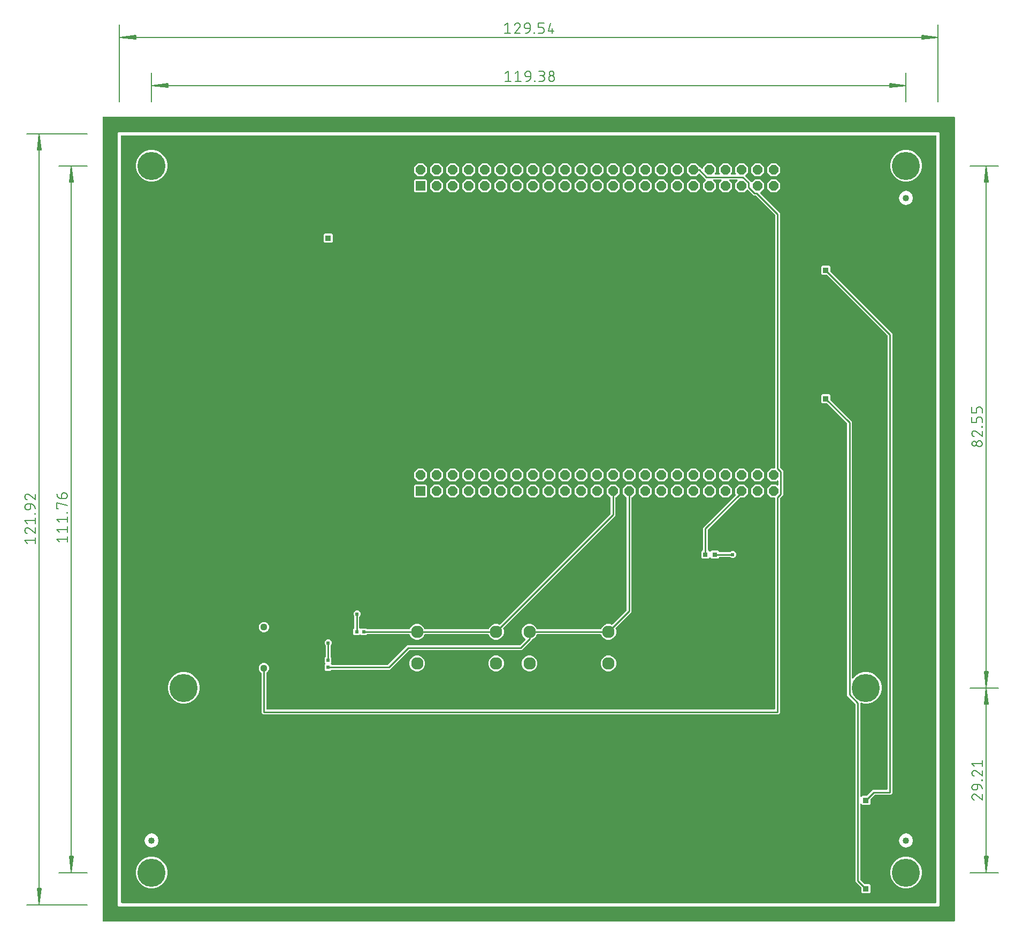
<source format=gbr>
G04 EAGLE Gerber RS-274X export*
G75*
%MOMM*%
%FSLAX34Y34*%
%LPD*%
%INTop Copper*%
%IPPOS*%
%AMOC8*
5,1,8,0,0,1.08239X$1,22.5*%
G01*
%ADD10C,0.130000*%
%ADD11C,0.152400*%
%ADD12R,1.524000X1.524000*%
%ADD13P,1.649562X8X22.500000*%
%ADD14R,0.904800X0.904800*%
%ADD15C,1.960000*%
%ADD16C,1.120000*%
%ADD17R,0.508000X0.609600*%
%ADD18R,0.609600X0.508000*%
%ADD19R,0.800000X0.800000*%
%ADD20C,4.445000*%
%ADD21C,1.016000*%
%ADD22C,0.254000*%
%ADD23C,0.609600*%

G36*
X1320918Y-26654D02*
X1320918Y-26654D01*
X1321037Y-26647D01*
X1321075Y-26634D01*
X1321116Y-26629D01*
X1321226Y-26586D01*
X1321339Y-26549D01*
X1321374Y-26527D01*
X1321411Y-26512D01*
X1321507Y-26443D01*
X1321608Y-26379D01*
X1321636Y-26349D01*
X1321669Y-26326D01*
X1321745Y-26234D01*
X1321826Y-26147D01*
X1321846Y-26112D01*
X1321871Y-26081D01*
X1321922Y-25973D01*
X1321980Y-25869D01*
X1321990Y-25829D01*
X1322007Y-25793D01*
X1322029Y-25676D01*
X1322059Y-25561D01*
X1322063Y-25501D01*
X1322067Y-25481D01*
X1322065Y-25460D01*
X1322069Y-25400D01*
X1322069Y1244600D01*
X1322054Y1244718D01*
X1322047Y1244837D01*
X1322034Y1244875D01*
X1322029Y1244916D01*
X1321986Y1245026D01*
X1321949Y1245139D01*
X1321927Y1245174D01*
X1321912Y1245211D01*
X1321843Y1245307D01*
X1321779Y1245408D01*
X1321749Y1245436D01*
X1321726Y1245469D01*
X1321634Y1245545D01*
X1321547Y1245626D01*
X1321512Y1245646D01*
X1321481Y1245671D01*
X1321373Y1245722D01*
X1321269Y1245780D01*
X1321229Y1245790D01*
X1321193Y1245807D01*
X1321076Y1245829D01*
X1320961Y1245859D01*
X1320901Y1245863D01*
X1320881Y1245867D01*
X1320860Y1245865D01*
X1320800Y1245869D01*
X-25400Y1245869D01*
X-25518Y1245854D01*
X-25637Y1245847D01*
X-25675Y1245834D01*
X-25716Y1245829D01*
X-25826Y1245786D01*
X-25939Y1245749D01*
X-25974Y1245727D01*
X-26011Y1245712D01*
X-26107Y1245643D01*
X-26208Y1245579D01*
X-26236Y1245549D01*
X-26269Y1245526D01*
X-26345Y1245434D01*
X-26426Y1245347D01*
X-26446Y1245312D01*
X-26471Y1245281D01*
X-26522Y1245173D01*
X-26580Y1245069D01*
X-26590Y1245029D01*
X-26607Y1244993D01*
X-26629Y1244876D01*
X-26659Y1244761D01*
X-26663Y1244701D01*
X-26667Y1244681D01*
X-26665Y1244660D01*
X-26669Y1244600D01*
X-26669Y-25400D01*
X-26654Y-25518D01*
X-26647Y-25637D01*
X-26634Y-25675D01*
X-26629Y-25716D01*
X-26586Y-25826D01*
X-26549Y-25939D01*
X-26527Y-25974D01*
X-26512Y-26011D01*
X-26443Y-26107D01*
X-26379Y-26208D01*
X-26349Y-26236D01*
X-26326Y-26269D01*
X-26234Y-26345D01*
X-26147Y-26426D01*
X-26112Y-26446D01*
X-26081Y-26471D01*
X-25973Y-26522D01*
X-25869Y-26580D01*
X-25829Y-26590D01*
X-25793Y-26607D01*
X-25676Y-26629D01*
X-25561Y-26659D01*
X-25501Y-26663D01*
X-25481Y-26667D01*
X-25460Y-26665D01*
X-25400Y-26669D01*
X1320800Y-26669D01*
X1320918Y-26654D01*
G37*
%LPC*%
G36*
X-1052Y-2541D02*
X-1052Y-2541D01*
X-2541Y-1052D01*
X-2541Y1220252D01*
X-1052Y1221741D01*
X1296452Y1221741D01*
X1297941Y1220252D01*
X1297941Y-1052D01*
X1296452Y-2541D01*
X-1052Y-2541D01*
G37*
%LPD*%
G36*
X1291708Y2556D02*
X1291708Y2556D01*
X1291827Y2563D01*
X1291865Y2576D01*
X1291906Y2581D01*
X1292016Y2624D01*
X1292129Y2661D01*
X1292164Y2683D01*
X1292201Y2698D01*
X1292297Y2767D01*
X1292398Y2831D01*
X1292426Y2861D01*
X1292459Y2884D01*
X1292535Y2976D01*
X1292616Y3063D01*
X1292636Y3098D01*
X1292661Y3129D01*
X1292712Y3237D01*
X1292770Y3341D01*
X1292780Y3381D01*
X1292797Y3417D01*
X1292819Y3534D01*
X1292849Y3649D01*
X1292853Y3709D01*
X1292857Y3729D01*
X1292855Y3750D01*
X1292859Y3810D01*
X1292859Y1215390D01*
X1292844Y1215508D01*
X1292837Y1215627D01*
X1292824Y1215665D01*
X1292819Y1215706D01*
X1292776Y1215816D01*
X1292739Y1215929D01*
X1292717Y1215964D01*
X1292702Y1216001D01*
X1292633Y1216097D01*
X1292569Y1216198D01*
X1292539Y1216226D01*
X1292516Y1216259D01*
X1292424Y1216335D01*
X1292337Y1216416D01*
X1292302Y1216436D01*
X1292271Y1216461D01*
X1292163Y1216512D01*
X1292059Y1216570D01*
X1292019Y1216580D01*
X1291983Y1216597D01*
X1291866Y1216619D01*
X1291751Y1216649D01*
X1291691Y1216653D01*
X1291671Y1216657D01*
X1291650Y1216655D01*
X1291590Y1216659D01*
X3810Y1216659D01*
X3692Y1216644D01*
X3573Y1216637D01*
X3535Y1216624D01*
X3494Y1216619D01*
X3384Y1216576D01*
X3271Y1216539D01*
X3236Y1216517D01*
X3199Y1216502D01*
X3103Y1216433D01*
X3002Y1216369D01*
X2974Y1216339D01*
X2941Y1216316D01*
X2865Y1216224D01*
X2784Y1216137D01*
X2764Y1216102D01*
X2739Y1216071D01*
X2688Y1215963D01*
X2630Y1215859D01*
X2620Y1215819D01*
X2603Y1215783D01*
X2581Y1215666D01*
X2551Y1215551D01*
X2547Y1215491D01*
X2543Y1215471D01*
X2545Y1215450D01*
X2541Y1215390D01*
X2541Y3810D01*
X2556Y3692D01*
X2563Y3573D01*
X2576Y3535D01*
X2581Y3494D01*
X2624Y3384D01*
X2661Y3271D01*
X2683Y3236D01*
X2698Y3199D01*
X2767Y3103D01*
X2831Y3002D01*
X2861Y2974D01*
X2884Y2941D01*
X2976Y2865D01*
X3063Y2784D01*
X3098Y2764D01*
X3129Y2739D01*
X3237Y2688D01*
X3341Y2630D01*
X3381Y2620D01*
X3417Y2603D01*
X3534Y2581D01*
X3649Y2551D01*
X3709Y2547D01*
X3729Y2543D01*
X3750Y2545D01*
X3810Y2541D01*
X1291590Y2541D01*
X1291708Y2556D01*
G37*
%LPC*%
G36*
X233680Y308611D02*
X233680Y308611D01*
X1036320Y308611D01*
X1036438Y308626D01*
X1036557Y308633D01*
X1036595Y308646D01*
X1036636Y308651D01*
X1036746Y308694D01*
X1036859Y308731D01*
X1036894Y308753D01*
X1036931Y308768D01*
X1037027Y308837D01*
X1037128Y308901D01*
X1037156Y308931D01*
X1037189Y308954D01*
X1037265Y309046D01*
X1037346Y309133D01*
X1037366Y309168D01*
X1037391Y309199D01*
X1037442Y309307D01*
X1037500Y309411D01*
X1037510Y309451D01*
X1037527Y309487D01*
X1037549Y309604D01*
X1037579Y309719D01*
X1037583Y309779D01*
X1037587Y309799D01*
X1037585Y309820D01*
X1037589Y309880D01*
X1037589Y642620D01*
X1037574Y642738D01*
X1037567Y642857D01*
X1037554Y642895D01*
X1037549Y642936D01*
X1037506Y643046D01*
X1037469Y643159D01*
X1037447Y643194D01*
X1037432Y643231D01*
X1037363Y643327D01*
X1037299Y643428D01*
X1037269Y643456D01*
X1037246Y643489D01*
X1037154Y643565D01*
X1037067Y643646D01*
X1037032Y643666D01*
X1037001Y643691D01*
X1036893Y643742D01*
X1036789Y643800D01*
X1036749Y643810D01*
X1036713Y643827D01*
X1036596Y643849D01*
X1036481Y643879D01*
X1036421Y643883D01*
X1036401Y643887D01*
X1036380Y643885D01*
X1036320Y643889D01*
X1030841Y643889D01*
X1024889Y649841D01*
X1024889Y658259D01*
X1030841Y664211D01*
X1039259Y664211D01*
X1040503Y662967D01*
X1040612Y662882D01*
X1040719Y662793D01*
X1040738Y662784D01*
X1040754Y662772D01*
X1040882Y662717D01*
X1041007Y662657D01*
X1041027Y662654D01*
X1041046Y662646D01*
X1041184Y662624D01*
X1041320Y662598D01*
X1041340Y662599D01*
X1041360Y662596D01*
X1041499Y662609D01*
X1041637Y662617D01*
X1041656Y662624D01*
X1041676Y662626D01*
X1041808Y662673D01*
X1041939Y662715D01*
X1041957Y662726D01*
X1041976Y662733D01*
X1042091Y662811D01*
X1042208Y662886D01*
X1042222Y662900D01*
X1042239Y662912D01*
X1042331Y663016D01*
X1042426Y663117D01*
X1042436Y663135D01*
X1042449Y663150D01*
X1042513Y663274D01*
X1042580Y663396D01*
X1042585Y663415D01*
X1042594Y663433D01*
X1042624Y663569D01*
X1042659Y663704D01*
X1042661Y663732D01*
X1042664Y663744D01*
X1042663Y663764D01*
X1042669Y663864D01*
X1042669Y669636D01*
X1042652Y669774D01*
X1042639Y669912D01*
X1042632Y669931D01*
X1042629Y669951D01*
X1042578Y670080D01*
X1042531Y670211D01*
X1042520Y670228D01*
X1042512Y670247D01*
X1042431Y670359D01*
X1042353Y670474D01*
X1042337Y670488D01*
X1042326Y670504D01*
X1042218Y670593D01*
X1042114Y670685D01*
X1042096Y670694D01*
X1042081Y670707D01*
X1041955Y670766D01*
X1041831Y670829D01*
X1041811Y670834D01*
X1041793Y670843D01*
X1041656Y670869D01*
X1041521Y670899D01*
X1041500Y670898D01*
X1041481Y670902D01*
X1041342Y670894D01*
X1041203Y670889D01*
X1041183Y670884D01*
X1041163Y670883D01*
X1041031Y670840D01*
X1040897Y670801D01*
X1040880Y670791D01*
X1040861Y670785D01*
X1040743Y670710D01*
X1040623Y670639D01*
X1040602Y670621D01*
X1040592Y670614D01*
X1040578Y670599D01*
X1040503Y670533D01*
X1039259Y669289D01*
X1030841Y669289D01*
X1024889Y675241D01*
X1024889Y683659D01*
X1030841Y689611D01*
X1036320Y689611D01*
X1036438Y689626D01*
X1036557Y689633D01*
X1036595Y689646D01*
X1036636Y689651D01*
X1036746Y689694D01*
X1036859Y689731D01*
X1036894Y689753D01*
X1036931Y689768D01*
X1037027Y689837D01*
X1037128Y689901D01*
X1037156Y689931D01*
X1037189Y689954D01*
X1037265Y690046D01*
X1037346Y690133D01*
X1037366Y690168D01*
X1037391Y690199D01*
X1037442Y690307D01*
X1037500Y690411D01*
X1037510Y690451D01*
X1037527Y690487D01*
X1037549Y690604D01*
X1037579Y690719D01*
X1037583Y690779D01*
X1037587Y690799D01*
X1037585Y690820D01*
X1037589Y690880D01*
X1037589Y1090096D01*
X1037577Y1090194D01*
X1037574Y1090293D01*
X1037557Y1090351D01*
X1037549Y1090411D01*
X1037513Y1090503D01*
X1037485Y1090599D01*
X1037455Y1090651D01*
X1037432Y1090707D01*
X1037374Y1090787D01*
X1037324Y1090872D01*
X1037258Y1090948D01*
X1037246Y1090964D01*
X1037236Y1090972D01*
X1037218Y1090993D01*
X1007173Y1121038D01*
X1007095Y1121098D01*
X1007023Y1121166D01*
X1006970Y1121195D01*
X1006922Y1121232D01*
X1006831Y1121272D01*
X1006744Y1121320D01*
X1006686Y1121335D01*
X1006630Y1121359D01*
X1006532Y1121374D01*
X1006437Y1121399D01*
X1006336Y1121405D01*
X1006316Y1121409D01*
X1006304Y1121407D01*
X1006276Y1121409D01*
X1003337Y1121409D01*
X994255Y1130491D01*
X994161Y1130564D01*
X994072Y1130643D01*
X994036Y1130661D01*
X994004Y1130686D01*
X993895Y1130733D01*
X993789Y1130787D01*
X993749Y1130796D01*
X993712Y1130812D01*
X993594Y1130831D01*
X993479Y1130857D01*
X993438Y1130856D01*
X993398Y1130862D01*
X993280Y1130851D01*
X993161Y1130847D01*
X993122Y1130836D01*
X993082Y1130832D01*
X992969Y1130792D01*
X992855Y1130759D01*
X992820Y1130738D01*
X992782Y1130725D01*
X992684Y1130658D01*
X992581Y1130597D01*
X992536Y1130558D01*
X992519Y1130546D01*
X992506Y1130531D01*
X992460Y1130491D01*
X988459Y1126489D01*
X980041Y1126489D01*
X974089Y1132441D01*
X974089Y1140859D01*
X977873Y1144643D01*
X977958Y1144752D01*
X978047Y1144859D01*
X978056Y1144878D01*
X978068Y1144894D01*
X978123Y1145022D01*
X978183Y1145147D01*
X978186Y1145167D01*
X978194Y1145186D01*
X978216Y1145324D01*
X978242Y1145460D01*
X978241Y1145480D01*
X978244Y1145500D01*
X978231Y1145639D01*
X978223Y1145777D01*
X978216Y1145796D01*
X978214Y1145816D01*
X978167Y1145948D01*
X978125Y1146079D01*
X978114Y1146097D01*
X978107Y1146116D01*
X978029Y1146231D01*
X977954Y1146348D01*
X977940Y1146362D01*
X977928Y1146379D01*
X977824Y1146471D01*
X977723Y1146566D01*
X977705Y1146576D01*
X977690Y1146589D01*
X977566Y1146653D01*
X977444Y1146720D01*
X977425Y1146725D01*
X977407Y1146734D01*
X977271Y1146764D01*
X977136Y1146799D01*
X977108Y1146801D01*
X977096Y1146804D01*
X977076Y1146803D01*
X976976Y1146809D01*
X966124Y1146809D01*
X965987Y1146792D01*
X965848Y1146779D01*
X965829Y1146772D01*
X965809Y1146769D01*
X965680Y1146718D01*
X965549Y1146671D01*
X965532Y1146660D01*
X965513Y1146652D01*
X965401Y1146571D01*
X965286Y1146493D01*
X965272Y1146477D01*
X965256Y1146466D01*
X965167Y1146358D01*
X965075Y1146254D01*
X965066Y1146236D01*
X965053Y1146221D01*
X964994Y1146095D01*
X964931Y1145971D01*
X964926Y1145951D01*
X964917Y1145933D01*
X964891Y1145797D01*
X964861Y1145661D01*
X964862Y1145640D01*
X964858Y1145621D01*
X964866Y1145482D01*
X964871Y1145343D01*
X964876Y1145323D01*
X964877Y1145303D01*
X964920Y1145171D01*
X964959Y1145037D01*
X964969Y1145020D01*
X964975Y1145001D01*
X965050Y1144883D01*
X965121Y1144763D01*
X965139Y1144742D01*
X965146Y1144732D01*
X965161Y1144718D01*
X965227Y1144643D01*
X969011Y1140859D01*
X969011Y1132441D01*
X963059Y1126489D01*
X954641Y1126489D01*
X948689Y1132441D01*
X948689Y1140859D01*
X952473Y1144643D01*
X952558Y1144752D01*
X952647Y1144859D01*
X952656Y1144878D01*
X952668Y1144894D01*
X952723Y1145022D01*
X952783Y1145147D01*
X952786Y1145167D01*
X952794Y1145186D01*
X952816Y1145324D01*
X952842Y1145460D01*
X952841Y1145480D01*
X952844Y1145500D01*
X952831Y1145639D01*
X952823Y1145777D01*
X952816Y1145796D01*
X952814Y1145816D01*
X952767Y1145948D01*
X952725Y1146079D01*
X952714Y1146097D01*
X952707Y1146116D01*
X952629Y1146231D01*
X952554Y1146348D01*
X952540Y1146362D01*
X952528Y1146379D01*
X952424Y1146471D01*
X952323Y1146566D01*
X952305Y1146576D01*
X952290Y1146589D01*
X952166Y1146653D01*
X952044Y1146720D01*
X952025Y1146725D01*
X952007Y1146734D01*
X951871Y1146764D01*
X951736Y1146799D01*
X951708Y1146801D01*
X951696Y1146804D01*
X951676Y1146803D01*
X951576Y1146809D01*
X940724Y1146809D01*
X940587Y1146792D01*
X940448Y1146779D01*
X940429Y1146772D01*
X940409Y1146769D01*
X940280Y1146718D01*
X940149Y1146671D01*
X940132Y1146660D01*
X940113Y1146652D01*
X940001Y1146571D01*
X939886Y1146493D01*
X939872Y1146477D01*
X939856Y1146466D01*
X939767Y1146358D01*
X939675Y1146254D01*
X939666Y1146236D01*
X939653Y1146221D01*
X939594Y1146095D01*
X939531Y1145971D01*
X939526Y1145951D01*
X939517Y1145933D01*
X939491Y1145797D01*
X939461Y1145661D01*
X939462Y1145640D01*
X939458Y1145621D01*
X939466Y1145482D01*
X939471Y1145343D01*
X939476Y1145323D01*
X939477Y1145303D01*
X939520Y1145171D01*
X939559Y1145037D01*
X939569Y1145020D01*
X939575Y1145001D01*
X939650Y1144883D01*
X939721Y1144763D01*
X939739Y1144742D01*
X939746Y1144732D01*
X939761Y1144718D01*
X939827Y1144643D01*
X943611Y1140859D01*
X943611Y1132441D01*
X937659Y1126489D01*
X929241Y1126489D01*
X923289Y1132441D01*
X923289Y1140859D01*
X927291Y1144860D01*
X927364Y1144955D01*
X927443Y1145044D01*
X927461Y1145080D01*
X927486Y1145112D01*
X927533Y1145221D01*
X927587Y1145327D01*
X927596Y1145366D01*
X927612Y1145404D01*
X927631Y1145521D01*
X927657Y1145637D01*
X927656Y1145678D01*
X927662Y1145718D01*
X927651Y1145836D01*
X927647Y1145955D01*
X927636Y1145994D01*
X927632Y1146034D01*
X927592Y1146146D01*
X927559Y1146261D01*
X927538Y1146295D01*
X927525Y1146334D01*
X927458Y1146432D01*
X927397Y1146535D01*
X927358Y1146580D01*
X927346Y1146597D01*
X927331Y1146610D01*
X927291Y1146655D01*
X924533Y1149413D01*
X918055Y1155891D01*
X917961Y1155964D01*
X917872Y1156043D01*
X917836Y1156061D01*
X917804Y1156086D01*
X917695Y1156133D01*
X917589Y1156187D01*
X917549Y1156196D01*
X917512Y1156212D01*
X917395Y1156231D01*
X917279Y1156257D01*
X917238Y1156256D01*
X917198Y1156262D01*
X917080Y1156251D01*
X916961Y1156247D01*
X916922Y1156236D01*
X916882Y1156232D01*
X916769Y1156192D01*
X916655Y1156159D01*
X916620Y1156138D01*
X916582Y1156125D01*
X916484Y1156058D01*
X916381Y1155997D01*
X916336Y1155957D01*
X916319Y1155946D01*
X916306Y1155931D01*
X916260Y1155891D01*
X912259Y1151889D01*
X903841Y1151889D01*
X897889Y1157841D01*
X897889Y1166259D01*
X903841Y1172211D01*
X912259Y1172211D01*
X918237Y1166232D01*
X918315Y1166172D01*
X918387Y1166104D01*
X918440Y1166075D01*
X918488Y1166038D01*
X918579Y1165998D01*
X918666Y1165950D01*
X918724Y1165935D01*
X918780Y1165911D01*
X918820Y1165905D01*
X921123Y1163602D01*
X921232Y1163517D01*
X921339Y1163428D01*
X921358Y1163420D01*
X921374Y1163407D01*
X921502Y1163352D01*
X921627Y1163293D01*
X921647Y1163289D01*
X921666Y1163281D01*
X921804Y1163259D01*
X921940Y1163233D01*
X921960Y1163234D01*
X921980Y1163231D01*
X922119Y1163244D01*
X922257Y1163253D01*
X922276Y1163259D01*
X922296Y1163261D01*
X922428Y1163308D01*
X922559Y1163351D01*
X922577Y1163362D01*
X922596Y1163368D01*
X922711Y1163447D01*
X922828Y1163521D01*
X922842Y1163536D01*
X922859Y1163547D01*
X922951Y1163651D01*
X923046Y1163753D01*
X923056Y1163770D01*
X923069Y1163785D01*
X923133Y1163910D01*
X923200Y1164031D01*
X923205Y1164051D01*
X923214Y1164069D01*
X923244Y1164205D01*
X923279Y1164339D01*
X923281Y1164367D01*
X923284Y1164379D01*
X923283Y1164399D01*
X923289Y1164500D01*
X923289Y1166259D01*
X929241Y1172211D01*
X937659Y1172211D01*
X943611Y1166259D01*
X943611Y1157841D01*
X942367Y1156597D01*
X942282Y1156488D01*
X942193Y1156381D01*
X942184Y1156362D01*
X942172Y1156346D01*
X942117Y1156218D01*
X942057Y1156093D01*
X942054Y1156073D01*
X942046Y1156054D01*
X942024Y1155916D01*
X941998Y1155780D01*
X941999Y1155760D01*
X941996Y1155740D01*
X942009Y1155601D01*
X942017Y1155463D01*
X942024Y1155444D01*
X942026Y1155424D01*
X942073Y1155292D01*
X942115Y1155161D01*
X942126Y1155143D01*
X942133Y1155124D01*
X942211Y1155009D01*
X942286Y1154892D01*
X942300Y1154878D01*
X942312Y1154861D01*
X942416Y1154769D01*
X942517Y1154674D01*
X942535Y1154664D01*
X942550Y1154651D01*
X942674Y1154587D01*
X942796Y1154520D01*
X942815Y1154515D01*
X942833Y1154506D01*
X942969Y1154476D01*
X943104Y1154441D01*
X943132Y1154439D01*
X943144Y1154436D01*
X943164Y1154437D01*
X943264Y1154431D01*
X949036Y1154431D01*
X949174Y1154448D01*
X949312Y1154461D01*
X949331Y1154468D01*
X949351Y1154471D01*
X949480Y1154522D01*
X949611Y1154569D01*
X949628Y1154580D01*
X949647Y1154588D01*
X949759Y1154669D01*
X949874Y1154747D01*
X949888Y1154763D01*
X949904Y1154774D01*
X949993Y1154882D01*
X950085Y1154986D01*
X950094Y1155004D01*
X950107Y1155019D01*
X950166Y1155145D01*
X950229Y1155269D01*
X950234Y1155289D01*
X950243Y1155307D01*
X950269Y1155444D01*
X950299Y1155579D01*
X950298Y1155600D01*
X950302Y1155619D01*
X950294Y1155758D01*
X950289Y1155897D01*
X950284Y1155917D01*
X950283Y1155937D01*
X950240Y1156069D01*
X950201Y1156203D01*
X950191Y1156220D01*
X950185Y1156239D01*
X950110Y1156357D01*
X950039Y1156477D01*
X950021Y1156498D01*
X950014Y1156508D01*
X949999Y1156522D01*
X949933Y1156597D01*
X948689Y1157841D01*
X948689Y1166259D01*
X954641Y1172211D01*
X963059Y1172211D01*
X969011Y1166259D01*
X969011Y1157841D01*
X967767Y1156597D01*
X967682Y1156488D01*
X967593Y1156381D01*
X967584Y1156362D01*
X967572Y1156346D01*
X967517Y1156218D01*
X967457Y1156093D01*
X967454Y1156073D01*
X967446Y1156054D01*
X967424Y1155916D01*
X967398Y1155780D01*
X967399Y1155760D01*
X967396Y1155740D01*
X967409Y1155601D01*
X967417Y1155463D01*
X967424Y1155444D01*
X967426Y1155424D01*
X967473Y1155292D01*
X967515Y1155161D01*
X967526Y1155143D01*
X967533Y1155124D01*
X967611Y1155009D01*
X967686Y1154892D01*
X967700Y1154878D01*
X967712Y1154861D01*
X967816Y1154769D01*
X967917Y1154674D01*
X967935Y1154664D01*
X967950Y1154651D01*
X968074Y1154587D01*
X968196Y1154520D01*
X968215Y1154515D01*
X968233Y1154506D01*
X968369Y1154476D01*
X968504Y1154441D01*
X968532Y1154439D01*
X968544Y1154436D01*
X968564Y1154437D01*
X968664Y1154431D01*
X974436Y1154431D01*
X974574Y1154448D01*
X974712Y1154461D01*
X974731Y1154468D01*
X974751Y1154471D01*
X974880Y1154522D01*
X975011Y1154569D01*
X975028Y1154580D01*
X975047Y1154588D01*
X975159Y1154669D01*
X975274Y1154747D01*
X975288Y1154763D01*
X975304Y1154774D01*
X975393Y1154882D01*
X975485Y1154986D01*
X975494Y1155004D01*
X975507Y1155019D01*
X975566Y1155145D01*
X975629Y1155269D01*
X975634Y1155289D01*
X975643Y1155307D01*
X975669Y1155444D01*
X975699Y1155579D01*
X975698Y1155600D01*
X975702Y1155619D01*
X975694Y1155758D01*
X975689Y1155897D01*
X975684Y1155917D01*
X975683Y1155937D01*
X975640Y1156069D01*
X975601Y1156203D01*
X975591Y1156220D01*
X975585Y1156239D01*
X975510Y1156357D01*
X975439Y1156477D01*
X975421Y1156498D01*
X975414Y1156508D01*
X975399Y1156522D01*
X975333Y1156597D01*
X974089Y1157841D01*
X974089Y1166259D01*
X980041Y1172211D01*
X988459Y1172211D01*
X994411Y1166259D01*
X994411Y1157841D01*
X990409Y1153840D01*
X990336Y1153745D01*
X990257Y1153656D01*
X990239Y1153620D01*
X990214Y1153588D01*
X990167Y1153479D01*
X990113Y1153373D01*
X990104Y1153334D01*
X990088Y1153297D01*
X990069Y1153179D01*
X990043Y1153063D01*
X990044Y1153022D01*
X990038Y1152982D01*
X990049Y1152864D01*
X990053Y1152745D01*
X990064Y1152706D01*
X990068Y1152666D01*
X990108Y1152554D01*
X990141Y1152439D01*
X990162Y1152405D01*
X990175Y1152367D01*
X990242Y1152268D01*
X990303Y1152165D01*
X990343Y1152120D01*
X990354Y1152103D01*
X990369Y1152090D01*
X990409Y1152045D01*
X999645Y1142809D01*
X999739Y1142736D01*
X999828Y1142657D01*
X999864Y1142639D01*
X999896Y1142614D01*
X1000005Y1142567D01*
X1000111Y1142513D01*
X1000151Y1142504D01*
X1000188Y1142488D01*
X1000306Y1142469D01*
X1000421Y1142443D01*
X1000462Y1142444D01*
X1000502Y1142438D01*
X1000620Y1142449D01*
X1000739Y1142453D01*
X1000778Y1142464D01*
X1000818Y1142468D01*
X1000931Y1142508D01*
X1001045Y1142541D01*
X1001080Y1142562D01*
X1001118Y1142575D01*
X1001216Y1142642D01*
X1001319Y1142703D01*
X1001364Y1142742D01*
X1001381Y1142754D01*
X1001394Y1142769D01*
X1001440Y1142809D01*
X1005441Y1146811D01*
X1013859Y1146811D01*
X1019811Y1140859D01*
X1019811Y1132441D01*
X1014077Y1126707D01*
X1014004Y1126613D01*
X1013925Y1126524D01*
X1013915Y1126505D01*
X1013903Y1126490D01*
X1013895Y1126473D01*
X1013882Y1126456D01*
X1013835Y1126347D01*
X1013780Y1126241D01*
X1013776Y1126220D01*
X1013768Y1126203D01*
X1013764Y1126184D01*
X1013756Y1126164D01*
X1013737Y1126047D01*
X1013711Y1125931D01*
X1013711Y1125910D01*
X1013708Y1125890D01*
X1013709Y1125871D01*
X1013706Y1125850D01*
X1013717Y1125732D01*
X1013720Y1125613D01*
X1013726Y1125593D01*
X1013727Y1125573D01*
X1013734Y1125554D01*
X1013735Y1125534D01*
X1013776Y1125421D01*
X1013809Y1125307D01*
X1013819Y1125289D01*
X1013826Y1125270D01*
X1013836Y1125254D01*
X1013843Y1125234D01*
X1013910Y1125136D01*
X1013970Y1125033D01*
X1013989Y1125012D01*
X1013996Y1125002D01*
X1014010Y1124988D01*
X1014022Y1124971D01*
X1014037Y1124958D01*
X1014077Y1124912D01*
X1045211Y1093778D01*
X1045211Y691369D01*
X1045223Y691271D01*
X1045226Y691171D01*
X1045243Y691113D01*
X1045251Y691053D01*
X1045287Y690961D01*
X1045315Y690866D01*
X1045345Y690814D01*
X1045368Y690757D01*
X1045426Y690677D01*
X1045476Y690592D01*
X1045542Y690517D01*
X1045554Y690500D01*
X1045564Y690492D01*
X1045582Y690471D01*
X1047687Y688367D01*
X1050291Y685763D01*
X1050291Y647737D01*
X1047687Y645133D01*
X1045582Y643029D01*
X1045522Y642951D01*
X1045454Y642878D01*
X1045425Y642825D01*
X1045388Y642778D01*
X1045348Y642687D01*
X1045300Y642600D01*
X1045285Y642541D01*
X1045261Y642486D01*
X1045246Y642388D01*
X1045221Y642292D01*
X1045215Y642192D01*
X1045211Y642172D01*
X1045213Y642159D01*
X1045211Y642131D01*
X1045211Y303222D01*
X1042978Y300989D01*
X227022Y300989D01*
X224789Y303222D01*
X224789Y365819D01*
X224786Y365848D01*
X224788Y365878D01*
X224766Y366006D01*
X224749Y366134D01*
X224739Y366162D01*
X224734Y366191D01*
X224680Y366310D01*
X224632Y366430D01*
X224615Y366454D01*
X224603Y366481D01*
X224522Y366582D01*
X224446Y366687D01*
X224423Y366706D01*
X224404Y366729D01*
X224301Y366807D01*
X224201Y366890D01*
X224174Y366903D01*
X224150Y366921D01*
X224006Y366992D01*
X223989Y366999D01*
X221699Y369289D01*
X220459Y372281D01*
X220459Y375519D01*
X221699Y378511D01*
X223989Y380801D01*
X226981Y382041D01*
X230219Y382041D01*
X233211Y380801D01*
X235501Y378511D01*
X236741Y375519D01*
X236741Y372281D01*
X235501Y369289D01*
X233211Y366999D01*
X233194Y366992D01*
X233169Y366977D01*
X233141Y366968D01*
X233031Y366898D01*
X232918Y366834D01*
X232897Y366814D01*
X232872Y366798D01*
X232783Y366703D01*
X232690Y366613D01*
X232674Y366588D01*
X232654Y366566D01*
X232591Y366452D01*
X232523Y366342D01*
X232515Y366313D01*
X232500Y366288D01*
X232468Y366162D01*
X232430Y366038D01*
X232428Y366008D01*
X232421Y365980D01*
X232411Y365819D01*
X232411Y309880D01*
X232426Y309762D01*
X232433Y309643D01*
X232446Y309605D01*
X232451Y309564D01*
X232494Y309454D01*
X232531Y309341D01*
X232553Y309306D01*
X232568Y309269D01*
X232637Y309173D01*
X232701Y309072D01*
X232731Y309044D01*
X232754Y309011D01*
X232846Y308935D01*
X232933Y308854D01*
X232968Y308834D01*
X232999Y308809D01*
X233107Y308758D01*
X233211Y308700D01*
X233251Y308690D01*
X233287Y308673D01*
X233404Y308651D01*
X233519Y308621D01*
X233579Y308617D01*
X233599Y308613D01*
X233620Y308615D01*
X233680Y308611D01*
G37*
%LPD*%
%LPC*%
G36*
X1173399Y170649D02*
X1173399Y170649D01*
X1173538Y170658D01*
X1173677Y170662D01*
X1173697Y170668D01*
X1173717Y170669D01*
X1173849Y170712D01*
X1173983Y170751D01*
X1174000Y170761D01*
X1174019Y170767D01*
X1174137Y170842D01*
X1174257Y170912D01*
X1174278Y170931D01*
X1174288Y170937D01*
X1174302Y170952D01*
X1174377Y171019D01*
X1175524Y172165D01*
X1182250Y172165D01*
X1182348Y172177D01*
X1182447Y172180D01*
X1182505Y172197D01*
X1182565Y172205D01*
X1182657Y172241D01*
X1182753Y172269D01*
X1182805Y172299D01*
X1182861Y172322D01*
X1182941Y172380D01*
X1183026Y172430D01*
X1183102Y172496D01*
X1183118Y172508D01*
X1183126Y172518D01*
X1183147Y172536D01*
X1192222Y181611D01*
X1214120Y181611D01*
X1214238Y181626D01*
X1214357Y181633D01*
X1214395Y181646D01*
X1214436Y181651D01*
X1214546Y181694D01*
X1214659Y181731D01*
X1214694Y181753D01*
X1214731Y181768D01*
X1214827Y181837D01*
X1214928Y181901D01*
X1214956Y181931D01*
X1214989Y181954D01*
X1215065Y182046D01*
X1215146Y182133D01*
X1215166Y182168D01*
X1215191Y182199D01*
X1215242Y182307D01*
X1215300Y182411D01*
X1215310Y182451D01*
X1215327Y182487D01*
X1215349Y182604D01*
X1215379Y182719D01*
X1215383Y182779D01*
X1215387Y182799D01*
X1215385Y182820D01*
X1215389Y182880D01*
X1215389Y899596D01*
X1215377Y899694D01*
X1215374Y899793D01*
X1215357Y899851D01*
X1215349Y899911D01*
X1215313Y900003D01*
X1215285Y900099D01*
X1215255Y900151D01*
X1215232Y900207D01*
X1215174Y900287D01*
X1215124Y900372D01*
X1215058Y900448D01*
X1215046Y900464D01*
X1215036Y900472D01*
X1215018Y900493D01*
X1119647Y995864D01*
X1119569Y995924D01*
X1119497Y995992D01*
X1119444Y996021D01*
X1119396Y996058D01*
X1119305Y996098D01*
X1119218Y996146D01*
X1119160Y996161D01*
X1119104Y996185D01*
X1119006Y996200D01*
X1118910Y996225D01*
X1118810Y996231D01*
X1118790Y996235D01*
X1118778Y996233D01*
X1118750Y996235D01*
X1112024Y996235D01*
X1110535Y997724D01*
X1110535Y1008876D01*
X1112024Y1010365D01*
X1123176Y1010365D01*
X1124665Y1008876D01*
X1124665Y1002150D01*
X1124677Y1002052D01*
X1124680Y1001953D01*
X1124697Y1001895D01*
X1124705Y1001835D01*
X1124741Y1001743D01*
X1124769Y1001647D01*
X1124799Y1001595D01*
X1124822Y1001539D01*
X1124880Y1001459D01*
X1124930Y1001374D01*
X1124996Y1001298D01*
X1125008Y1001282D01*
X1125018Y1001274D01*
X1125036Y1001253D01*
X1223011Y903278D01*
X1223011Y176222D01*
X1220778Y173989D01*
X1195904Y173989D01*
X1195806Y173977D01*
X1195707Y173974D01*
X1195649Y173957D01*
X1195589Y173949D01*
X1195497Y173913D01*
X1195401Y173885D01*
X1195349Y173855D01*
X1195293Y173832D01*
X1195213Y173774D01*
X1195128Y173724D01*
X1195052Y173658D01*
X1195036Y173646D01*
X1195028Y173636D01*
X1195007Y173618D01*
X1188536Y167147D01*
X1188476Y167069D01*
X1188408Y166997D01*
X1188386Y166957D01*
X1188370Y166937D01*
X1188363Y166924D01*
X1188342Y166896D01*
X1188302Y166805D01*
X1188254Y166718D01*
X1188240Y166662D01*
X1188234Y166650D01*
X1188233Y166646D01*
X1188215Y166604D01*
X1188200Y166506D01*
X1188175Y166410D01*
X1188169Y166310D01*
X1188165Y166290D01*
X1188167Y166278D01*
X1188165Y166250D01*
X1188165Y159524D01*
X1186676Y158035D01*
X1175524Y158035D01*
X1174377Y159181D01*
X1174268Y159266D01*
X1174161Y159355D01*
X1174142Y159364D01*
X1174126Y159376D01*
X1173999Y159432D01*
X1173873Y159491D01*
X1173853Y159495D01*
X1173834Y159503D01*
X1173696Y159525D01*
X1173560Y159551D01*
X1173540Y159549D01*
X1173520Y159553D01*
X1173381Y159539D01*
X1173243Y159531D01*
X1173224Y159525D01*
X1173204Y159523D01*
X1173072Y159476D01*
X1172941Y159433D01*
X1172923Y159422D01*
X1172904Y159415D01*
X1172789Y159337D01*
X1172672Y159263D01*
X1172658Y159248D01*
X1172641Y159237D01*
X1172549Y159132D01*
X1172454Y159031D01*
X1172444Y159013D01*
X1172431Y158998D01*
X1172367Y158874D01*
X1172300Y158753D01*
X1172295Y158733D01*
X1172286Y158715D01*
X1172256Y158579D01*
X1172221Y158445D01*
X1172219Y158417D01*
X1172216Y158405D01*
X1172217Y158384D01*
X1172211Y158284D01*
X1172211Y40204D01*
X1172223Y40106D01*
X1172226Y40007D01*
X1172243Y39949D01*
X1172251Y39889D01*
X1172287Y39797D01*
X1172315Y39701D01*
X1172345Y39649D01*
X1172368Y39593D01*
X1172426Y39513D01*
X1172476Y39428D01*
X1172542Y39352D01*
X1172554Y39336D01*
X1172564Y39328D01*
X1172582Y39307D01*
X1179053Y32836D01*
X1179131Y32776D01*
X1179203Y32708D01*
X1179256Y32679D01*
X1179304Y32642D01*
X1179395Y32602D01*
X1179482Y32554D01*
X1179540Y32539D01*
X1179596Y32515D01*
X1179694Y32500D01*
X1179790Y32475D01*
X1179890Y32469D01*
X1179910Y32465D01*
X1179922Y32467D01*
X1179950Y32465D01*
X1186676Y32465D01*
X1188165Y30976D01*
X1188165Y19824D01*
X1186676Y18335D01*
X1175524Y18335D01*
X1174035Y19824D01*
X1174035Y26550D01*
X1174023Y26648D01*
X1174020Y26747D01*
X1174003Y26805D01*
X1173995Y26865D01*
X1173959Y26957D01*
X1173931Y27053D01*
X1173901Y27105D01*
X1173878Y27161D01*
X1173820Y27241D01*
X1173770Y27326D01*
X1173704Y27402D01*
X1173692Y27418D01*
X1173682Y27426D01*
X1173664Y27447D01*
X1164589Y36522D01*
X1164589Y316677D01*
X1164577Y316775D01*
X1164574Y316874D01*
X1164557Y316932D01*
X1164549Y316992D01*
X1164513Y317084D01*
X1164485Y317179D01*
X1164455Y317232D01*
X1164432Y317288D01*
X1164374Y317368D01*
X1164324Y317453D01*
X1164258Y317529D01*
X1164246Y317545D01*
X1164236Y317553D01*
X1164218Y317574D01*
X1151254Y330537D01*
X1151254Y760531D01*
X1151242Y760629D01*
X1151239Y760728D01*
X1151222Y760786D01*
X1151214Y760846D01*
X1151178Y760938D01*
X1151150Y761034D01*
X1151120Y761086D01*
X1151097Y761142D01*
X1151039Y761222D01*
X1150989Y761307D01*
X1150923Y761383D01*
X1150911Y761399D01*
X1150901Y761407D01*
X1150883Y761428D01*
X1119647Y792664D01*
X1119569Y792724D01*
X1119497Y792792D01*
X1119444Y792821D01*
X1119396Y792858D01*
X1119305Y792898D01*
X1119218Y792946D01*
X1119160Y792961D01*
X1119104Y792985D01*
X1119006Y793000D01*
X1118910Y793025D01*
X1118810Y793031D01*
X1118790Y793035D01*
X1118778Y793033D01*
X1118750Y793035D01*
X1112024Y793035D01*
X1110535Y794524D01*
X1110535Y805676D01*
X1112024Y807165D01*
X1123176Y807165D01*
X1124665Y805676D01*
X1124665Y798950D01*
X1124677Y798852D01*
X1124680Y798753D01*
X1124697Y798695D01*
X1124705Y798635D01*
X1124741Y798543D01*
X1124769Y798447D01*
X1124799Y798395D01*
X1124822Y798339D01*
X1124880Y798259D01*
X1124930Y798174D01*
X1124996Y798098D01*
X1125008Y798082D01*
X1125018Y798074D01*
X1125036Y798053D01*
X1158876Y764213D01*
X1158876Y358675D01*
X1158894Y358530D01*
X1158909Y358385D01*
X1158914Y358373D01*
X1158916Y358359D01*
X1158969Y358224D01*
X1159020Y358087D01*
X1159028Y358076D01*
X1159033Y358064D01*
X1159118Y357946D01*
X1159201Y357826D01*
X1159212Y357817D01*
X1159219Y357806D01*
X1159332Y357713D01*
X1159442Y357618D01*
X1159454Y357612D01*
X1159464Y357603D01*
X1159597Y357541D01*
X1159727Y357476D01*
X1159740Y357474D01*
X1159752Y357468D01*
X1159895Y357440D01*
X1160038Y357410D01*
X1160051Y357411D01*
X1160064Y357408D01*
X1160210Y357417D01*
X1160356Y357423D01*
X1160369Y357427D01*
X1160382Y357428D01*
X1160520Y357473D01*
X1160660Y357515D01*
X1160672Y357522D01*
X1160684Y357526D01*
X1160808Y357604D01*
X1160932Y357679D01*
X1160942Y357689D01*
X1160953Y357696D01*
X1161053Y357802D01*
X1161155Y357906D01*
X1161165Y357921D01*
X1161171Y357928D01*
X1161179Y357943D01*
X1161244Y358040D01*
X1161283Y358107D01*
X1165894Y362718D01*
X1171541Y365978D01*
X1177840Y367666D01*
X1184360Y367666D01*
X1190659Y365978D01*
X1196306Y362718D01*
X1200918Y358106D01*
X1204178Y352459D01*
X1205866Y346160D01*
X1205866Y339640D01*
X1204178Y333341D01*
X1200918Y327694D01*
X1196306Y323082D01*
X1190659Y319822D01*
X1184360Y318134D01*
X1177840Y318134D01*
X1173808Y319214D01*
X1173684Y319231D01*
X1173560Y319255D01*
X1173527Y319253D01*
X1173493Y319258D01*
X1173368Y319243D01*
X1173243Y319235D01*
X1173211Y319225D01*
X1173177Y319221D01*
X1173060Y319176D01*
X1172941Y319137D01*
X1172912Y319119D01*
X1172881Y319107D01*
X1172778Y319034D01*
X1172672Y318967D01*
X1172649Y318943D01*
X1172621Y318923D01*
X1172540Y318827D01*
X1172454Y318736D01*
X1172438Y318706D01*
X1172416Y318680D01*
X1172361Y318567D01*
X1172300Y318457D01*
X1172292Y318424D01*
X1172277Y318394D01*
X1172252Y318271D01*
X1172221Y318149D01*
X1172218Y318100D01*
X1172214Y318082D01*
X1172215Y318061D01*
X1172211Y317988D01*
X1172211Y171916D01*
X1172228Y171778D01*
X1172241Y171640D01*
X1172248Y171621D01*
X1172251Y171601D01*
X1172302Y171471D01*
X1172349Y171340D01*
X1172360Y171324D01*
X1172368Y171305D01*
X1172449Y171192D01*
X1172527Y171077D01*
X1172543Y171064D01*
X1172554Y171048D01*
X1172662Y170959D01*
X1172766Y170867D01*
X1172784Y170858D01*
X1172799Y170845D01*
X1172925Y170785D01*
X1173049Y170722D01*
X1173069Y170718D01*
X1173087Y170709D01*
X1173224Y170683D01*
X1173359Y170653D01*
X1173380Y170653D01*
X1173399Y170649D01*
G37*
%LPD*%
%LPC*%
G36*
X424305Y379238D02*
X424305Y379238D01*
X424363Y379255D01*
X424423Y379263D01*
X424515Y379299D01*
X424611Y379327D01*
X424663Y379357D01*
X424719Y379380D01*
X424799Y379438D01*
X424884Y379488D01*
X424960Y379554D01*
X424976Y379566D01*
X424984Y379576D01*
X425005Y379594D01*
X455622Y410211D01*
X632896Y410211D01*
X632994Y410223D01*
X633093Y410226D01*
X633151Y410243D01*
X633211Y410251D01*
X633303Y410287D01*
X633399Y410315D01*
X633451Y410345D01*
X633507Y410368D01*
X633587Y410426D01*
X633672Y410476D01*
X633748Y410542D01*
X633764Y410554D01*
X633772Y410564D01*
X633793Y410582D01*
X642091Y418880D01*
X642122Y418920D01*
X642158Y418953D01*
X642219Y419045D01*
X642286Y419132D01*
X642306Y419177D01*
X642333Y419219D01*
X642369Y419323D01*
X642412Y419423D01*
X642420Y419473D01*
X642436Y419520D01*
X642445Y419629D01*
X642462Y419738D01*
X642458Y419787D01*
X642462Y419837D01*
X642443Y419945D01*
X642433Y420054D01*
X642416Y420101D01*
X642407Y420150D01*
X642362Y420250D01*
X642325Y420353D01*
X642297Y420395D01*
X642277Y420440D01*
X642208Y420526D01*
X642146Y420617D01*
X642109Y420649D01*
X642078Y420688D01*
X641990Y420754D01*
X641908Y420827D01*
X641864Y420850D01*
X641824Y420880D01*
X641714Y420933D01*
X638238Y424410D01*
X636359Y428945D01*
X636359Y433855D01*
X638238Y438390D01*
X641710Y441862D01*
X646245Y443741D01*
X651155Y443741D01*
X655690Y441862D01*
X659162Y438390D01*
X660155Y435994D01*
X660169Y435969D01*
X660178Y435941D01*
X660248Y435831D01*
X660312Y435718D01*
X660333Y435697D01*
X660348Y435672D01*
X660443Y435583D01*
X660533Y435490D01*
X660559Y435474D01*
X660580Y435454D01*
X660694Y435391D01*
X660804Y435323D01*
X660833Y435315D01*
X660859Y435300D01*
X660984Y435268D01*
X661108Y435230D01*
X661138Y435228D01*
X661166Y435221D01*
X661327Y435211D01*
X761073Y435211D01*
X761102Y435214D01*
X761132Y435212D01*
X761260Y435234D01*
X761388Y435251D01*
X761416Y435261D01*
X761445Y435266D01*
X761563Y435320D01*
X761684Y435368D01*
X761708Y435385D01*
X761735Y435397D01*
X761836Y435478D01*
X761941Y435554D01*
X761960Y435577D01*
X761983Y435596D01*
X762061Y435699D01*
X762144Y435799D01*
X762157Y435826D01*
X762175Y435850D01*
X762245Y435994D01*
X763238Y438390D01*
X766710Y441862D01*
X771245Y443741D01*
X776155Y443741D01*
X778551Y442748D01*
X778579Y442740D01*
X778606Y442727D01*
X778733Y442699D01*
X778858Y442664D01*
X778887Y442664D01*
X778916Y442657D01*
X779046Y442661D01*
X779176Y442659D01*
X779204Y442666D01*
X779234Y442667D01*
X779358Y442703D01*
X779485Y442733D01*
X779511Y442747D01*
X779539Y442755D01*
X779651Y442821D01*
X779766Y442882D01*
X779788Y442902D01*
X779813Y442917D01*
X779934Y443023D01*
X802268Y465357D01*
X802328Y465435D01*
X802396Y465507D01*
X802425Y465560D01*
X802462Y465608D01*
X802502Y465699D01*
X802550Y465786D01*
X802565Y465844D01*
X802589Y465900D01*
X802604Y465998D01*
X802629Y466094D01*
X802635Y466194D01*
X802639Y466214D01*
X802637Y466226D01*
X802639Y466254D01*
X802639Y642966D01*
X802627Y643064D01*
X802624Y643163D01*
X802607Y643221D01*
X802599Y643281D01*
X802563Y643373D01*
X802535Y643468D01*
X802505Y643520D01*
X802482Y643577D01*
X802424Y643657D01*
X802374Y643742D01*
X802308Y643818D01*
X802296Y643834D01*
X802286Y643842D01*
X802268Y643863D01*
X796289Y649841D01*
X796289Y658259D01*
X802241Y664211D01*
X810659Y664211D01*
X816611Y658259D01*
X816611Y649841D01*
X810632Y643863D01*
X810572Y643785D01*
X810504Y643713D01*
X810475Y643660D01*
X810438Y643612D01*
X810398Y643521D01*
X810350Y643434D01*
X810335Y643376D01*
X810311Y643320D01*
X810296Y643222D01*
X810271Y643126D01*
X810265Y643026D01*
X810261Y643006D01*
X810263Y642994D01*
X810261Y642966D01*
X810261Y462572D01*
X785323Y437634D01*
X785305Y437611D01*
X785283Y437592D01*
X785208Y437486D01*
X785128Y437383D01*
X785117Y437356D01*
X785100Y437332D01*
X785054Y437210D01*
X785002Y437091D01*
X784997Y437062D01*
X784987Y437034D01*
X784973Y436905D01*
X784952Y436777D01*
X784955Y436747D01*
X784952Y436718D01*
X784970Y436590D01*
X784982Y436460D01*
X784992Y436432D01*
X784996Y436403D01*
X785048Y436251D01*
X786041Y433855D01*
X786041Y428945D01*
X784162Y424410D01*
X780690Y420938D01*
X776155Y419059D01*
X771245Y419059D01*
X766710Y420938D01*
X763238Y424410D01*
X762245Y426806D01*
X762231Y426831D01*
X762222Y426859D01*
X762152Y426969D01*
X762088Y427082D01*
X762067Y427103D01*
X762052Y427128D01*
X761957Y427217D01*
X761867Y427310D01*
X761841Y427326D01*
X761820Y427346D01*
X761706Y427409D01*
X761596Y427477D01*
X761567Y427485D01*
X761541Y427500D01*
X761416Y427532D01*
X761292Y427570D01*
X761262Y427572D01*
X761234Y427579D01*
X761073Y427589D01*
X661327Y427589D01*
X661298Y427586D01*
X661268Y427588D01*
X661140Y427566D01*
X661012Y427549D01*
X660984Y427539D01*
X660955Y427534D01*
X660837Y427480D01*
X660716Y427432D01*
X660692Y427415D01*
X660665Y427403D01*
X660564Y427322D01*
X660459Y427246D01*
X660440Y427223D01*
X660417Y427204D01*
X660339Y427101D01*
X660256Y427001D01*
X660243Y426974D01*
X660225Y426950D01*
X660155Y426806D01*
X659162Y424410D01*
X655690Y420938D01*
X653294Y419945D01*
X653269Y419931D01*
X653241Y419922D01*
X653131Y419852D01*
X653018Y419788D01*
X652997Y419767D01*
X652972Y419752D01*
X652883Y419657D01*
X652790Y419567D01*
X652774Y419541D01*
X652754Y419520D01*
X652691Y419406D01*
X652623Y419296D01*
X652615Y419267D01*
X652600Y419241D01*
X652568Y419116D01*
X652530Y418992D01*
X652528Y418962D01*
X652521Y418934D01*
X652511Y418773D01*
X652511Y418522D01*
X636578Y402589D01*
X459304Y402589D01*
X459206Y402577D01*
X459107Y402574D01*
X459049Y402557D01*
X458989Y402549D01*
X458897Y402513D01*
X458801Y402485D01*
X458749Y402455D01*
X458693Y402432D01*
X458613Y402374D01*
X458528Y402324D01*
X458452Y402258D01*
X458436Y402246D01*
X458428Y402236D01*
X458407Y402218D01*
X427790Y371601D01*
X336096Y371601D01*
X335998Y371589D01*
X335899Y371586D01*
X335841Y371569D01*
X335781Y371561D01*
X335689Y371525D01*
X335593Y371497D01*
X335541Y371467D01*
X335485Y371444D01*
X335405Y371386D01*
X335320Y371336D01*
X335244Y371270D01*
X335228Y371258D01*
X335220Y371248D01*
X335199Y371230D01*
X333792Y369823D01*
X326608Y369823D01*
X325119Y371312D01*
X325119Y379512D01*
X325709Y380102D01*
X325782Y380196D01*
X325861Y380286D01*
X325880Y380322D01*
X325904Y380354D01*
X325952Y380463D01*
X326006Y380569D01*
X326015Y380608D01*
X326031Y380646D01*
X326049Y380763D01*
X326075Y380879D01*
X326074Y380920D01*
X326080Y380960D01*
X326069Y381078D01*
X326066Y381197D01*
X326054Y381236D01*
X326051Y381276D01*
X326010Y381389D01*
X325977Y381503D01*
X325957Y381537D01*
X325943Y381576D01*
X325876Y381674D01*
X325816Y381777D01*
X325776Y381822D01*
X325764Y381839D01*
X325749Y381852D01*
X325709Y381897D01*
X325119Y382488D01*
X325119Y390688D01*
X326018Y391587D01*
X326078Y391665D01*
X326146Y391737D01*
X326175Y391790D01*
X326212Y391838D01*
X326252Y391929D01*
X326300Y392016D01*
X326315Y392074D01*
X326339Y392130D01*
X326354Y392228D01*
X326379Y392323D01*
X326385Y392424D01*
X326389Y392444D01*
X326387Y392456D01*
X326389Y392484D01*
X326389Y409401D01*
X326377Y409500D01*
X326374Y409599D01*
X326357Y409657D01*
X326349Y409717D01*
X326313Y409809D01*
X326285Y409904D01*
X326255Y409956D01*
X326232Y410013D01*
X326174Y410093D01*
X326124Y410178D01*
X326058Y410253D01*
X326046Y410270D01*
X326036Y410278D01*
X326018Y410299D01*
X325462Y410854D01*
X324611Y412908D01*
X324611Y415132D01*
X325462Y417186D01*
X327034Y418758D01*
X329088Y419609D01*
X331312Y419609D01*
X333366Y418758D01*
X334938Y417186D01*
X335789Y415132D01*
X335789Y412908D01*
X334938Y410854D01*
X334382Y410299D01*
X334322Y410221D01*
X334254Y410148D01*
X334225Y410095D01*
X334188Y410048D01*
X334148Y409957D01*
X334100Y409870D01*
X334085Y409811D01*
X334061Y409756D01*
X334046Y409658D01*
X334021Y409562D01*
X334015Y409462D01*
X334011Y409442D01*
X334013Y409429D01*
X334011Y409401D01*
X334011Y392484D01*
X334023Y392386D01*
X334026Y392287D01*
X334043Y392229D01*
X334051Y392169D01*
X334087Y392077D01*
X334115Y391981D01*
X334145Y391929D01*
X334168Y391873D01*
X334226Y391793D01*
X334276Y391708D01*
X334342Y391632D01*
X334354Y391616D01*
X334364Y391608D01*
X334382Y391587D01*
X335281Y390688D01*
X335281Y382488D01*
X334691Y381897D01*
X334617Y381803D01*
X334539Y381714D01*
X334521Y381678D01*
X334496Y381646D01*
X334448Y381537D01*
X334394Y381431D01*
X334385Y381391D01*
X334369Y381354D01*
X334351Y381237D01*
X334325Y381121D01*
X334326Y381080D01*
X334320Y381040D01*
X334331Y380921D01*
X334334Y380803D01*
X334346Y380764D01*
X334349Y380724D01*
X334390Y380611D01*
X334423Y380497D01*
X334443Y380462D01*
X334457Y380424D01*
X334524Y380326D01*
X334584Y380223D01*
X334624Y380178D01*
X334636Y380161D01*
X334651Y380148D01*
X334691Y380102D01*
X335199Y379594D01*
X335277Y379534D01*
X335349Y379466D01*
X335402Y379437D01*
X335450Y379400D01*
X335541Y379360D01*
X335628Y379312D01*
X335686Y379297D01*
X335742Y379273D01*
X335840Y379258D01*
X335935Y379233D01*
X336036Y379227D01*
X336056Y379223D01*
X336068Y379225D01*
X336096Y379223D01*
X424108Y379223D01*
X424206Y379235D01*
X424305Y379238D01*
G37*
%LPD*%
%LPC*%
G36*
X458588Y435251D02*
X458588Y435251D01*
X458616Y435261D01*
X458645Y435266D01*
X458763Y435320D01*
X458884Y435368D01*
X458908Y435385D01*
X458935Y435397D01*
X459036Y435478D01*
X459141Y435554D01*
X459160Y435577D01*
X459183Y435596D01*
X459261Y435699D01*
X459344Y435799D01*
X459357Y435826D01*
X459375Y435850D01*
X459445Y435994D01*
X460438Y438390D01*
X463910Y441862D01*
X468445Y443741D01*
X473355Y443741D01*
X477890Y441862D01*
X481362Y438390D01*
X482355Y435994D01*
X482369Y435969D01*
X482378Y435941D01*
X482448Y435831D01*
X482512Y435718D01*
X482533Y435697D01*
X482548Y435672D01*
X482643Y435583D01*
X482733Y435490D01*
X482759Y435474D01*
X482780Y435454D01*
X482894Y435391D01*
X483004Y435323D01*
X483033Y435315D01*
X483059Y435300D01*
X483184Y435268D01*
X483308Y435230D01*
X483338Y435228D01*
X483366Y435221D01*
X483527Y435211D01*
X583273Y435211D01*
X583302Y435214D01*
X583332Y435212D01*
X583460Y435234D01*
X583588Y435251D01*
X583616Y435261D01*
X583645Y435266D01*
X583763Y435320D01*
X583884Y435368D01*
X583908Y435385D01*
X583935Y435397D01*
X584036Y435478D01*
X584141Y435554D01*
X584160Y435577D01*
X584183Y435596D01*
X584261Y435699D01*
X584344Y435799D01*
X584357Y435826D01*
X584375Y435850D01*
X584445Y435994D01*
X585438Y438390D01*
X588910Y441862D01*
X593445Y443741D01*
X598355Y443741D01*
X600751Y442748D01*
X600779Y442740D01*
X600806Y442727D01*
X600933Y442699D01*
X601058Y442664D01*
X601087Y442664D01*
X601116Y442657D01*
X601246Y442661D01*
X601376Y442659D01*
X601404Y442666D01*
X601434Y442667D01*
X601558Y442703D01*
X601685Y442733D01*
X601711Y442747D01*
X601739Y442755D01*
X601851Y442821D01*
X601966Y442882D01*
X601988Y442902D01*
X602013Y442917D01*
X602134Y443023D01*
X776868Y617757D01*
X776928Y617835D01*
X776996Y617907D01*
X777025Y617960D01*
X777062Y618008D01*
X777102Y618099D01*
X777150Y618186D01*
X777165Y618244D01*
X777189Y618300D01*
X777204Y618398D01*
X777229Y618494D01*
X777235Y618594D01*
X777239Y618614D01*
X777237Y618626D01*
X777239Y618654D01*
X777239Y642966D01*
X777227Y643064D01*
X777224Y643163D01*
X777207Y643221D01*
X777199Y643281D01*
X777163Y643373D01*
X777135Y643468D01*
X777105Y643520D01*
X777082Y643577D01*
X777024Y643657D01*
X776974Y643742D01*
X776908Y643818D01*
X776896Y643834D01*
X776886Y643842D01*
X776868Y643863D01*
X770889Y649841D01*
X770889Y658259D01*
X776841Y664211D01*
X785259Y664211D01*
X791211Y658259D01*
X791211Y649841D01*
X785232Y643863D01*
X785172Y643785D01*
X785104Y643713D01*
X785075Y643660D01*
X785038Y643612D01*
X784998Y643521D01*
X784950Y643434D01*
X784935Y643376D01*
X784911Y643320D01*
X784896Y643222D01*
X784871Y643126D01*
X784865Y643026D01*
X784861Y643006D01*
X784863Y642994D01*
X784861Y642966D01*
X784861Y614972D01*
X607523Y437634D01*
X607505Y437611D01*
X607483Y437592D01*
X607408Y437486D01*
X607328Y437383D01*
X607317Y437356D01*
X607300Y437332D01*
X607254Y437210D01*
X607202Y437091D01*
X607197Y437062D01*
X607187Y437034D01*
X607173Y436905D01*
X607152Y436777D01*
X607155Y436747D01*
X607152Y436718D01*
X607170Y436590D01*
X607182Y436460D01*
X607192Y436432D01*
X607196Y436403D01*
X607248Y436251D01*
X608241Y433855D01*
X608241Y428945D01*
X606362Y424410D01*
X602890Y420938D01*
X598355Y419059D01*
X593445Y419059D01*
X588910Y420938D01*
X585438Y424410D01*
X584445Y426806D01*
X584431Y426831D01*
X584422Y426859D01*
X584352Y426969D01*
X584288Y427082D01*
X584267Y427103D01*
X584252Y427128D01*
X584157Y427217D01*
X584067Y427310D01*
X584041Y427326D01*
X584020Y427346D01*
X583906Y427409D01*
X583796Y427477D01*
X583767Y427485D01*
X583741Y427500D01*
X583616Y427532D01*
X583492Y427570D01*
X583462Y427572D01*
X583434Y427579D01*
X583273Y427589D01*
X483527Y427589D01*
X483498Y427586D01*
X483468Y427588D01*
X483340Y427566D01*
X483212Y427549D01*
X483184Y427539D01*
X483155Y427534D01*
X483037Y427480D01*
X482916Y427432D01*
X482892Y427415D01*
X482865Y427403D01*
X482764Y427322D01*
X482659Y427246D01*
X482640Y427223D01*
X482617Y427204D01*
X482539Y427101D01*
X482456Y427001D01*
X482443Y426974D01*
X482425Y426950D01*
X482355Y426806D01*
X481362Y424410D01*
X477890Y420938D01*
X473355Y419059D01*
X468445Y419059D01*
X463910Y420938D01*
X460438Y424410D01*
X459445Y426806D01*
X459431Y426831D01*
X459422Y426859D01*
X459352Y426969D01*
X459288Y427082D01*
X459267Y427103D01*
X459252Y427128D01*
X459157Y427217D01*
X459067Y427310D01*
X459041Y427326D01*
X459020Y427346D01*
X458906Y427409D01*
X458796Y427477D01*
X458767Y427485D01*
X458741Y427500D01*
X458616Y427532D01*
X458492Y427570D01*
X458462Y427572D01*
X458434Y427579D01*
X458273Y427589D01*
X392084Y427589D01*
X391986Y427577D01*
X391887Y427574D01*
X391829Y427557D01*
X391769Y427549D01*
X391677Y427513D01*
X391581Y427485D01*
X391529Y427455D01*
X391473Y427432D01*
X391393Y427374D01*
X391308Y427324D01*
X391232Y427258D01*
X391216Y427246D01*
X391208Y427236D01*
X391187Y427218D01*
X390688Y426719D01*
X382488Y426719D01*
X381898Y427309D01*
X381804Y427382D01*
X381714Y427461D01*
X381678Y427480D01*
X381646Y427504D01*
X381537Y427552D01*
X381431Y427606D01*
X381392Y427615D01*
X381354Y427631D01*
X381237Y427649D01*
X381121Y427675D01*
X381080Y427674D01*
X381040Y427680D01*
X380922Y427669D01*
X380803Y427666D01*
X380764Y427654D01*
X380724Y427651D01*
X380611Y427610D01*
X380497Y427577D01*
X380463Y427557D01*
X380424Y427543D01*
X380326Y427476D01*
X380223Y427416D01*
X380178Y427376D01*
X380161Y427364D01*
X380148Y427349D01*
X380103Y427309D01*
X379512Y426719D01*
X371312Y426719D01*
X369823Y428208D01*
X369823Y435392D01*
X371230Y436799D01*
X371290Y436877D01*
X371358Y436949D01*
X371387Y437002D01*
X371424Y437050D01*
X371464Y437141D01*
X371512Y437228D01*
X371527Y437286D01*
X371551Y437342D01*
X371566Y437440D01*
X371591Y437535D01*
X371597Y437636D01*
X371601Y437656D01*
X371599Y437668D01*
X371601Y437696D01*
X371601Y455629D01*
X371589Y455728D01*
X371586Y455827D01*
X371569Y455885D01*
X371561Y455945D01*
X371525Y456037D01*
X371497Y456132D01*
X371467Y456184D01*
X371444Y456241D01*
X371386Y456321D01*
X371336Y456406D01*
X371296Y456452D01*
X371294Y456454D01*
X371291Y456457D01*
X371270Y456481D01*
X371258Y456498D01*
X371248Y456506D01*
X371230Y456527D01*
X371182Y456574D01*
X370331Y458628D01*
X370331Y460852D01*
X371182Y462906D01*
X372754Y464478D01*
X374808Y465329D01*
X377032Y465329D01*
X379086Y464478D01*
X380658Y462906D01*
X381509Y460852D01*
X381509Y458628D01*
X380658Y456574D01*
X379594Y455511D01*
X379534Y455433D01*
X379466Y455360D01*
X379437Y455307D01*
X379400Y455260D01*
X379360Y455169D01*
X379312Y455082D01*
X379297Y455023D01*
X379273Y454968D01*
X379258Y454870D01*
X379233Y454774D01*
X379227Y454674D01*
X379223Y454654D01*
X379225Y454641D01*
X379223Y454613D01*
X379223Y437696D01*
X379235Y437598D01*
X379238Y437499D01*
X379255Y437441D01*
X379263Y437381D01*
X379299Y437289D01*
X379327Y437193D01*
X379357Y437141D01*
X379380Y437085D01*
X379438Y437005D01*
X379488Y436920D01*
X379554Y436844D01*
X379566Y436828D01*
X379576Y436820D01*
X379594Y436799D01*
X380103Y436291D01*
X380197Y436218D01*
X380286Y436139D01*
X380322Y436121D01*
X380354Y436096D01*
X380463Y436048D01*
X380569Y435994D01*
X380608Y435985D01*
X380646Y435969D01*
X380763Y435951D01*
X380879Y435925D01*
X380920Y435926D01*
X380960Y435920D01*
X381078Y435931D01*
X381197Y435934D01*
X381236Y435946D01*
X381276Y435949D01*
X381388Y435990D01*
X381503Y436023D01*
X381538Y436043D01*
X381576Y436057D01*
X381674Y436124D01*
X381777Y436184D01*
X381822Y436224D01*
X381839Y436236D01*
X381852Y436251D01*
X381898Y436291D01*
X382488Y436881D01*
X390688Y436881D01*
X391987Y435582D01*
X392065Y435522D01*
X392137Y435454D01*
X392190Y435425D01*
X392238Y435388D01*
X392329Y435348D01*
X392416Y435300D01*
X392474Y435285D01*
X392530Y435261D01*
X392628Y435246D01*
X392723Y435221D01*
X392824Y435215D01*
X392844Y435211D01*
X392856Y435213D01*
X392884Y435211D01*
X458273Y435211D01*
X458302Y435214D01*
X458332Y435212D01*
X458460Y435234D01*
X458588Y435251D01*
G37*
%LPD*%
%LPC*%
G36*
X1241340Y26034D02*
X1241340Y26034D01*
X1235041Y27722D01*
X1229394Y30982D01*
X1224782Y35594D01*
X1221522Y41241D01*
X1219834Y47540D01*
X1219834Y54060D01*
X1221522Y60359D01*
X1224782Y66006D01*
X1229394Y70618D01*
X1235041Y73878D01*
X1241340Y75566D01*
X1247860Y75566D01*
X1254159Y73878D01*
X1259806Y70618D01*
X1264418Y66006D01*
X1267678Y60359D01*
X1269366Y54060D01*
X1269366Y47540D01*
X1267678Y41241D01*
X1264418Y35594D01*
X1259806Y30982D01*
X1254159Y27722D01*
X1247860Y26034D01*
X1241340Y26034D01*
G37*
%LPD*%
%LPC*%
G36*
X47540Y26034D02*
X47540Y26034D01*
X41241Y27722D01*
X35594Y30982D01*
X30982Y35594D01*
X27722Y41241D01*
X26034Y47540D01*
X26034Y54060D01*
X27722Y60359D01*
X30982Y66006D01*
X35594Y70618D01*
X41241Y73878D01*
X47540Y75566D01*
X54060Y75566D01*
X60359Y73878D01*
X66006Y70618D01*
X70618Y66006D01*
X73878Y60359D01*
X75566Y54060D01*
X75566Y47540D01*
X73878Y41241D01*
X70618Y35594D01*
X66006Y30982D01*
X60359Y27722D01*
X54060Y26034D01*
X47540Y26034D01*
G37*
%LPD*%
%LPC*%
G36*
X1241340Y1143634D02*
X1241340Y1143634D01*
X1235041Y1145322D01*
X1229394Y1148582D01*
X1224782Y1153194D01*
X1221522Y1158841D01*
X1219834Y1165140D01*
X1219834Y1171660D01*
X1221522Y1177959D01*
X1224782Y1183606D01*
X1229394Y1188218D01*
X1235041Y1191478D01*
X1241340Y1193166D01*
X1247860Y1193166D01*
X1254159Y1191478D01*
X1259806Y1188218D01*
X1264418Y1183606D01*
X1267678Y1177959D01*
X1269366Y1171660D01*
X1269366Y1165140D01*
X1267678Y1158841D01*
X1264418Y1153194D01*
X1259806Y1148582D01*
X1254159Y1145322D01*
X1247860Y1143634D01*
X1241340Y1143634D01*
G37*
%LPD*%
%LPC*%
G36*
X98340Y318134D02*
X98340Y318134D01*
X92041Y319822D01*
X86394Y323082D01*
X81782Y327694D01*
X78522Y333341D01*
X76834Y339640D01*
X76834Y346160D01*
X78522Y352459D01*
X81782Y358106D01*
X86394Y362718D01*
X92041Y365978D01*
X98340Y367666D01*
X104860Y367666D01*
X111159Y365978D01*
X116806Y362718D01*
X121418Y358106D01*
X124678Y352459D01*
X126366Y346160D01*
X126366Y339640D01*
X124678Y333341D01*
X121418Y327694D01*
X116806Y323082D01*
X111159Y319822D01*
X104860Y318134D01*
X98340Y318134D01*
G37*
%LPD*%
%LPC*%
G36*
X47540Y1143634D02*
X47540Y1143634D01*
X41241Y1145322D01*
X35594Y1148582D01*
X30982Y1153194D01*
X27722Y1158841D01*
X26034Y1165140D01*
X26034Y1171660D01*
X27722Y1177959D01*
X30982Y1183606D01*
X35594Y1188218D01*
X41241Y1191478D01*
X47540Y1193166D01*
X54060Y1193166D01*
X60359Y1191478D01*
X66006Y1188218D01*
X70618Y1183606D01*
X73878Y1177959D01*
X75566Y1171660D01*
X75566Y1165140D01*
X73878Y1158841D01*
X70618Y1153194D01*
X66006Y1148582D01*
X60359Y1145322D01*
X54060Y1143634D01*
X47540Y1143634D01*
G37*
%LPD*%
%LPC*%
G36*
X932271Y560263D02*
X932271Y560263D01*
X933822Y558711D01*
X933917Y558638D01*
X934006Y558559D01*
X934042Y558541D01*
X934074Y558516D01*
X934183Y558468D01*
X934289Y558414D01*
X934328Y558405D01*
X934366Y558389D01*
X934483Y558371D01*
X934599Y558345D01*
X934640Y558346D01*
X934680Y558340D01*
X934798Y558351D01*
X934917Y558354D01*
X934956Y558366D01*
X934996Y558369D01*
X935109Y558410D01*
X935223Y558443D01*
X935257Y558463D01*
X935296Y558477D01*
X935394Y558544D01*
X935497Y558604D01*
X935542Y558644D01*
X935559Y558656D01*
X935572Y558671D01*
X935617Y558711D01*
X937168Y560261D01*
X947272Y560261D01*
X948765Y558768D01*
X948776Y558682D01*
X948783Y558563D01*
X948796Y558525D01*
X948801Y558484D01*
X948844Y558374D01*
X948881Y558261D01*
X948903Y558226D01*
X948918Y558189D01*
X948987Y558093D01*
X949051Y557992D01*
X949081Y557964D01*
X949104Y557931D01*
X949196Y557855D01*
X949283Y557774D01*
X949318Y557754D01*
X949349Y557729D01*
X949457Y557678D01*
X949561Y557620D01*
X949601Y557610D01*
X949637Y557593D01*
X949754Y557571D01*
X949869Y557541D01*
X949929Y557537D01*
X949949Y557533D01*
X949970Y557535D01*
X950030Y557531D01*
X965661Y557531D01*
X965760Y557543D01*
X965859Y557546D01*
X965917Y557563D01*
X965977Y557571D01*
X966069Y557607D01*
X966164Y557635D01*
X966216Y557665D01*
X966273Y557688D01*
X966353Y557746D01*
X966438Y557796D01*
X966513Y557862D01*
X966530Y557874D01*
X966538Y557884D01*
X966559Y557902D01*
X967114Y558458D01*
X969168Y559309D01*
X971392Y559309D01*
X973446Y558458D01*
X975018Y556886D01*
X975869Y554832D01*
X975869Y552608D01*
X975018Y550554D01*
X973446Y548982D01*
X971392Y548131D01*
X969168Y548131D01*
X967114Y548982D01*
X966559Y549538D01*
X966481Y549598D01*
X966408Y549666D01*
X966355Y549695D01*
X966308Y549732D01*
X966217Y549772D01*
X966130Y549820D01*
X966071Y549835D01*
X966016Y549859D01*
X965918Y549874D01*
X965822Y549899D01*
X965722Y549905D01*
X965702Y549909D01*
X965689Y549907D01*
X965661Y549909D01*
X950030Y549909D01*
X949912Y549894D01*
X949793Y549887D01*
X949755Y549874D01*
X949714Y549869D01*
X949604Y549826D01*
X949491Y549789D01*
X949456Y549767D01*
X949419Y549752D01*
X949323Y549683D01*
X949222Y549619D01*
X949194Y549589D01*
X949161Y549566D01*
X949085Y549474D01*
X949004Y549387D01*
X948984Y549352D01*
X948959Y549321D01*
X948908Y549213D01*
X948850Y549109D01*
X948840Y549069D01*
X948823Y549033D01*
X948801Y548916D01*
X948771Y548801D01*
X948767Y548741D01*
X948763Y548721D01*
X948765Y548700D01*
X948763Y548669D01*
X947272Y547179D01*
X937168Y547179D01*
X935617Y548729D01*
X935523Y548802D01*
X935434Y548881D01*
X935398Y548899D01*
X935366Y548924D01*
X935257Y548972D01*
X935151Y549026D01*
X935112Y549035D01*
X935074Y549051D01*
X934957Y549069D01*
X934841Y549095D01*
X934800Y549094D01*
X934760Y549100D01*
X934642Y549089D01*
X934523Y549086D01*
X934484Y549074D01*
X934444Y549071D01*
X934332Y549030D01*
X934217Y548997D01*
X934182Y548977D01*
X934144Y548963D01*
X934046Y548896D01*
X933943Y548836D01*
X933898Y548796D01*
X933881Y548784D01*
X933868Y548769D01*
X933822Y548729D01*
X932272Y547179D01*
X922168Y547179D01*
X920679Y548668D01*
X920679Y558772D01*
X922172Y560265D01*
X922258Y560276D01*
X922377Y560283D01*
X922415Y560296D01*
X922456Y560301D01*
X922566Y560344D01*
X922679Y560381D01*
X922714Y560403D01*
X922751Y560418D01*
X922847Y560487D01*
X922948Y560551D01*
X922976Y560581D01*
X923009Y560604D01*
X923085Y560696D01*
X923166Y560783D01*
X923186Y560818D01*
X923211Y560849D01*
X923262Y560957D01*
X923320Y561061D01*
X923330Y561101D01*
X923347Y561137D01*
X923369Y561254D01*
X923399Y561369D01*
X923403Y561429D01*
X923407Y561449D01*
X923405Y561470D01*
X923409Y561530D01*
X923409Y596058D01*
X974743Y647392D01*
X974816Y647487D01*
X974895Y647576D01*
X974913Y647612D01*
X974938Y647644D01*
X974986Y647753D01*
X975040Y647859D01*
X975048Y647898D01*
X975064Y647936D01*
X975083Y648053D01*
X975109Y648169D01*
X975108Y648210D01*
X975114Y648250D01*
X975103Y648368D01*
X975100Y648487D01*
X975088Y648526D01*
X975085Y648566D01*
X975044Y648678D01*
X975011Y648793D01*
X974991Y648827D01*
X974977Y648866D01*
X974910Y648964D01*
X974850Y649067D01*
X974810Y649112D01*
X974798Y649129D01*
X974783Y649142D01*
X974743Y649187D01*
X974089Y649841D01*
X974089Y658259D01*
X980041Y664211D01*
X988459Y664211D01*
X994411Y658259D01*
X994411Y649841D01*
X988459Y643889D01*
X982544Y643889D01*
X982446Y643877D01*
X982347Y643874D01*
X982289Y643857D01*
X982229Y643849D01*
X982137Y643813D01*
X982041Y643785D01*
X981989Y643755D01*
X981933Y643732D01*
X981853Y643674D01*
X981768Y643624D01*
X981692Y643558D01*
X981676Y643546D01*
X981668Y643536D01*
X981647Y643518D01*
X931402Y593273D01*
X931342Y593195D01*
X931274Y593123D01*
X931245Y593070D01*
X931208Y593022D01*
X931168Y592931D01*
X931120Y592844D01*
X931105Y592786D01*
X931081Y592730D01*
X931066Y592632D01*
X931041Y592536D01*
X931035Y592436D01*
X931031Y592416D01*
X931033Y592404D01*
X931031Y592376D01*
X931031Y561530D01*
X931046Y561412D01*
X931053Y561293D01*
X931066Y561255D01*
X931071Y561214D01*
X931114Y561104D01*
X931151Y560991D01*
X931173Y560956D01*
X931188Y560919D01*
X931257Y560823D01*
X931321Y560722D01*
X931351Y560694D01*
X931374Y560661D01*
X931466Y560585D01*
X931553Y560504D01*
X931588Y560484D01*
X931619Y560459D01*
X931727Y560408D01*
X931831Y560350D01*
X931871Y560340D01*
X931907Y560323D01*
X932024Y560301D01*
X932139Y560271D01*
X932199Y560267D01*
X932219Y560263D01*
X932240Y560265D01*
X932271Y560263D01*
G37*
%LPD*%
%LPC*%
G36*
X646245Y369059D02*
X646245Y369059D01*
X641710Y370938D01*
X638238Y374410D01*
X636359Y378945D01*
X636359Y383855D01*
X638238Y388390D01*
X641710Y391862D01*
X646245Y393741D01*
X651155Y393741D01*
X655690Y391862D01*
X659162Y388390D01*
X661041Y383855D01*
X661041Y378945D01*
X659162Y374410D01*
X655690Y370938D01*
X651155Y369059D01*
X646245Y369059D01*
G37*
%LPD*%
%LPC*%
G36*
X771245Y369059D02*
X771245Y369059D01*
X766710Y370938D01*
X763238Y374410D01*
X761359Y378945D01*
X761359Y383855D01*
X763238Y388390D01*
X766710Y391862D01*
X771245Y393741D01*
X776155Y393741D01*
X780690Y391862D01*
X784162Y388390D01*
X786041Y383855D01*
X786041Y378945D01*
X784162Y374410D01*
X780690Y370938D01*
X776155Y369059D01*
X771245Y369059D01*
G37*
%LPD*%
%LPC*%
G36*
X468445Y369059D02*
X468445Y369059D01*
X463910Y370938D01*
X460438Y374410D01*
X458559Y378945D01*
X458559Y383855D01*
X460438Y388390D01*
X463910Y391862D01*
X468445Y393741D01*
X473355Y393741D01*
X477890Y391862D01*
X481362Y388390D01*
X483241Y383855D01*
X483241Y378945D01*
X481362Y374410D01*
X477890Y370938D01*
X473355Y369059D01*
X468445Y369059D01*
G37*
%LPD*%
%LPC*%
G36*
X593445Y369059D02*
X593445Y369059D01*
X588910Y370938D01*
X585438Y374410D01*
X583559Y378945D01*
X583559Y383855D01*
X585438Y388390D01*
X588910Y391862D01*
X593445Y393741D01*
X598355Y393741D01*
X602890Y391862D01*
X606362Y388390D01*
X608241Y383855D01*
X608241Y378945D01*
X606362Y374410D01*
X602890Y370938D01*
X598355Y369059D01*
X593445Y369059D01*
G37*
%LPD*%
%LPC*%
G36*
X467578Y643889D02*
X467578Y643889D01*
X466089Y645378D01*
X466089Y662722D01*
X467578Y664211D01*
X484922Y664211D01*
X486411Y662722D01*
X486411Y645378D01*
X484922Y643889D01*
X467578Y643889D01*
G37*
%LPD*%
%LPC*%
G36*
X467578Y1126489D02*
X467578Y1126489D01*
X466089Y1127978D01*
X466089Y1145322D01*
X467578Y1146811D01*
X484922Y1146811D01*
X486411Y1145322D01*
X486411Y1127978D01*
X484922Y1126489D01*
X467578Y1126489D01*
G37*
%LPD*%
%LPC*%
G36*
X45268Y92019D02*
X45268Y92019D01*
X41219Y96068D01*
X39736Y101600D01*
X41219Y107132D01*
X45268Y111181D01*
X50800Y112664D01*
X56332Y111181D01*
X60381Y107132D01*
X61864Y101600D01*
X60381Y96068D01*
X56332Y92019D01*
X50800Y90536D01*
X45268Y92019D01*
G37*
%LPD*%
%LPC*%
G36*
X1239068Y92019D02*
X1239068Y92019D01*
X1235019Y96068D01*
X1233536Y101600D01*
X1235019Y107132D01*
X1239068Y111181D01*
X1244600Y112664D01*
X1250132Y111181D01*
X1254181Y107132D01*
X1255664Y101600D01*
X1254181Y96068D01*
X1250132Y92019D01*
X1244600Y90536D01*
X1239068Y92019D01*
G37*
%LPD*%
%LPC*%
G36*
X1239068Y1108019D02*
X1239068Y1108019D01*
X1235019Y1112068D01*
X1233536Y1117600D01*
X1235019Y1123132D01*
X1239068Y1127181D01*
X1244600Y1128664D01*
X1250132Y1127181D01*
X1254181Y1123132D01*
X1255664Y1117600D01*
X1254181Y1112068D01*
X1250132Y1108019D01*
X1244600Y1106536D01*
X1239068Y1108019D01*
G37*
%LPD*%
%LPC*%
G36*
X522841Y1151889D02*
X522841Y1151889D01*
X516889Y1157841D01*
X516889Y1166259D01*
X522841Y1172211D01*
X531259Y1172211D01*
X537211Y1166259D01*
X537211Y1157841D01*
X531259Y1151889D01*
X522841Y1151889D01*
G37*
%LPD*%
%LPC*%
G36*
X548241Y1151889D02*
X548241Y1151889D01*
X542289Y1157841D01*
X542289Y1166259D01*
X548241Y1172211D01*
X556659Y1172211D01*
X562611Y1166259D01*
X562611Y1157841D01*
X556659Y1151889D01*
X548241Y1151889D01*
G37*
%LPD*%
%LPC*%
G36*
X573641Y1151889D02*
X573641Y1151889D01*
X567689Y1157841D01*
X567689Y1166259D01*
X573641Y1172211D01*
X582059Y1172211D01*
X588011Y1166259D01*
X588011Y1157841D01*
X582059Y1151889D01*
X573641Y1151889D01*
G37*
%LPD*%
%LPC*%
G36*
X700641Y1126489D02*
X700641Y1126489D01*
X694689Y1132441D01*
X694689Y1140859D01*
X700641Y1146811D01*
X709059Y1146811D01*
X715011Y1140859D01*
X715011Y1132441D01*
X709059Y1126489D01*
X700641Y1126489D01*
G37*
%LPD*%
%LPC*%
G36*
X827641Y1126489D02*
X827641Y1126489D01*
X821689Y1132441D01*
X821689Y1140859D01*
X827641Y1146811D01*
X836059Y1146811D01*
X842011Y1140859D01*
X842011Y1132441D01*
X836059Y1126489D01*
X827641Y1126489D01*
G37*
%LPD*%
%LPC*%
G36*
X776841Y1126489D02*
X776841Y1126489D01*
X770889Y1132441D01*
X770889Y1140859D01*
X776841Y1146811D01*
X785259Y1146811D01*
X791211Y1140859D01*
X791211Y1132441D01*
X785259Y1126489D01*
X776841Y1126489D01*
G37*
%LPD*%
%LPC*%
G36*
X726041Y1126489D02*
X726041Y1126489D01*
X720089Y1132441D01*
X720089Y1140859D01*
X726041Y1146811D01*
X734459Y1146811D01*
X740411Y1140859D01*
X740411Y1132441D01*
X734459Y1126489D01*
X726041Y1126489D01*
G37*
%LPD*%
%LPC*%
G36*
X853041Y1126489D02*
X853041Y1126489D01*
X847089Y1132441D01*
X847089Y1140859D01*
X853041Y1146811D01*
X861459Y1146811D01*
X867411Y1140859D01*
X867411Y1132441D01*
X861459Y1126489D01*
X853041Y1126489D01*
G37*
%LPD*%
%LPC*%
G36*
X802241Y1126489D02*
X802241Y1126489D01*
X796289Y1132441D01*
X796289Y1140859D01*
X802241Y1146811D01*
X810659Y1146811D01*
X816611Y1140859D01*
X816611Y1132441D01*
X810659Y1126489D01*
X802241Y1126489D01*
G37*
%LPD*%
%LPC*%
G36*
X751441Y1126489D02*
X751441Y1126489D01*
X745489Y1132441D01*
X745489Y1140859D01*
X751441Y1146811D01*
X759859Y1146811D01*
X765811Y1140859D01*
X765811Y1132441D01*
X759859Y1126489D01*
X751441Y1126489D01*
G37*
%LPD*%
%LPC*%
G36*
X878441Y1126489D02*
X878441Y1126489D01*
X872489Y1132441D01*
X872489Y1140859D01*
X878441Y1146811D01*
X886859Y1146811D01*
X892811Y1140859D01*
X892811Y1132441D01*
X886859Y1126489D01*
X878441Y1126489D01*
G37*
%LPD*%
%LPC*%
G36*
X903841Y1126489D02*
X903841Y1126489D01*
X897889Y1132441D01*
X897889Y1140859D01*
X903841Y1146811D01*
X912259Y1146811D01*
X918211Y1140859D01*
X918211Y1132441D01*
X912259Y1126489D01*
X903841Y1126489D01*
G37*
%LPD*%
%LPC*%
G36*
X1030841Y1126489D02*
X1030841Y1126489D01*
X1024889Y1132441D01*
X1024889Y1140859D01*
X1030841Y1146811D01*
X1039259Y1146811D01*
X1045211Y1140859D01*
X1045211Y1132441D01*
X1039259Y1126489D01*
X1030841Y1126489D01*
G37*
%LPD*%
%LPC*%
G36*
X548241Y1126489D02*
X548241Y1126489D01*
X542289Y1132441D01*
X542289Y1140859D01*
X548241Y1146811D01*
X556659Y1146811D01*
X562611Y1140859D01*
X562611Y1132441D01*
X556659Y1126489D01*
X548241Y1126489D01*
G37*
%LPD*%
%LPC*%
G36*
X573641Y1126489D02*
X573641Y1126489D01*
X567689Y1132441D01*
X567689Y1140859D01*
X573641Y1146811D01*
X582059Y1146811D01*
X588011Y1140859D01*
X588011Y1132441D01*
X582059Y1126489D01*
X573641Y1126489D01*
G37*
%LPD*%
%LPC*%
G36*
X522841Y1126489D02*
X522841Y1126489D01*
X516889Y1132441D01*
X516889Y1140859D01*
X522841Y1146811D01*
X531259Y1146811D01*
X537211Y1140859D01*
X537211Y1132441D01*
X531259Y1126489D01*
X522841Y1126489D01*
G37*
%LPD*%
%LPC*%
G36*
X497441Y1126489D02*
X497441Y1126489D01*
X491489Y1132441D01*
X491489Y1140859D01*
X497441Y1146811D01*
X505859Y1146811D01*
X511811Y1140859D01*
X511811Y1132441D01*
X505859Y1126489D01*
X497441Y1126489D01*
G37*
%LPD*%
%LPC*%
G36*
X497441Y1151889D02*
X497441Y1151889D01*
X491489Y1157841D01*
X491489Y1166259D01*
X497441Y1172211D01*
X505859Y1172211D01*
X511811Y1166259D01*
X511811Y1157841D01*
X505859Y1151889D01*
X497441Y1151889D01*
G37*
%LPD*%
%LPC*%
G36*
X675241Y1126489D02*
X675241Y1126489D01*
X669289Y1132441D01*
X669289Y1140859D01*
X675241Y1146811D01*
X683659Y1146811D01*
X689611Y1140859D01*
X689611Y1132441D01*
X683659Y1126489D01*
X675241Y1126489D01*
G37*
%LPD*%
%LPC*%
G36*
X599041Y1126489D02*
X599041Y1126489D01*
X593089Y1132441D01*
X593089Y1140859D01*
X599041Y1146811D01*
X607459Y1146811D01*
X613411Y1140859D01*
X613411Y1132441D01*
X607459Y1126489D01*
X599041Y1126489D01*
G37*
%LPD*%
%LPC*%
G36*
X649841Y1126489D02*
X649841Y1126489D01*
X643889Y1132441D01*
X643889Y1140859D01*
X649841Y1146811D01*
X658259Y1146811D01*
X664211Y1140859D01*
X664211Y1132441D01*
X658259Y1126489D01*
X649841Y1126489D01*
G37*
%LPD*%
%LPC*%
G36*
X624441Y1126489D02*
X624441Y1126489D01*
X618489Y1132441D01*
X618489Y1140859D01*
X624441Y1146811D01*
X632859Y1146811D01*
X638811Y1140859D01*
X638811Y1132441D01*
X632859Y1126489D01*
X624441Y1126489D01*
G37*
%LPD*%
%LPC*%
G36*
X472041Y1151889D02*
X472041Y1151889D01*
X466089Y1157841D01*
X466089Y1166259D01*
X472041Y1172211D01*
X480459Y1172211D01*
X486411Y1166259D01*
X486411Y1157841D01*
X480459Y1151889D01*
X472041Y1151889D01*
G37*
%LPD*%
%LPC*%
G36*
X878441Y669289D02*
X878441Y669289D01*
X872489Y675241D01*
X872489Y683659D01*
X878441Y689611D01*
X886859Y689611D01*
X892811Y683659D01*
X892811Y675241D01*
X886859Y669289D01*
X878441Y669289D01*
G37*
%LPD*%
%LPC*%
G36*
X1030841Y1151889D02*
X1030841Y1151889D01*
X1024889Y1157841D01*
X1024889Y1166259D01*
X1030841Y1172211D01*
X1039259Y1172211D01*
X1045211Y1166259D01*
X1045211Y1157841D01*
X1039259Y1151889D01*
X1030841Y1151889D01*
G37*
%LPD*%
%LPC*%
G36*
X624441Y669289D02*
X624441Y669289D01*
X618489Y675241D01*
X618489Y683659D01*
X624441Y689611D01*
X632859Y689611D01*
X638811Y683659D01*
X638811Y675241D01*
X632859Y669289D01*
X624441Y669289D01*
G37*
%LPD*%
%LPC*%
G36*
X522841Y669289D02*
X522841Y669289D01*
X516889Y675241D01*
X516889Y683659D01*
X522841Y689611D01*
X531259Y689611D01*
X537211Y683659D01*
X537211Y675241D01*
X531259Y669289D01*
X522841Y669289D01*
G37*
%LPD*%
%LPC*%
G36*
X853041Y669289D02*
X853041Y669289D01*
X847089Y675241D01*
X847089Y683659D01*
X853041Y689611D01*
X861459Y689611D01*
X867411Y683659D01*
X867411Y675241D01*
X861459Y669289D01*
X853041Y669289D01*
G37*
%LPD*%
%LPC*%
G36*
X675241Y1151889D02*
X675241Y1151889D01*
X669289Y1157841D01*
X669289Y1166259D01*
X675241Y1172211D01*
X683659Y1172211D01*
X689611Y1166259D01*
X689611Y1157841D01*
X683659Y1151889D01*
X675241Y1151889D01*
G37*
%LPD*%
%LPC*%
G36*
X700641Y669289D02*
X700641Y669289D01*
X694689Y675241D01*
X694689Y683659D01*
X700641Y689611D01*
X709059Y689611D01*
X715011Y683659D01*
X715011Y675241D01*
X709059Y669289D01*
X700641Y669289D01*
G37*
%LPD*%
%LPC*%
G36*
X675241Y669289D02*
X675241Y669289D01*
X669289Y675241D01*
X669289Y683659D01*
X675241Y689611D01*
X683659Y689611D01*
X689611Y683659D01*
X689611Y675241D01*
X683659Y669289D01*
X675241Y669289D01*
G37*
%LPD*%
%LPC*%
G36*
X472041Y669289D02*
X472041Y669289D01*
X466089Y675241D01*
X466089Y683659D01*
X472041Y689611D01*
X480459Y689611D01*
X486411Y683659D01*
X486411Y675241D01*
X480459Y669289D01*
X472041Y669289D01*
G37*
%LPD*%
%LPC*%
G36*
X726041Y669289D02*
X726041Y669289D01*
X720089Y675241D01*
X720089Y683659D01*
X726041Y689611D01*
X734459Y689611D01*
X740411Y683659D01*
X740411Y675241D01*
X734459Y669289D01*
X726041Y669289D01*
G37*
%LPD*%
%LPC*%
G36*
X497441Y669289D02*
X497441Y669289D01*
X491489Y675241D01*
X491489Y683659D01*
X497441Y689611D01*
X505859Y689611D01*
X511811Y683659D01*
X511811Y675241D01*
X505859Y669289D01*
X497441Y669289D01*
G37*
%LPD*%
%LPC*%
G36*
X649841Y669289D02*
X649841Y669289D01*
X643889Y675241D01*
X643889Y683659D01*
X649841Y689611D01*
X658259Y689611D01*
X664211Y683659D01*
X664211Y675241D01*
X658259Y669289D01*
X649841Y669289D01*
G37*
%LPD*%
%LPC*%
G36*
X548241Y669289D02*
X548241Y669289D01*
X542289Y675241D01*
X542289Y683659D01*
X548241Y689611D01*
X556659Y689611D01*
X562611Y683659D01*
X562611Y675241D01*
X556659Y669289D01*
X548241Y669289D01*
G37*
%LPD*%
%LPC*%
G36*
X573641Y669289D02*
X573641Y669289D01*
X567689Y675241D01*
X567689Y683659D01*
X573641Y689611D01*
X582059Y689611D01*
X588011Y683659D01*
X588011Y675241D01*
X582059Y669289D01*
X573641Y669289D01*
G37*
%LPD*%
%LPC*%
G36*
X751441Y669289D02*
X751441Y669289D01*
X745489Y675241D01*
X745489Y683659D01*
X751441Y689611D01*
X759859Y689611D01*
X765811Y683659D01*
X765811Y675241D01*
X759859Y669289D01*
X751441Y669289D01*
G37*
%LPD*%
%LPC*%
G36*
X599041Y669289D02*
X599041Y669289D01*
X593089Y675241D01*
X593089Y683659D01*
X599041Y689611D01*
X607459Y689611D01*
X613411Y683659D01*
X613411Y675241D01*
X607459Y669289D01*
X599041Y669289D01*
G37*
%LPD*%
%LPC*%
G36*
X776841Y669289D02*
X776841Y669289D01*
X770889Y675241D01*
X770889Y683659D01*
X776841Y689611D01*
X785259Y689611D01*
X791211Y683659D01*
X791211Y675241D01*
X785259Y669289D01*
X776841Y669289D01*
G37*
%LPD*%
%LPC*%
G36*
X802241Y669289D02*
X802241Y669289D01*
X796289Y675241D01*
X796289Y683659D01*
X802241Y689611D01*
X810659Y689611D01*
X816611Y683659D01*
X816611Y675241D01*
X810659Y669289D01*
X802241Y669289D01*
G37*
%LPD*%
%LPC*%
G36*
X827641Y669289D02*
X827641Y669289D01*
X821689Y675241D01*
X821689Y683659D01*
X827641Y689611D01*
X836059Y689611D01*
X842011Y683659D01*
X842011Y675241D01*
X836059Y669289D01*
X827641Y669289D01*
G37*
%LPD*%
%LPC*%
G36*
X1005441Y669289D02*
X1005441Y669289D01*
X999489Y675241D01*
X999489Y683659D01*
X1005441Y689611D01*
X1013859Y689611D01*
X1019811Y683659D01*
X1019811Y675241D01*
X1013859Y669289D01*
X1005441Y669289D01*
G37*
%LPD*%
%LPC*%
G36*
X980041Y669289D02*
X980041Y669289D01*
X974089Y675241D01*
X974089Y683659D01*
X980041Y689611D01*
X988459Y689611D01*
X994411Y683659D01*
X994411Y675241D01*
X988459Y669289D01*
X980041Y669289D01*
G37*
%LPD*%
%LPC*%
G36*
X954641Y669289D02*
X954641Y669289D01*
X948689Y675241D01*
X948689Y683659D01*
X954641Y689611D01*
X963059Y689611D01*
X969011Y683659D01*
X969011Y675241D01*
X963059Y669289D01*
X954641Y669289D01*
G37*
%LPD*%
%LPC*%
G36*
X929241Y669289D02*
X929241Y669289D01*
X923289Y675241D01*
X923289Y683659D01*
X929241Y689611D01*
X937659Y689611D01*
X943611Y683659D01*
X943611Y675241D01*
X937659Y669289D01*
X929241Y669289D01*
G37*
%LPD*%
%LPC*%
G36*
X903841Y669289D02*
X903841Y669289D01*
X897889Y675241D01*
X897889Y683659D01*
X903841Y689611D01*
X912259Y689611D01*
X918211Y683659D01*
X918211Y675241D01*
X912259Y669289D01*
X903841Y669289D01*
G37*
%LPD*%
%LPC*%
G36*
X751441Y643889D02*
X751441Y643889D01*
X745489Y649841D01*
X745489Y658259D01*
X751441Y664211D01*
X759859Y664211D01*
X765811Y658259D01*
X765811Y649841D01*
X759859Y643889D01*
X751441Y643889D01*
G37*
%LPD*%
%LPC*%
G36*
X624441Y643889D02*
X624441Y643889D01*
X618489Y649841D01*
X618489Y658259D01*
X624441Y664211D01*
X632859Y664211D01*
X638811Y658259D01*
X638811Y649841D01*
X632859Y643889D01*
X624441Y643889D01*
G37*
%LPD*%
%LPC*%
G36*
X776841Y1151889D02*
X776841Y1151889D01*
X770889Y1157841D01*
X770889Y1166259D01*
X776841Y1172211D01*
X785259Y1172211D01*
X791211Y1166259D01*
X791211Y1157841D01*
X785259Y1151889D01*
X776841Y1151889D01*
G37*
%LPD*%
%LPC*%
G36*
X726041Y643889D02*
X726041Y643889D01*
X720089Y649841D01*
X720089Y658259D01*
X726041Y664211D01*
X734459Y664211D01*
X740411Y658259D01*
X740411Y649841D01*
X734459Y643889D01*
X726041Y643889D01*
G37*
%LPD*%
%LPC*%
G36*
X802241Y1151889D02*
X802241Y1151889D01*
X796289Y1157841D01*
X796289Y1166259D01*
X802241Y1172211D01*
X810659Y1172211D01*
X816611Y1166259D01*
X816611Y1157841D01*
X810659Y1151889D01*
X802241Y1151889D01*
G37*
%LPD*%
%LPC*%
G36*
X954641Y643889D02*
X954641Y643889D01*
X948689Y649841D01*
X948689Y658259D01*
X954641Y664211D01*
X963059Y664211D01*
X969011Y658259D01*
X969011Y649841D01*
X963059Y643889D01*
X954641Y643889D01*
G37*
%LPD*%
%LPC*%
G36*
X929241Y643889D02*
X929241Y643889D01*
X923289Y649841D01*
X923289Y658259D01*
X929241Y664211D01*
X937659Y664211D01*
X943611Y658259D01*
X943611Y649841D01*
X937659Y643889D01*
X929241Y643889D01*
G37*
%LPD*%
%LPC*%
G36*
X827641Y643889D02*
X827641Y643889D01*
X821689Y649841D01*
X821689Y658259D01*
X827641Y664211D01*
X836059Y664211D01*
X842011Y658259D01*
X842011Y649841D01*
X836059Y643889D01*
X827641Y643889D01*
G37*
%LPD*%
%LPC*%
G36*
X1005441Y643889D02*
X1005441Y643889D01*
X999489Y649841D01*
X999489Y658259D01*
X1005441Y664211D01*
X1013859Y664211D01*
X1019811Y658259D01*
X1019811Y649841D01*
X1013859Y643889D01*
X1005441Y643889D01*
G37*
%LPD*%
%LPC*%
G36*
X903841Y643889D02*
X903841Y643889D01*
X897889Y649841D01*
X897889Y658259D01*
X903841Y664211D01*
X912259Y664211D01*
X918211Y658259D01*
X918211Y649841D01*
X912259Y643889D01*
X903841Y643889D01*
G37*
%LPD*%
%LPC*%
G36*
X878441Y643889D02*
X878441Y643889D01*
X872489Y649841D01*
X872489Y658259D01*
X878441Y664211D01*
X886859Y664211D01*
X892811Y658259D01*
X892811Y649841D01*
X886859Y643889D01*
X878441Y643889D01*
G37*
%LPD*%
%LPC*%
G36*
X497441Y643889D02*
X497441Y643889D01*
X491489Y649841D01*
X491489Y658259D01*
X497441Y664211D01*
X505859Y664211D01*
X511811Y658259D01*
X511811Y649841D01*
X505859Y643889D01*
X497441Y643889D01*
G37*
%LPD*%
%LPC*%
G36*
X522841Y643889D02*
X522841Y643889D01*
X516889Y649841D01*
X516889Y658259D01*
X522841Y664211D01*
X531259Y664211D01*
X537211Y658259D01*
X537211Y649841D01*
X531259Y643889D01*
X522841Y643889D01*
G37*
%LPD*%
%LPC*%
G36*
X548241Y643889D02*
X548241Y643889D01*
X542289Y649841D01*
X542289Y658259D01*
X548241Y664211D01*
X556659Y664211D01*
X562611Y658259D01*
X562611Y649841D01*
X556659Y643889D01*
X548241Y643889D01*
G37*
%LPD*%
%LPC*%
G36*
X700641Y643889D02*
X700641Y643889D01*
X694689Y649841D01*
X694689Y658259D01*
X700641Y664211D01*
X709059Y664211D01*
X715011Y658259D01*
X715011Y649841D01*
X709059Y643889D01*
X700641Y643889D01*
G37*
%LPD*%
%LPC*%
G36*
X599041Y643889D02*
X599041Y643889D01*
X593089Y649841D01*
X593089Y658259D01*
X599041Y664211D01*
X607459Y664211D01*
X613411Y658259D01*
X613411Y649841D01*
X607459Y643889D01*
X599041Y643889D01*
G37*
%LPD*%
%LPC*%
G36*
X649841Y643889D02*
X649841Y643889D01*
X643889Y649841D01*
X643889Y658259D01*
X649841Y664211D01*
X658259Y664211D01*
X664211Y658259D01*
X664211Y649841D01*
X658259Y643889D01*
X649841Y643889D01*
G37*
%LPD*%
%LPC*%
G36*
X675241Y643889D02*
X675241Y643889D01*
X669289Y649841D01*
X669289Y658259D01*
X675241Y664211D01*
X683659Y664211D01*
X689611Y658259D01*
X689611Y649841D01*
X683659Y643889D01*
X675241Y643889D01*
G37*
%LPD*%
%LPC*%
G36*
X853041Y643889D02*
X853041Y643889D01*
X847089Y649841D01*
X847089Y658259D01*
X853041Y664211D01*
X861459Y664211D01*
X867411Y658259D01*
X867411Y649841D01*
X861459Y643889D01*
X853041Y643889D01*
G37*
%LPD*%
%LPC*%
G36*
X827641Y1151889D02*
X827641Y1151889D01*
X821689Y1157841D01*
X821689Y1166259D01*
X827641Y1172211D01*
X836059Y1172211D01*
X842011Y1166259D01*
X842011Y1157841D01*
X836059Y1151889D01*
X827641Y1151889D01*
G37*
%LPD*%
%LPC*%
G36*
X573641Y643889D02*
X573641Y643889D01*
X567689Y649841D01*
X567689Y658259D01*
X573641Y664211D01*
X582059Y664211D01*
X588011Y658259D01*
X588011Y649841D01*
X582059Y643889D01*
X573641Y643889D01*
G37*
%LPD*%
%LPC*%
G36*
X1005441Y1151889D02*
X1005441Y1151889D01*
X999489Y1157841D01*
X999489Y1166259D01*
X1005441Y1172211D01*
X1013859Y1172211D01*
X1019811Y1166259D01*
X1019811Y1157841D01*
X1013859Y1151889D01*
X1005441Y1151889D01*
G37*
%LPD*%
%LPC*%
G36*
X700641Y1151889D02*
X700641Y1151889D01*
X694689Y1157841D01*
X694689Y1166259D01*
X700641Y1172211D01*
X709059Y1172211D01*
X715011Y1166259D01*
X715011Y1157841D01*
X709059Y1151889D01*
X700641Y1151889D01*
G37*
%LPD*%
%LPC*%
G36*
X853041Y1151889D02*
X853041Y1151889D01*
X847089Y1157841D01*
X847089Y1166259D01*
X853041Y1172211D01*
X861459Y1172211D01*
X867411Y1166259D01*
X867411Y1157841D01*
X861459Y1151889D01*
X853041Y1151889D01*
G37*
%LPD*%
%LPC*%
G36*
X878441Y1151889D02*
X878441Y1151889D01*
X872489Y1157841D01*
X872489Y1166259D01*
X878441Y1172211D01*
X886859Y1172211D01*
X892811Y1166259D01*
X892811Y1157841D01*
X886859Y1151889D01*
X878441Y1151889D01*
G37*
%LPD*%
%LPC*%
G36*
X751441Y1151889D02*
X751441Y1151889D01*
X745489Y1157841D01*
X745489Y1166259D01*
X751441Y1172211D01*
X759859Y1172211D01*
X765811Y1166259D01*
X765811Y1157841D01*
X759859Y1151889D01*
X751441Y1151889D01*
G37*
%LPD*%
%LPC*%
G36*
X726041Y1151889D02*
X726041Y1151889D01*
X720089Y1157841D01*
X720089Y1166259D01*
X726041Y1172211D01*
X734459Y1172211D01*
X740411Y1166259D01*
X740411Y1157841D01*
X734459Y1151889D01*
X726041Y1151889D01*
G37*
%LPD*%
%LPC*%
G36*
X599041Y1151889D02*
X599041Y1151889D01*
X593089Y1157841D01*
X593089Y1166259D01*
X599041Y1172211D01*
X607459Y1172211D01*
X613411Y1166259D01*
X613411Y1157841D01*
X607459Y1151889D01*
X599041Y1151889D01*
G37*
%LPD*%
%LPC*%
G36*
X624441Y1151889D02*
X624441Y1151889D01*
X618489Y1157841D01*
X618489Y1166259D01*
X624441Y1172211D01*
X632859Y1172211D01*
X638811Y1166259D01*
X638811Y1157841D01*
X632859Y1151889D01*
X624441Y1151889D01*
G37*
%LPD*%
%LPC*%
G36*
X649841Y1151889D02*
X649841Y1151889D01*
X643889Y1157841D01*
X643889Y1166259D01*
X649841Y1172211D01*
X658259Y1172211D01*
X664211Y1166259D01*
X664211Y1157841D01*
X658259Y1151889D01*
X649841Y1151889D01*
G37*
%LPD*%
%LPC*%
G36*
X226981Y430759D02*
X226981Y430759D01*
X223989Y431999D01*
X221699Y434289D01*
X220459Y437281D01*
X220459Y440519D01*
X221699Y443511D01*
X223989Y445801D01*
X226981Y447041D01*
X230219Y447041D01*
X233211Y445801D01*
X235501Y443511D01*
X236741Y440519D01*
X236741Y437281D01*
X235501Y434289D01*
X233211Y431999D01*
X230219Y430759D01*
X226981Y430759D01*
G37*
%LPD*%
%LPC*%
G36*
X324624Y1047035D02*
X324624Y1047035D01*
X323135Y1048524D01*
X323135Y1059676D01*
X324624Y1061165D01*
X335776Y1061165D01*
X337265Y1059676D01*
X337265Y1048524D01*
X335776Y1047035D01*
X324624Y1047035D01*
G37*
%LPD*%
D10*
X50800Y1270000D02*
X50800Y1314900D01*
X1244600Y1314900D02*
X1244600Y1270000D01*
X1243950Y1295400D02*
X51450Y1295400D01*
X76800Y1298592D01*
X76800Y1292208D01*
X51450Y1295400D01*
X76800Y1296700D01*
X76800Y1294100D02*
X51450Y1295400D01*
X76800Y1298000D01*
X76800Y1292800D02*
X51450Y1295400D01*
X1218600Y1298592D02*
X1243950Y1295400D01*
X1218600Y1298592D02*
X1218600Y1292208D01*
X1243950Y1295400D01*
X1218600Y1296700D01*
X1218600Y1294100D02*
X1243950Y1295400D01*
X1218600Y1298000D01*
X1218600Y1292800D02*
X1243950Y1295400D01*
D11*
X614998Y1318163D02*
X610482Y1314551D01*
X614998Y1318163D02*
X614998Y1301907D01*
X610482Y1301907D02*
X619514Y1301907D01*
X626114Y1314551D02*
X630629Y1318163D01*
X630629Y1301907D01*
X626114Y1301907D02*
X635145Y1301907D01*
X645357Y1309132D02*
X650776Y1309132D01*
X645357Y1309132D02*
X645239Y1309134D01*
X645121Y1309140D01*
X645003Y1309149D01*
X644886Y1309163D01*
X644769Y1309180D01*
X644652Y1309201D01*
X644537Y1309226D01*
X644422Y1309255D01*
X644308Y1309288D01*
X644196Y1309324D01*
X644085Y1309364D01*
X643975Y1309407D01*
X643866Y1309454D01*
X643759Y1309504D01*
X643654Y1309559D01*
X643551Y1309616D01*
X643450Y1309677D01*
X643350Y1309741D01*
X643253Y1309808D01*
X643158Y1309878D01*
X643066Y1309952D01*
X642975Y1310028D01*
X642888Y1310108D01*
X642803Y1310190D01*
X642721Y1310275D01*
X642641Y1310362D01*
X642565Y1310453D01*
X642491Y1310545D01*
X642421Y1310640D01*
X642354Y1310737D01*
X642290Y1310837D01*
X642229Y1310938D01*
X642172Y1311041D01*
X642117Y1311146D01*
X642067Y1311253D01*
X642020Y1311362D01*
X641977Y1311472D01*
X641937Y1311583D01*
X641901Y1311695D01*
X641868Y1311809D01*
X641839Y1311924D01*
X641814Y1312039D01*
X641793Y1312156D01*
X641776Y1312273D01*
X641762Y1312390D01*
X641753Y1312508D01*
X641747Y1312626D01*
X641745Y1312744D01*
X641745Y1313647D01*
X641744Y1313647D02*
X641746Y1313780D01*
X641752Y1313912D01*
X641762Y1314044D01*
X641775Y1314176D01*
X641793Y1314308D01*
X641814Y1314438D01*
X641839Y1314569D01*
X641868Y1314698D01*
X641901Y1314826D01*
X641937Y1314954D01*
X641977Y1315080D01*
X642021Y1315205D01*
X642069Y1315329D01*
X642120Y1315451D01*
X642175Y1315572D01*
X642233Y1315691D01*
X642295Y1315809D01*
X642360Y1315924D01*
X642429Y1316038D01*
X642500Y1316149D01*
X642576Y1316258D01*
X642654Y1316365D01*
X642735Y1316470D01*
X642820Y1316572D01*
X642907Y1316672D01*
X642997Y1316769D01*
X643090Y1316864D01*
X643186Y1316955D01*
X643284Y1317044D01*
X643385Y1317130D01*
X643489Y1317213D01*
X643595Y1317293D01*
X643703Y1317369D01*
X643813Y1317443D01*
X643926Y1317513D01*
X644040Y1317580D01*
X644157Y1317643D01*
X644275Y1317703D01*
X644395Y1317760D01*
X644517Y1317813D01*
X644640Y1317862D01*
X644764Y1317908D01*
X644890Y1317950D01*
X645017Y1317988D01*
X645145Y1318023D01*
X645274Y1318054D01*
X645403Y1318081D01*
X645534Y1318104D01*
X645665Y1318124D01*
X645797Y1318139D01*
X645929Y1318151D01*
X646061Y1318159D01*
X646194Y1318163D01*
X646326Y1318163D01*
X646459Y1318159D01*
X646591Y1318151D01*
X646723Y1318139D01*
X646855Y1318124D01*
X646986Y1318104D01*
X647117Y1318081D01*
X647246Y1318054D01*
X647375Y1318023D01*
X647503Y1317988D01*
X647630Y1317950D01*
X647756Y1317908D01*
X647880Y1317862D01*
X648003Y1317813D01*
X648125Y1317760D01*
X648245Y1317703D01*
X648363Y1317643D01*
X648480Y1317580D01*
X648594Y1317513D01*
X648707Y1317443D01*
X648817Y1317369D01*
X648925Y1317293D01*
X649031Y1317213D01*
X649135Y1317130D01*
X649236Y1317044D01*
X649334Y1316955D01*
X649430Y1316864D01*
X649523Y1316769D01*
X649613Y1316672D01*
X649700Y1316572D01*
X649785Y1316470D01*
X649866Y1316365D01*
X649944Y1316258D01*
X650020Y1316149D01*
X650091Y1316038D01*
X650160Y1315924D01*
X650225Y1315809D01*
X650287Y1315691D01*
X650345Y1315572D01*
X650400Y1315451D01*
X650451Y1315329D01*
X650499Y1315205D01*
X650543Y1315080D01*
X650583Y1314954D01*
X650619Y1314826D01*
X650652Y1314698D01*
X650681Y1314569D01*
X650706Y1314438D01*
X650727Y1314308D01*
X650745Y1314176D01*
X650758Y1314044D01*
X650768Y1313912D01*
X650774Y1313780D01*
X650776Y1313647D01*
X650776Y1309132D01*
X650774Y1308957D01*
X650768Y1308783D01*
X650757Y1308609D01*
X650742Y1308435D01*
X650723Y1308261D01*
X650700Y1308088D01*
X650673Y1307916D01*
X650641Y1307744D01*
X650606Y1307573D01*
X650566Y1307403D01*
X650522Y1307234D01*
X650474Y1307066D01*
X650422Y1306899D01*
X650366Y1306734D01*
X650306Y1306570D01*
X650243Y1306407D01*
X650175Y1306247D01*
X650103Y1306087D01*
X650028Y1305930D01*
X649948Y1305774D01*
X649865Y1305621D01*
X649779Y1305469D01*
X649688Y1305320D01*
X649594Y1305173D01*
X649497Y1305028D01*
X649396Y1304885D01*
X649292Y1304745D01*
X649184Y1304608D01*
X649073Y1304473D01*
X648959Y1304341D01*
X648842Y1304212D01*
X648721Y1304085D01*
X648598Y1303962D01*
X648471Y1303841D01*
X648342Y1303724D01*
X648210Y1303610D01*
X648075Y1303499D01*
X647938Y1303391D01*
X647798Y1303287D01*
X647655Y1303186D01*
X647510Y1303089D01*
X647363Y1302995D01*
X647214Y1302904D01*
X647062Y1302818D01*
X646909Y1302735D01*
X646753Y1302655D01*
X646596Y1302580D01*
X646436Y1302508D01*
X646276Y1302440D01*
X646113Y1302377D01*
X645949Y1302317D01*
X645784Y1302261D01*
X645617Y1302209D01*
X645449Y1302161D01*
X645280Y1302117D01*
X645110Y1302077D01*
X644939Y1302042D01*
X644767Y1302010D01*
X644595Y1301983D01*
X644422Y1301960D01*
X644248Y1301941D01*
X644074Y1301926D01*
X643900Y1301915D01*
X643726Y1301909D01*
X643551Y1301907D01*
X656751Y1301907D02*
X656751Y1302810D01*
X657654Y1302810D01*
X657654Y1301907D01*
X656751Y1301907D01*
X663629Y1301907D02*
X668144Y1301907D01*
X668277Y1301909D01*
X668409Y1301915D01*
X668541Y1301925D01*
X668673Y1301938D01*
X668805Y1301956D01*
X668935Y1301977D01*
X669066Y1302002D01*
X669195Y1302031D01*
X669323Y1302064D01*
X669451Y1302100D01*
X669577Y1302140D01*
X669702Y1302184D01*
X669826Y1302232D01*
X669948Y1302283D01*
X670069Y1302338D01*
X670188Y1302396D01*
X670306Y1302458D01*
X670421Y1302523D01*
X670535Y1302592D01*
X670646Y1302663D01*
X670755Y1302739D01*
X670862Y1302817D01*
X670967Y1302898D01*
X671069Y1302983D01*
X671169Y1303070D01*
X671266Y1303160D01*
X671361Y1303253D01*
X671452Y1303349D01*
X671541Y1303447D01*
X671627Y1303548D01*
X671710Y1303652D01*
X671790Y1303758D01*
X671866Y1303866D01*
X671940Y1303976D01*
X672010Y1304089D01*
X672077Y1304203D01*
X672140Y1304320D01*
X672200Y1304438D01*
X672257Y1304558D01*
X672310Y1304680D01*
X672359Y1304803D01*
X672405Y1304927D01*
X672447Y1305053D01*
X672485Y1305180D01*
X672520Y1305308D01*
X672551Y1305437D01*
X672578Y1305566D01*
X672601Y1305697D01*
X672621Y1305828D01*
X672636Y1305960D01*
X672648Y1306092D01*
X672656Y1306224D01*
X672660Y1306357D01*
X672660Y1306489D01*
X672656Y1306622D01*
X672648Y1306754D01*
X672636Y1306886D01*
X672621Y1307018D01*
X672601Y1307149D01*
X672578Y1307280D01*
X672551Y1307409D01*
X672520Y1307538D01*
X672485Y1307666D01*
X672447Y1307793D01*
X672405Y1307919D01*
X672359Y1308043D01*
X672310Y1308166D01*
X672257Y1308288D01*
X672200Y1308408D01*
X672140Y1308526D01*
X672077Y1308643D01*
X672010Y1308757D01*
X671940Y1308870D01*
X671866Y1308980D01*
X671790Y1309088D01*
X671710Y1309194D01*
X671627Y1309298D01*
X671541Y1309399D01*
X671452Y1309497D01*
X671361Y1309593D01*
X671266Y1309686D01*
X671169Y1309776D01*
X671069Y1309863D01*
X670967Y1309948D01*
X670862Y1310029D01*
X670755Y1310107D01*
X670646Y1310183D01*
X670535Y1310254D01*
X670421Y1310323D01*
X670306Y1310388D01*
X670188Y1310450D01*
X670069Y1310508D01*
X669948Y1310563D01*
X669826Y1310614D01*
X669702Y1310662D01*
X669577Y1310706D01*
X669451Y1310746D01*
X669323Y1310782D01*
X669195Y1310815D01*
X669066Y1310844D01*
X668935Y1310869D01*
X668805Y1310890D01*
X668673Y1310908D01*
X668541Y1310921D01*
X668409Y1310931D01*
X668277Y1310937D01*
X668144Y1310939D01*
X669047Y1318163D02*
X663629Y1318163D01*
X669047Y1318163D02*
X669166Y1318161D01*
X669286Y1318155D01*
X669405Y1318145D01*
X669523Y1318131D01*
X669642Y1318114D01*
X669759Y1318092D01*
X669876Y1318067D01*
X669991Y1318037D01*
X670106Y1318004D01*
X670220Y1317967D01*
X670332Y1317927D01*
X670443Y1317882D01*
X670552Y1317834D01*
X670660Y1317783D01*
X670766Y1317728D01*
X670870Y1317669D01*
X670972Y1317607D01*
X671072Y1317542D01*
X671170Y1317473D01*
X671266Y1317401D01*
X671359Y1317326D01*
X671449Y1317249D01*
X671537Y1317168D01*
X671622Y1317084D01*
X671704Y1316997D01*
X671784Y1316908D01*
X671860Y1316816D01*
X671934Y1316722D01*
X672004Y1316625D01*
X672071Y1316527D01*
X672135Y1316426D01*
X672195Y1316322D01*
X672252Y1316217D01*
X672305Y1316110D01*
X672355Y1316002D01*
X672401Y1315892D01*
X672443Y1315780D01*
X672482Y1315667D01*
X672517Y1315553D01*
X672548Y1315438D01*
X672576Y1315321D01*
X672599Y1315204D01*
X672619Y1315087D01*
X672635Y1314968D01*
X672647Y1314849D01*
X672655Y1314730D01*
X672659Y1314611D01*
X672659Y1314491D01*
X672655Y1314372D01*
X672647Y1314253D01*
X672635Y1314134D01*
X672619Y1314015D01*
X672599Y1313898D01*
X672576Y1313781D01*
X672548Y1313664D01*
X672517Y1313549D01*
X672482Y1313435D01*
X672443Y1313322D01*
X672401Y1313210D01*
X672355Y1313100D01*
X672305Y1312992D01*
X672252Y1312885D01*
X672195Y1312780D01*
X672135Y1312676D01*
X672071Y1312575D01*
X672004Y1312477D01*
X671934Y1312380D01*
X671860Y1312286D01*
X671784Y1312194D01*
X671704Y1312105D01*
X671622Y1312018D01*
X671537Y1311934D01*
X671449Y1311853D01*
X671359Y1311776D01*
X671266Y1311701D01*
X671170Y1311629D01*
X671072Y1311560D01*
X670972Y1311495D01*
X670870Y1311433D01*
X670766Y1311374D01*
X670660Y1311319D01*
X670552Y1311268D01*
X670443Y1311220D01*
X670332Y1311175D01*
X670220Y1311135D01*
X670106Y1311098D01*
X669991Y1311065D01*
X669876Y1311035D01*
X669759Y1311010D01*
X669642Y1310988D01*
X669523Y1310971D01*
X669405Y1310957D01*
X669286Y1310947D01*
X669166Y1310941D01*
X669047Y1310939D01*
X669047Y1310938D02*
X665435Y1310938D01*
X679259Y1306423D02*
X679261Y1306556D01*
X679267Y1306688D01*
X679277Y1306820D01*
X679290Y1306952D01*
X679308Y1307084D01*
X679329Y1307214D01*
X679354Y1307345D01*
X679383Y1307474D01*
X679416Y1307602D01*
X679452Y1307730D01*
X679492Y1307856D01*
X679536Y1307981D01*
X679584Y1308105D01*
X679635Y1308227D01*
X679690Y1308348D01*
X679748Y1308467D01*
X679810Y1308585D01*
X679875Y1308700D01*
X679944Y1308814D01*
X680015Y1308925D01*
X680091Y1309034D01*
X680169Y1309141D01*
X680250Y1309246D01*
X680335Y1309348D01*
X680422Y1309448D01*
X680512Y1309545D01*
X680605Y1309640D01*
X680701Y1309731D01*
X680799Y1309820D01*
X680900Y1309906D01*
X681004Y1309989D01*
X681110Y1310069D01*
X681218Y1310145D01*
X681328Y1310219D01*
X681441Y1310289D01*
X681555Y1310356D01*
X681672Y1310419D01*
X681790Y1310479D01*
X681910Y1310536D01*
X682032Y1310589D01*
X682155Y1310638D01*
X682279Y1310684D01*
X682405Y1310726D01*
X682532Y1310764D01*
X682660Y1310799D01*
X682789Y1310830D01*
X682918Y1310857D01*
X683049Y1310880D01*
X683180Y1310900D01*
X683312Y1310915D01*
X683444Y1310927D01*
X683576Y1310935D01*
X683709Y1310939D01*
X683841Y1310939D01*
X683974Y1310935D01*
X684106Y1310927D01*
X684238Y1310915D01*
X684370Y1310900D01*
X684501Y1310880D01*
X684632Y1310857D01*
X684761Y1310830D01*
X684890Y1310799D01*
X685018Y1310764D01*
X685145Y1310726D01*
X685271Y1310684D01*
X685395Y1310638D01*
X685518Y1310589D01*
X685640Y1310536D01*
X685760Y1310479D01*
X685878Y1310419D01*
X685995Y1310356D01*
X686109Y1310289D01*
X686222Y1310219D01*
X686332Y1310145D01*
X686440Y1310069D01*
X686546Y1309989D01*
X686650Y1309906D01*
X686751Y1309820D01*
X686849Y1309731D01*
X686945Y1309640D01*
X687038Y1309545D01*
X687128Y1309448D01*
X687215Y1309348D01*
X687300Y1309246D01*
X687381Y1309141D01*
X687459Y1309034D01*
X687535Y1308925D01*
X687606Y1308814D01*
X687675Y1308700D01*
X687740Y1308585D01*
X687802Y1308467D01*
X687860Y1308348D01*
X687915Y1308227D01*
X687966Y1308105D01*
X688014Y1307981D01*
X688058Y1307856D01*
X688098Y1307730D01*
X688134Y1307602D01*
X688167Y1307474D01*
X688196Y1307345D01*
X688221Y1307214D01*
X688242Y1307084D01*
X688260Y1306952D01*
X688273Y1306820D01*
X688283Y1306688D01*
X688289Y1306556D01*
X688291Y1306423D01*
X688289Y1306290D01*
X688283Y1306158D01*
X688273Y1306026D01*
X688260Y1305894D01*
X688242Y1305762D01*
X688221Y1305632D01*
X688196Y1305501D01*
X688167Y1305372D01*
X688134Y1305244D01*
X688098Y1305116D01*
X688058Y1304990D01*
X688014Y1304865D01*
X687966Y1304741D01*
X687915Y1304619D01*
X687860Y1304498D01*
X687802Y1304379D01*
X687740Y1304261D01*
X687675Y1304146D01*
X687606Y1304032D01*
X687535Y1303921D01*
X687459Y1303812D01*
X687381Y1303705D01*
X687300Y1303600D01*
X687215Y1303498D01*
X687128Y1303398D01*
X687038Y1303301D01*
X686945Y1303206D01*
X686849Y1303115D01*
X686751Y1303026D01*
X686650Y1302940D01*
X686546Y1302857D01*
X686440Y1302777D01*
X686332Y1302701D01*
X686222Y1302627D01*
X686109Y1302557D01*
X685995Y1302490D01*
X685878Y1302427D01*
X685760Y1302367D01*
X685640Y1302310D01*
X685518Y1302257D01*
X685395Y1302208D01*
X685271Y1302162D01*
X685145Y1302120D01*
X685018Y1302082D01*
X684890Y1302047D01*
X684761Y1302016D01*
X684632Y1301989D01*
X684501Y1301966D01*
X684370Y1301946D01*
X684238Y1301931D01*
X684106Y1301919D01*
X683974Y1301911D01*
X683841Y1301907D01*
X683709Y1301907D01*
X683576Y1301911D01*
X683444Y1301919D01*
X683312Y1301931D01*
X683180Y1301946D01*
X683049Y1301966D01*
X682918Y1301989D01*
X682789Y1302016D01*
X682660Y1302047D01*
X682532Y1302082D01*
X682405Y1302120D01*
X682279Y1302162D01*
X682155Y1302208D01*
X682032Y1302257D01*
X681910Y1302310D01*
X681790Y1302367D01*
X681672Y1302427D01*
X681555Y1302490D01*
X681441Y1302557D01*
X681328Y1302627D01*
X681218Y1302701D01*
X681110Y1302777D01*
X681004Y1302857D01*
X680900Y1302940D01*
X680799Y1303026D01*
X680701Y1303115D01*
X680605Y1303206D01*
X680512Y1303301D01*
X680422Y1303398D01*
X680335Y1303498D01*
X680250Y1303600D01*
X680169Y1303705D01*
X680091Y1303812D01*
X680015Y1303921D01*
X679944Y1304032D01*
X679875Y1304146D01*
X679810Y1304261D01*
X679748Y1304379D01*
X679690Y1304498D01*
X679635Y1304619D01*
X679584Y1304741D01*
X679536Y1304865D01*
X679492Y1304990D01*
X679452Y1305116D01*
X679416Y1305244D01*
X679383Y1305372D01*
X679354Y1305501D01*
X679329Y1305632D01*
X679308Y1305762D01*
X679290Y1305894D01*
X679277Y1306026D01*
X679267Y1306158D01*
X679261Y1306290D01*
X679259Y1306423D01*
X680163Y1314551D02*
X680165Y1314670D01*
X680171Y1314790D01*
X680181Y1314909D01*
X680195Y1315027D01*
X680212Y1315146D01*
X680234Y1315263D01*
X680259Y1315380D01*
X680289Y1315495D01*
X680322Y1315610D01*
X680359Y1315724D01*
X680399Y1315836D01*
X680444Y1315947D01*
X680492Y1316056D01*
X680543Y1316164D01*
X680598Y1316270D01*
X680657Y1316374D01*
X680719Y1316476D01*
X680784Y1316576D01*
X680853Y1316674D01*
X680925Y1316770D01*
X681000Y1316863D01*
X681077Y1316953D01*
X681158Y1317041D01*
X681242Y1317126D01*
X681329Y1317208D01*
X681418Y1317288D01*
X681510Y1317364D01*
X681604Y1317438D01*
X681701Y1317508D01*
X681799Y1317575D01*
X681900Y1317639D01*
X682004Y1317699D01*
X682109Y1317756D01*
X682216Y1317809D01*
X682324Y1317859D01*
X682434Y1317905D01*
X682546Y1317947D01*
X682659Y1317986D01*
X682773Y1318021D01*
X682888Y1318052D01*
X683005Y1318080D01*
X683122Y1318103D01*
X683239Y1318123D01*
X683358Y1318139D01*
X683477Y1318151D01*
X683596Y1318159D01*
X683715Y1318163D01*
X683835Y1318163D01*
X683954Y1318159D01*
X684073Y1318151D01*
X684192Y1318139D01*
X684311Y1318123D01*
X684428Y1318103D01*
X684545Y1318080D01*
X684662Y1318052D01*
X684777Y1318021D01*
X684891Y1317986D01*
X685004Y1317947D01*
X685116Y1317905D01*
X685226Y1317859D01*
X685334Y1317809D01*
X685441Y1317756D01*
X685546Y1317699D01*
X685650Y1317639D01*
X685751Y1317575D01*
X685849Y1317508D01*
X685946Y1317438D01*
X686040Y1317364D01*
X686132Y1317288D01*
X686221Y1317208D01*
X686308Y1317126D01*
X686392Y1317041D01*
X686473Y1316953D01*
X686550Y1316863D01*
X686625Y1316770D01*
X686697Y1316674D01*
X686766Y1316576D01*
X686831Y1316476D01*
X686893Y1316374D01*
X686952Y1316270D01*
X687007Y1316164D01*
X687058Y1316056D01*
X687106Y1315947D01*
X687151Y1315836D01*
X687191Y1315724D01*
X687228Y1315610D01*
X687261Y1315495D01*
X687291Y1315380D01*
X687316Y1315263D01*
X687338Y1315146D01*
X687355Y1315027D01*
X687369Y1314909D01*
X687379Y1314790D01*
X687385Y1314670D01*
X687387Y1314551D01*
X687385Y1314432D01*
X687379Y1314312D01*
X687369Y1314193D01*
X687355Y1314075D01*
X687338Y1313956D01*
X687316Y1313839D01*
X687291Y1313722D01*
X687261Y1313607D01*
X687228Y1313492D01*
X687191Y1313378D01*
X687151Y1313266D01*
X687106Y1313155D01*
X687058Y1313046D01*
X687007Y1312938D01*
X686952Y1312832D01*
X686893Y1312728D01*
X686831Y1312626D01*
X686766Y1312526D01*
X686697Y1312428D01*
X686625Y1312332D01*
X686550Y1312239D01*
X686473Y1312149D01*
X686392Y1312061D01*
X686308Y1311976D01*
X686221Y1311894D01*
X686132Y1311814D01*
X686040Y1311738D01*
X685946Y1311664D01*
X685849Y1311594D01*
X685751Y1311527D01*
X685650Y1311463D01*
X685546Y1311403D01*
X685441Y1311346D01*
X685334Y1311293D01*
X685226Y1311243D01*
X685116Y1311197D01*
X685004Y1311155D01*
X684891Y1311116D01*
X684777Y1311081D01*
X684662Y1311050D01*
X684545Y1311022D01*
X684428Y1310999D01*
X684311Y1310979D01*
X684192Y1310963D01*
X684073Y1310951D01*
X683954Y1310943D01*
X683835Y1310939D01*
X683715Y1310939D01*
X683596Y1310943D01*
X683477Y1310951D01*
X683358Y1310963D01*
X683239Y1310979D01*
X683122Y1310999D01*
X683005Y1311022D01*
X682888Y1311050D01*
X682773Y1311081D01*
X682659Y1311116D01*
X682546Y1311155D01*
X682434Y1311197D01*
X682324Y1311243D01*
X682216Y1311293D01*
X682109Y1311346D01*
X682004Y1311403D01*
X681900Y1311463D01*
X681799Y1311527D01*
X681701Y1311594D01*
X681604Y1311664D01*
X681510Y1311738D01*
X681418Y1311814D01*
X681329Y1311894D01*
X681242Y1311976D01*
X681158Y1312061D01*
X681077Y1312149D01*
X681000Y1312239D01*
X680925Y1312332D01*
X680853Y1312428D01*
X680784Y1312526D01*
X680719Y1312626D01*
X680657Y1312728D01*
X680598Y1312832D01*
X680543Y1312938D01*
X680492Y1313046D01*
X680444Y1313155D01*
X680399Y1313266D01*
X680359Y1313378D01*
X680322Y1313492D01*
X680289Y1313607D01*
X680259Y1313722D01*
X680234Y1313839D01*
X680212Y1313956D01*
X680195Y1314075D01*
X680181Y1314193D01*
X680171Y1314312D01*
X680165Y1314432D01*
X680163Y1314551D01*
D10*
X0Y1270000D02*
X0Y1391100D01*
X1295400Y1391100D02*
X1295400Y1270000D01*
X1294750Y1371600D02*
X650Y1371600D01*
X26000Y1374792D01*
X26000Y1368408D01*
X650Y1371600D01*
X26000Y1372900D01*
X26000Y1370300D02*
X650Y1371600D01*
X26000Y1374200D01*
X26000Y1369000D02*
X650Y1371600D01*
X1269400Y1374792D02*
X1294750Y1371600D01*
X1269400Y1374792D02*
X1269400Y1368408D01*
X1294750Y1371600D01*
X1269400Y1372900D01*
X1269400Y1370300D02*
X1294750Y1371600D01*
X1269400Y1374200D01*
X1269400Y1369000D02*
X1294750Y1371600D01*
D11*
X614061Y1394363D02*
X609545Y1390751D01*
X614061Y1394363D02*
X614061Y1378107D01*
X618576Y1378107D02*
X609545Y1378107D01*
X630144Y1394363D02*
X630269Y1394361D01*
X630394Y1394355D01*
X630519Y1394346D01*
X630643Y1394332D01*
X630767Y1394315D01*
X630891Y1394294D01*
X631013Y1394269D01*
X631135Y1394240D01*
X631256Y1394208D01*
X631376Y1394172D01*
X631495Y1394132D01*
X631612Y1394089D01*
X631728Y1394042D01*
X631843Y1393991D01*
X631955Y1393937D01*
X632067Y1393879D01*
X632176Y1393819D01*
X632283Y1393754D01*
X632389Y1393687D01*
X632492Y1393616D01*
X632593Y1393542D01*
X632692Y1393465D01*
X632788Y1393385D01*
X632882Y1393302D01*
X632973Y1393217D01*
X633062Y1393128D01*
X633147Y1393037D01*
X633230Y1392943D01*
X633310Y1392847D01*
X633387Y1392748D01*
X633461Y1392647D01*
X633532Y1392544D01*
X633599Y1392438D01*
X633664Y1392331D01*
X633724Y1392222D01*
X633782Y1392110D01*
X633836Y1391998D01*
X633887Y1391883D01*
X633934Y1391767D01*
X633977Y1391650D01*
X634017Y1391531D01*
X634053Y1391411D01*
X634085Y1391290D01*
X634114Y1391168D01*
X634139Y1391046D01*
X634160Y1390922D01*
X634177Y1390798D01*
X634191Y1390674D01*
X634200Y1390549D01*
X634206Y1390424D01*
X634208Y1390299D01*
X630144Y1394363D02*
X630001Y1394361D01*
X629859Y1394355D01*
X629716Y1394345D01*
X629574Y1394332D01*
X629433Y1394314D01*
X629291Y1394293D01*
X629151Y1394268D01*
X629011Y1394239D01*
X628872Y1394206D01*
X628734Y1394169D01*
X628597Y1394129D01*
X628462Y1394085D01*
X628327Y1394037D01*
X628194Y1393985D01*
X628062Y1393930D01*
X627932Y1393871D01*
X627804Y1393809D01*
X627677Y1393743D01*
X627552Y1393674D01*
X627429Y1393602D01*
X627309Y1393526D01*
X627190Y1393447D01*
X627073Y1393364D01*
X626959Y1393279D01*
X626847Y1393190D01*
X626738Y1393099D01*
X626631Y1393004D01*
X626526Y1392907D01*
X626425Y1392806D01*
X626326Y1392703D01*
X626230Y1392598D01*
X626137Y1392489D01*
X626047Y1392378D01*
X625960Y1392265D01*
X625876Y1392150D01*
X625796Y1392032D01*
X625718Y1391912D01*
X625644Y1391790D01*
X625574Y1391666D01*
X625506Y1391540D01*
X625443Y1391412D01*
X625382Y1391283D01*
X625325Y1391152D01*
X625272Y1391020D01*
X625223Y1390886D01*
X625177Y1390751D01*
X632852Y1387138D02*
X632946Y1387230D01*
X633036Y1387324D01*
X633124Y1387421D01*
X633209Y1387521D01*
X633291Y1387623D01*
X633370Y1387728D01*
X633445Y1387835D01*
X633517Y1387944D01*
X633586Y1388055D01*
X633652Y1388169D01*
X633714Y1388284D01*
X633773Y1388401D01*
X633828Y1388520D01*
X633879Y1388640D01*
X633927Y1388762D01*
X633972Y1388885D01*
X634012Y1389009D01*
X634049Y1389135D01*
X634082Y1389262D01*
X634111Y1389389D01*
X634137Y1389518D01*
X634158Y1389647D01*
X634176Y1389777D01*
X634189Y1389907D01*
X634199Y1390037D01*
X634205Y1390168D01*
X634207Y1390299D01*
X632853Y1387138D02*
X625176Y1378107D01*
X634208Y1378107D01*
X644420Y1385332D02*
X649839Y1385332D01*
X644420Y1385332D02*
X644302Y1385334D01*
X644184Y1385340D01*
X644066Y1385349D01*
X643949Y1385363D01*
X643832Y1385380D01*
X643715Y1385401D01*
X643600Y1385426D01*
X643485Y1385455D01*
X643371Y1385488D01*
X643259Y1385524D01*
X643148Y1385564D01*
X643038Y1385607D01*
X642929Y1385654D01*
X642822Y1385704D01*
X642717Y1385759D01*
X642614Y1385816D01*
X642513Y1385877D01*
X642413Y1385941D01*
X642316Y1386008D01*
X642221Y1386078D01*
X642129Y1386152D01*
X642038Y1386228D01*
X641951Y1386308D01*
X641866Y1386390D01*
X641784Y1386475D01*
X641704Y1386562D01*
X641628Y1386653D01*
X641554Y1386745D01*
X641484Y1386840D01*
X641417Y1386937D01*
X641353Y1387037D01*
X641292Y1387138D01*
X641235Y1387241D01*
X641180Y1387346D01*
X641130Y1387453D01*
X641083Y1387562D01*
X641040Y1387672D01*
X641000Y1387783D01*
X640964Y1387895D01*
X640931Y1388009D01*
X640902Y1388124D01*
X640877Y1388239D01*
X640856Y1388356D01*
X640839Y1388473D01*
X640825Y1388590D01*
X640816Y1388708D01*
X640810Y1388826D01*
X640808Y1388944D01*
X640808Y1389847D01*
X640807Y1389847D02*
X640809Y1389980D01*
X640815Y1390112D01*
X640825Y1390244D01*
X640838Y1390376D01*
X640856Y1390508D01*
X640877Y1390638D01*
X640902Y1390769D01*
X640931Y1390898D01*
X640964Y1391026D01*
X641000Y1391154D01*
X641040Y1391280D01*
X641084Y1391405D01*
X641132Y1391529D01*
X641183Y1391651D01*
X641238Y1391772D01*
X641296Y1391891D01*
X641358Y1392009D01*
X641423Y1392124D01*
X641492Y1392238D01*
X641563Y1392349D01*
X641639Y1392458D01*
X641717Y1392565D01*
X641798Y1392670D01*
X641883Y1392772D01*
X641970Y1392872D01*
X642060Y1392969D01*
X642153Y1393064D01*
X642249Y1393155D01*
X642347Y1393244D01*
X642448Y1393330D01*
X642552Y1393413D01*
X642658Y1393493D01*
X642766Y1393569D01*
X642876Y1393643D01*
X642989Y1393713D01*
X643103Y1393780D01*
X643220Y1393843D01*
X643338Y1393903D01*
X643458Y1393960D01*
X643580Y1394013D01*
X643703Y1394062D01*
X643827Y1394108D01*
X643953Y1394150D01*
X644080Y1394188D01*
X644208Y1394223D01*
X644337Y1394254D01*
X644466Y1394281D01*
X644597Y1394304D01*
X644728Y1394324D01*
X644860Y1394339D01*
X644992Y1394351D01*
X645124Y1394359D01*
X645257Y1394363D01*
X645389Y1394363D01*
X645522Y1394359D01*
X645654Y1394351D01*
X645786Y1394339D01*
X645918Y1394324D01*
X646049Y1394304D01*
X646180Y1394281D01*
X646309Y1394254D01*
X646438Y1394223D01*
X646566Y1394188D01*
X646693Y1394150D01*
X646819Y1394108D01*
X646943Y1394062D01*
X647066Y1394013D01*
X647188Y1393960D01*
X647308Y1393903D01*
X647426Y1393843D01*
X647543Y1393780D01*
X647657Y1393713D01*
X647770Y1393643D01*
X647880Y1393569D01*
X647988Y1393493D01*
X648094Y1393413D01*
X648198Y1393330D01*
X648299Y1393244D01*
X648397Y1393155D01*
X648493Y1393064D01*
X648586Y1392969D01*
X648676Y1392872D01*
X648763Y1392772D01*
X648848Y1392670D01*
X648929Y1392565D01*
X649007Y1392458D01*
X649083Y1392349D01*
X649154Y1392238D01*
X649223Y1392124D01*
X649288Y1392009D01*
X649350Y1391891D01*
X649408Y1391772D01*
X649463Y1391651D01*
X649514Y1391529D01*
X649562Y1391405D01*
X649606Y1391280D01*
X649646Y1391154D01*
X649682Y1391026D01*
X649715Y1390898D01*
X649744Y1390769D01*
X649769Y1390638D01*
X649790Y1390508D01*
X649808Y1390376D01*
X649821Y1390244D01*
X649831Y1390112D01*
X649837Y1389980D01*
X649839Y1389847D01*
X649839Y1385332D01*
X649837Y1385157D01*
X649831Y1384983D01*
X649820Y1384809D01*
X649805Y1384635D01*
X649786Y1384461D01*
X649763Y1384288D01*
X649736Y1384116D01*
X649704Y1383944D01*
X649669Y1383773D01*
X649629Y1383603D01*
X649585Y1383434D01*
X649537Y1383266D01*
X649485Y1383099D01*
X649429Y1382934D01*
X649369Y1382770D01*
X649306Y1382607D01*
X649238Y1382447D01*
X649166Y1382287D01*
X649091Y1382130D01*
X649011Y1381974D01*
X648928Y1381821D01*
X648842Y1381669D01*
X648751Y1381520D01*
X648657Y1381373D01*
X648560Y1381228D01*
X648459Y1381085D01*
X648355Y1380945D01*
X648247Y1380808D01*
X648136Y1380673D01*
X648022Y1380541D01*
X647905Y1380412D01*
X647784Y1380285D01*
X647661Y1380162D01*
X647534Y1380041D01*
X647405Y1379924D01*
X647273Y1379810D01*
X647138Y1379699D01*
X647001Y1379591D01*
X646861Y1379487D01*
X646718Y1379386D01*
X646573Y1379289D01*
X646426Y1379195D01*
X646277Y1379104D01*
X646125Y1379018D01*
X645972Y1378935D01*
X645816Y1378855D01*
X645659Y1378780D01*
X645499Y1378708D01*
X645339Y1378640D01*
X645176Y1378577D01*
X645012Y1378517D01*
X644847Y1378461D01*
X644680Y1378409D01*
X644512Y1378361D01*
X644343Y1378317D01*
X644173Y1378277D01*
X644002Y1378242D01*
X643830Y1378210D01*
X643658Y1378183D01*
X643485Y1378160D01*
X643311Y1378141D01*
X643137Y1378126D01*
X642963Y1378115D01*
X642789Y1378109D01*
X642614Y1378107D01*
X655813Y1378107D02*
X655813Y1379010D01*
X656717Y1379010D01*
X656717Y1378107D01*
X655813Y1378107D01*
X662691Y1378107D02*
X668110Y1378107D01*
X668228Y1378109D01*
X668346Y1378115D01*
X668464Y1378124D01*
X668581Y1378138D01*
X668698Y1378155D01*
X668815Y1378176D01*
X668930Y1378201D01*
X669045Y1378230D01*
X669159Y1378263D01*
X669271Y1378299D01*
X669382Y1378339D01*
X669492Y1378382D01*
X669601Y1378429D01*
X669708Y1378479D01*
X669813Y1378534D01*
X669916Y1378591D01*
X670017Y1378652D01*
X670117Y1378716D01*
X670214Y1378783D01*
X670309Y1378853D01*
X670401Y1378927D01*
X670492Y1379003D01*
X670579Y1379083D01*
X670664Y1379165D01*
X670746Y1379250D01*
X670826Y1379337D01*
X670902Y1379428D01*
X670976Y1379520D01*
X671046Y1379615D01*
X671113Y1379712D01*
X671177Y1379812D01*
X671238Y1379913D01*
X671295Y1380016D01*
X671350Y1380121D01*
X671400Y1380228D01*
X671447Y1380337D01*
X671490Y1380447D01*
X671530Y1380558D01*
X671566Y1380670D01*
X671599Y1380784D01*
X671628Y1380899D01*
X671653Y1381014D01*
X671674Y1381131D01*
X671691Y1381248D01*
X671705Y1381365D01*
X671714Y1381483D01*
X671720Y1381601D01*
X671722Y1381719D01*
X671722Y1383526D01*
X671720Y1383644D01*
X671714Y1383762D01*
X671705Y1383880D01*
X671691Y1383997D01*
X671674Y1384114D01*
X671653Y1384231D01*
X671628Y1384346D01*
X671599Y1384461D01*
X671566Y1384575D01*
X671530Y1384687D01*
X671490Y1384798D01*
X671447Y1384908D01*
X671400Y1385017D01*
X671350Y1385124D01*
X671295Y1385229D01*
X671238Y1385332D01*
X671177Y1385433D01*
X671113Y1385533D01*
X671046Y1385630D01*
X670976Y1385725D01*
X670902Y1385817D01*
X670826Y1385908D01*
X670746Y1385995D01*
X670664Y1386080D01*
X670579Y1386162D01*
X670492Y1386242D01*
X670401Y1386318D01*
X670309Y1386392D01*
X670214Y1386462D01*
X670117Y1386529D01*
X670017Y1386593D01*
X669916Y1386654D01*
X669813Y1386711D01*
X669708Y1386766D01*
X669601Y1386816D01*
X669492Y1386863D01*
X669382Y1386906D01*
X669271Y1386946D01*
X669159Y1386982D01*
X669045Y1387015D01*
X668930Y1387044D01*
X668815Y1387069D01*
X668698Y1387090D01*
X668581Y1387107D01*
X668464Y1387121D01*
X668346Y1387130D01*
X668228Y1387136D01*
X668110Y1387138D01*
X662691Y1387138D01*
X662691Y1394363D01*
X671722Y1394363D01*
X681935Y1394363D02*
X678323Y1381719D01*
X687354Y1381719D01*
X684644Y1378107D02*
X684644Y1385332D01*
D10*
X-50800Y1168400D02*
X-95700Y1168400D01*
X-95700Y50800D02*
X-50800Y50800D01*
X-76200Y51450D02*
X-76200Y1167750D01*
X-79392Y1142400D01*
X-73008Y1142400D01*
X-76200Y1167750D01*
X-77500Y1142400D01*
X-74900Y1142400D02*
X-76200Y1167750D01*
X-78800Y1142400D01*
X-73600Y1142400D02*
X-76200Y1167750D01*
X-79392Y76800D02*
X-76200Y51450D01*
X-79392Y76800D02*
X-73008Y76800D01*
X-76200Y51450D01*
X-77500Y76800D01*
X-74900Y76800D02*
X-76200Y51450D01*
X-78800Y76800D01*
X-73600Y76800D02*
X-76200Y51450D01*
D11*
X-95351Y573364D02*
X-98963Y577880D01*
X-82707Y577880D01*
X-82707Y582395D02*
X-82707Y573364D01*
X-95351Y588995D02*
X-98963Y593511D01*
X-82707Y593511D01*
X-82707Y588995D02*
X-82707Y598027D01*
X-95351Y604627D02*
X-98963Y609142D01*
X-82707Y609142D01*
X-82707Y604627D02*
X-82707Y613658D01*
X-82707Y619633D02*
X-83610Y619633D01*
X-83610Y620536D01*
X-82707Y620536D01*
X-82707Y619633D01*
X-97157Y626510D02*
X-98963Y626510D01*
X-98963Y635541D01*
X-82707Y631026D01*
X-91738Y642142D02*
X-91738Y647560D01*
X-91736Y647678D01*
X-91730Y647796D01*
X-91721Y647914D01*
X-91707Y648031D01*
X-91690Y648148D01*
X-91669Y648265D01*
X-91644Y648380D01*
X-91615Y648495D01*
X-91582Y648609D01*
X-91546Y648721D01*
X-91506Y648832D01*
X-91463Y648942D01*
X-91416Y649051D01*
X-91366Y649158D01*
X-91311Y649263D01*
X-91254Y649366D01*
X-91193Y649467D01*
X-91129Y649567D01*
X-91062Y649664D01*
X-90992Y649759D01*
X-90918Y649851D01*
X-90842Y649942D01*
X-90762Y650029D01*
X-90680Y650114D01*
X-90595Y650196D01*
X-90508Y650276D01*
X-90417Y650352D01*
X-90325Y650426D01*
X-90230Y650496D01*
X-90133Y650563D01*
X-90033Y650627D01*
X-89932Y650688D01*
X-89829Y650745D01*
X-89724Y650800D01*
X-89617Y650850D01*
X-89508Y650897D01*
X-89398Y650940D01*
X-89287Y650980D01*
X-89175Y651016D01*
X-89061Y651049D01*
X-88946Y651078D01*
X-88831Y651103D01*
X-88714Y651124D01*
X-88597Y651141D01*
X-88480Y651155D01*
X-88362Y651164D01*
X-88244Y651170D01*
X-88126Y651172D01*
X-88126Y651173D02*
X-87223Y651173D01*
X-87090Y651171D01*
X-86958Y651165D01*
X-86826Y651155D01*
X-86694Y651142D01*
X-86562Y651124D01*
X-86432Y651103D01*
X-86301Y651078D01*
X-86172Y651049D01*
X-86044Y651016D01*
X-85916Y650980D01*
X-85790Y650940D01*
X-85665Y650896D01*
X-85541Y650848D01*
X-85419Y650797D01*
X-85298Y650742D01*
X-85179Y650684D01*
X-85061Y650622D01*
X-84946Y650557D01*
X-84832Y650488D01*
X-84721Y650417D01*
X-84612Y650341D01*
X-84505Y650263D01*
X-84400Y650182D01*
X-84298Y650097D01*
X-84198Y650010D01*
X-84101Y649920D01*
X-84006Y649827D01*
X-83915Y649731D01*
X-83826Y649633D01*
X-83740Y649532D01*
X-83657Y649428D01*
X-83577Y649322D01*
X-83501Y649214D01*
X-83427Y649104D01*
X-83357Y648991D01*
X-83290Y648877D01*
X-83227Y648760D01*
X-83167Y648642D01*
X-83110Y648522D01*
X-83057Y648400D01*
X-83008Y648277D01*
X-82962Y648153D01*
X-82920Y648027D01*
X-82882Y647900D01*
X-82847Y647772D01*
X-82816Y647643D01*
X-82789Y647514D01*
X-82766Y647383D01*
X-82746Y647252D01*
X-82731Y647120D01*
X-82719Y646988D01*
X-82711Y646856D01*
X-82707Y646723D01*
X-82707Y646591D01*
X-82711Y646458D01*
X-82719Y646326D01*
X-82731Y646194D01*
X-82746Y646062D01*
X-82766Y645931D01*
X-82789Y645800D01*
X-82816Y645671D01*
X-82847Y645542D01*
X-82882Y645414D01*
X-82920Y645287D01*
X-82962Y645161D01*
X-83008Y645037D01*
X-83057Y644914D01*
X-83110Y644792D01*
X-83167Y644672D01*
X-83227Y644554D01*
X-83290Y644437D01*
X-83357Y644323D01*
X-83427Y644210D01*
X-83501Y644100D01*
X-83577Y643992D01*
X-83657Y643886D01*
X-83740Y643782D01*
X-83826Y643681D01*
X-83915Y643583D01*
X-84006Y643487D01*
X-84101Y643394D01*
X-84198Y643304D01*
X-84298Y643217D01*
X-84400Y643132D01*
X-84505Y643051D01*
X-84612Y642973D01*
X-84721Y642897D01*
X-84832Y642826D01*
X-84946Y642757D01*
X-85061Y642692D01*
X-85179Y642630D01*
X-85298Y642572D01*
X-85419Y642517D01*
X-85541Y642466D01*
X-85665Y642418D01*
X-85790Y642374D01*
X-85916Y642334D01*
X-86044Y642298D01*
X-86172Y642265D01*
X-86301Y642236D01*
X-86432Y642211D01*
X-86562Y642190D01*
X-86694Y642172D01*
X-86826Y642159D01*
X-86958Y642149D01*
X-87090Y642143D01*
X-87223Y642141D01*
X-87223Y642142D02*
X-91738Y642142D01*
X-91738Y642141D02*
X-91913Y642143D01*
X-92087Y642149D01*
X-92261Y642160D01*
X-92435Y642175D01*
X-92609Y642194D01*
X-92782Y642217D01*
X-92954Y642244D01*
X-93126Y642276D01*
X-93297Y642311D01*
X-93467Y642351D01*
X-93636Y642395D01*
X-93804Y642443D01*
X-93971Y642495D01*
X-94136Y642551D01*
X-94300Y642611D01*
X-94463Y642674D01*
X-94623Y642742D01*
X-94783Y642814D01*
X-94940Y642889D01*
X-95096Y642969D01*
X-95249Y643052D01*
X-95401Y643138D01*
X-95550Y643229D01*
X-95697Y643323D01*
X-95842Y643420D01*
X-95985Y643521D01*
X-96125Y643625D01*
X-96262Y643733D01*
X-96397Y643844D01*
X-96529Y643958D01*
X-96658Y644075D01*
X-96785Y644196D01*
X-96908Y644319D01*
X-97029Y644446D01*
X-97146Y644575D01*
X-97260Y644707D01*
X-97371Y644842D01*
X-97479Y644979D01*
X-97583Y645119D01*
X-97684Y645262D01*
X-97781Y645407D01*
X-97875Y645554D01*
X-97966Y645703D01*
X-98052Y645855D01*
X-98135Y646008D01*
X-98215Y646164D01*
X-98290Y646321D01*
X-98362Y646481D01*
X-98430Y646641D01*
X-98493Y646804D01*
X-98553Y646968D01*
X-98609Y647133D01*
X-98661Y647300D01*
X-98709Y647468D01*
X-98753Y647637D01*
X-98793Y647807D01*
X-98828Y647978D01*
X-98860Y648150D01*
X-98887Y648322D01*
X-98910Y648495D01*
X-98929Y648669D01*
X-98944Y648843D01*
X-98955Y649017D01*
X-98961Y649191D01*
X-98963Y649366D01*
D10*
X-146500Y1219200D02*
X-50800Y1219200D01*
X-50800Y0D02*
X-146500Y0D01*
X-127000Y650D02*
X-127000Y1218550D01*
X-130192Y1193200D01*
X-123808Y1193200D01*
X-127000Y1218550D01*
X-128300Y1193200D01*
X-125700Y1193200D02*
X-127000Y1218550D01*
X-129600Y1193200D01*
X-124400Y1193200D02*
X-127000Y1218550D01*
X-130192Y26000D02*
X-127000Y650D01*
X-130192Y26000D02*
X-123808Y26000D01*
X-127000Y650D01*
X-128300Y26000D01*
X-125700Y26000D02*
X-127000Y650D01*
X-129600Y26000D01*
X-124400Y26000D02*
X-127000Y650D01*
D11*
X-146151Y571445D02*
X-149763Y575961D01*
X-133507Y575961D01*
X-133507Y580476D02*
X-133507Y571445D01*
X-149763Y592044D02*
X-149761Y592169D01*
X-149755Y592294D01*
X-149746Y592419D01*
X-149732Y592543D01*
X-149715Y592667D01*
X-149694Y592791D01*
X-149669Y592913D01*
X-149640Y593035D01*
X-149608Y593156D01*
X-149572Y593276D01*
X-149532Y593395D01*
X-149489Y593512D01*
X-149442Y593628D01*
X-149391Y593743D01*
X-149337Y593855D01*
X-149279Y593967D01*
X-149219Y594076D01*
X-149154Y594183D01*
X-149087Y594289D01*
X-149016Y594392D01*
X-148942Y594493D01*
X-148865Y594592D01*
X-148785Y594688D01*
X-148702Y594782D01*
X-148617Y594873D01*
X-148528Y594962D01*
X-148437Y595047D01*
X-148343Y595130D01*
X-148247Y595210D01*
X-148148Y595287D01*
X-148047Y595361D01*
X-147944Y595432D01*
X-147838Y595499D01*
X-147731Y595564D01*
X-147622Y595624D01*
X-147510Y595682D01*
X-147398Y595736D01*
X-147283Y595787D01*
X-147167Y595834D01*
X-147050Y595877D01*
X-146931Y595917D01*
X-146811Y595953D01*
X-146690Y595985D01*
X-146568Y596014D01*
X-146446Y596039D01*
X-146322Y596060D01*
X-146198Y596077D01*
X-146074Y596091D01*
X-145949Y596100D01*
X-145824Y596106D01*
X-145699Y596108D01*
X-149763Y592044D02*
X-149761Y591901D01*
X-149755Y591759D01*
X-149745Y591616D01*
X-149732Y591474D01*
X-149714Y591333D01*
X-149693Y591191D01*
X-149668Y591051D01*
X-149639Y590911D01*
X-149606Y590772D01*
X-149569Y590634D01*
X-149529Y590497D01*
X-149485Y590362D01*
X-149437Y590227D01*
X-149385Y590094D01*
X-149330Y589962D01*
X-149271Y589832D01*
X-149209Y589704D01*
X-149143Y589577D01*
X-149074Y589452D01*
X-149002Y589329D01*
X-148926Y589209D01*
X-148847Y589090D01*
X-148764Y588973D01*
X-148679Y588859D01*
X-148590Y588747D01*
X-148499Y588638D01*
X-148404Y588531D01*
X-148307Y588426D01*
X-148206Y588325D01*
X-148103Y588226D01*
X-147998Y588130D01*
X-147889Y588037D01*
X-147778Y587947D01*
X-147665Y587860D01*
X-147550Y587776D01*
X-147432Y587696D01*
X-147312Y587618D01*
X-147190Y587544D01*
X-147066Y587474D01*
X-146940Y587406D01*
X-146812Y587343D01*
X-146683Y587282D01*
X-146552Y587225D01*
X-146420Y587172D01*
X-146286Y587123D01*
X-146151Y587077D01*
X-142538Y594752D02*
X-142630Y594846D01*
X-142724Y594936D01*
X-142821Y595024D01*
X-142921Y595109D01*
X-143023Y595191D01*
X-143128Y595270D01*
X-143235Y595345D01*
X-143344Y595417D01*
X-143455Y595486D01*
X-143569Y595552D01*
X-143684Y595614D01*
X-143801Y595673D01*
X-143920Y595728D01*
X-144040Y595779D01*
X-144162Y595827D01*
X-144285Y595872D01*
X-144409Y595912D01*
X-144535Y595949D01*
X-144662Y595982D01*
X-144789Y596011D01*
X-144918Y596037D01*
X-145047Y596058D01*
X-145177Y596076D01*
X-145307Y596089D01*
X-145437Y596099D01*
X-145568Y596105D01*
X-145699Y596107D01*
X-142538Y594753D02*
X-133507Y587076D01*
X-133507Y596108D01*
X-146151Y602708D02*
X-149763Y607223D01*
X-133507Y607223D01*
X-133507Y602708D02*
X-133507Y611739D01*
X-133507Y617713D02*
X-134410Y617713D01*
X-134410Y618617D01*
X-133507Y618617D01*
X-133507Y617713D01*
X-140732Y628204D02*
X-140732Y633622D01*
X-140732Y628204D02*
X-140734Y628086D01*
X-140740Y627968D01*
X-140749Y627850D01*
X-140763Y627733D01*
X-140780Y627616D01*
X-140801Y627499D01*
X-140826Y627384D01*
X-140855Y627269D01*
X-140888Y627155D01*
X-140924Y627043D01*
X-140964Y626932D01*
X-141007Y626822D01*
X-141054Y626713D01*
X-141104Y626606D01*
X-141159Y626501D01*
X-141216Y626398D01*
X-141277Y626297D01*
X-141341Y626197D01*
X-141408Y626100D01*
X-141478Y626005D01*
X-141552Y625913D01*
X-141628Y625822D01*
X-141708Y625735D01*
X-141790Y625650D01*
X-141875Y625568D01*
X-141962Y625488D01*
X-142053Y625412D01*
X-142145Y625338D01*
X-142240Y625268D01*
X-142337Y625201D01*
X-142437Y625137D01*
X-142538Y625076D01*
X-142641Y625019D01*
X-142746Y624964D01*
X-142853Y624914D01*
X-142962Y624867D01*
X-143072Y624824D01*
X-143183Y624784D01*
X-143295Y624748D01*
X-143409Y624715D01*
X-143524Y624686D01*
X-143639Y624661D01*
X-143756Y624640D01*
X-143873Y624623D01*
X-143990Y624609D01*
X-144108Y624600D01*
X-144226Y624594D01*
X-144344Y624592D01*
X-144344Y624591D02*
X-145247Y624591D01*
X-145380Y624593D01*
X-145512Y624599D01*
X-145644Y624609D01*
X-145776Y624622D01*
X-145908Y624640D01*
X-146038Y624661D01*
X-146169Y624686D01*
X-146298Y624715D01*
X-146426Y624748D01*
X-146554Y624784D01*
X-146680Y624824D01*
X-146805Y624868D01*
X-146929Y624916D01*
X-147051Y624967D01*
X-147172Y625022D01*
X-147291Y625080D01*
X-147409Y625142D01*
X-147524Y625207D01*
X-147638Y625276D01*
X-147749Y625347D01*
X-147858Y625423D01*
X-147965Y625501D01*
X-148070Y625582D01*
X-148172Y625667D01*
X-148272Y625754D01*
X-148369Y625844D01*
X-148464Y625937D01*
X-148555Y626033D01*
X-148644Y626131D01*
X-148730Y626232D01*
X-148813Y626336D01*
X-148893Y626442D01*
X-148969Y626550D01*
X-149043Y626660D01*
X-149113Y626773D01*
X-149180Y626887D01*
X-149243Y627004D01*
X-149303Y627122D01*
X-149360Y627242D01*
X-149413Y627364D01*
X-149462Y627487D01*
X-149508Y627611D01*
X-149550Y627737D01*
X-149588Y627864D01*
X-149623Y627992D01*
X-149654Y628121D01*
X-149681Y628250D01*
X-149704Y628381D01*
X-149724Y628512D01*
X-149739Y628644D01*
X-149751Y628776D01*
X-149759Y628908D01*
X-149763Y629041D01*
X-149763Y629173D01*
X-149759Y629306D01*
X-149751Y629438D01*
X-149739Y629570D01*
X-149724Y629702D01*
X-149704Y629833D01*
X-149681Y629964D01*
X-149654Y630093D01*
X-149623Y630222D01*
X-149588Y630350D01*
X-149550Y630477D01*
X-149508Y630603D01*
X-149462Y630727D01*
X-149413Y630850D01*
X-149360Y630972D01*
X-149303Y631092D01*
X-149243Y631210D01*
X-149180Y631327D01*
X-149113Y631441D01*
X-149043Y631554D01*
X-148969Y631664D01*
X-148893Y631772D01*
X-148813Y631878D01*
X-148730Y631982D01*
X-148644Y632083D01*
X-148555Y632181D01*
X-148464Y632277D01*
X-148369Y632370D01*
X-148272Y632460D01*
X-148172Y632547D01*
X-148070Y632632D01*
X-147965Y632713D01*
X-147858Y632791D01*
X-147749Y632867D01*
X-147638Y632938D01*
X-147524Y633007D01*
X-147409Y633072D01*
X-147291Y633134D01*
X-147172Y633192D01*
X-147051Y633247D01*
X-146929Y633298D01*
X-146805Y633346D01*
X-146680Y633390D01*
X-146554Y633430D01*
X-146426Y633466D01*
X-146298Y633499D01*
X-146169Y633528D01*
X-146038Y633553D01*
X-145908Y633574D01*
X-145776Y633592D01*
X-145644Y633605D01*
X-145512Y633615D01*
X-145380Y633621D01*
X-145247Y633623D01*
X-145247Y633622D02*
X-140732Y633622D01*
X-140732Y633623D02*
X-140557Y633621D01*
X-140383Y633615D01*
X-140209Y633604D01*
X-140035Y633589D01*
X-139861Y633570D01*
X-139688Y633547D01*
X-139516Y633520D01*
X-139344Y633488D01*
X-139173Y633453D01*
X-139003Y633413D01*
X-138834Y633369D01*
X-138666Y633321D01*
X-138499Y633269D01*
X-138334Y633213D01*
X-138170Y633153D01*
X-138007Y633090D01*
X-137847Y633022D01*
X-137687Y632950D01*
X-137530Y632875D01*
X-137374Y632795D01*
X-137221Y632712D01*
X-137069Y632626D01*
X-136920Y632535D01*
X-136773Y632441D01*
X-136628Y632344D01*
X-136485Y632243D01*
X-136345Y632139D01*
X-136208Y632031D01*
X-136073Y631920D01*
X-135941Y631806D01*
X-135812Y631689D01*
X-135685Y631568D01*
X-135562Y631445D01*
X-135441Y631318D01*
X-135324Y631189D01*
X-135210Y631057D01*
X-135099Y630922D01*
X-134991Y630785D01*
X-134887Y630645D01*
X-134786Y630502D01*
X-134689Y630357D01*
X-134595Y630210D01*
X-134504Y630061D01*
X-134418Y629909D01*
X-134335Y629756D01*
X-134255Y629600D01*
X-134180Y629443D01*
X-134108Y629283D01*
X-134040Y629123D01*
X-133977Y628960D01*
X-133917Y628796D01*
X-133861Y628631D01*
X-133809Y628464D01*
X-133761Y628296D01*
X-133717Y628127D01*
X-133677Y627957D01*
X-133642Y627786D01*
X-133610Y627614D01*
X-133583Y627442D01*
X-133560Y627269D01*
X-133541Y627095D01*
X-133526Y626921D01*
X-133515Y626747D01*
X-133509Y626573D01*
X-133507Y626398D01*
X-149763Y645190D02*
X-149761Y645315D01*
X-149755Y645440D01*
X-149746Y645565D01*
X-149732Y645689D01*
X-149715Y645813D01*
X-149694Y645937D01*
X-149669Y646059D01*
X-149640Y646181D01*
X-149608Y646302D01*
X-149572Y646422D01*
X-149532Y646541D01*
X-149489Y646658D01*
X-149442Y646774D01*
X-149391Y646889D01*
X-149337Y647001D01*
X-149279Y647113D01*
X-149219Y647222D01*
X-149154Y647329D01*
X-149087Y647435D01*
X-149016Y647538D01*
X-148942Y647639D01*
X-148865Y647738D01*
X-148785Y647834D01*
X-148702Y647928D01*
X-148617Y648019D01*
X-148528Y648108D01*
X-148437Y648193D01*
X-148343Y648276D01*
X-148247Y648356D01*
X-148148Y648433D01*
X-148047Y648507D01*
X-147944Y648578D01*
X-147838Y648645D01*
X-147731Y648710D01*
X-147622Y648770D01*
X-147510Y648828D01*
X-147398Y648882D01*
X-147283Y648933D01*
X-147167Y648980D01*
X-147050Y649023D01*
X-146931Y649063D01*
X-146811Y649099D01*
X-146690Y649131D01*
X-146568Y649160D01*
X-146446Y649185D01*
X-146322Y649206D01*
X-146198Y649223D01*
X-146074Y649237D01*
X-145949Y649246D01*
X-145824Y649252D01*
X-145699Y649254D01*
X-149763Y645190D02*
X-149761Y645047D01*
X-149755Y644905D01*
X-149745Y644762D01*
X-149732Y644620D01*
X-149714Y644479D01*
X-149693Y644337D01*
X-149668Y644197D01*
X-149639Y644057D01*
X-149606Y643918D01*
X-149569Y643780D01*
X-149529Y643643D01*
X-149485Y643508D01*
X-149437Y643373D01*
X-149385Y643240D01*
X-149330Y643108D01*
X-149271Y642978D01*
X-149209Y642850D01*
X-149143Y642723D01*
X-149074Y642598D01*
X-149002Y642475D01*
X-148926Y642355D01*
X-148847Y642236D01*
X-148764Y642119D01*
X-148679Y642005D01*
X-148590Y641893D01*
X-148499Y641784D01*
X-148404Y641677D01*
X-148307Y641572D01*
X-148206Y641471D01*
X-148103Y641372D01*
X-147998Y641276D01*
X-147889Y641183D01*
X-147778Y641093D01*
X-147665Y641006D01*
X-147550Y640922D01*
X-147432Y640842D01*
X-147312Y640764D01*
X-147190Y640690D01*
X-147066Y640620D01*
X-146940Y640552D01*
X-146812Y640489D01*
X-146683Y640428D01*
X-146552Y640371D01*
X-146420Y640318D01*
X-146286Y640269D01*
X-146151Y640223D01*
X-142538Y647898D02*
X-142630Y647992D01*
X-142724Y648082D01*
X-142821Y648170D01*
X-142921Y648255D01*
X-143023Y648337D01*
X-143128Y648416D01*
X-143235Y648491D01*
X-143344Y648563D01*
X-143455Y648632D01*
X-143569Y648698D01*
X-143684Y648760D01*
X-143801Y648819D01*
X-143920Y648874D01*
X-144040Y648925D01*
X-144162Y648973D01*
X-144285Y649018D01*
X-144409Y649058D01*
X-144535Y649095D01*
X-144662Y649128D01*
X-144789Y649157D01*
X-144918Y649183D01*
X-145047Y649204D01*
X-145177Y649222D01*
X-145307Y649235D01*
X-145437Y649245D01*
X-145568Y649251D01*
X-145699Y649253D01*
X-142538Y647899D02*
X-133507Y640223D01*
X-133507Y649254D01*
D10*
X1346200Y1168400D02*
X1391100Y1168400D01*
X1391100Y342900D02*
X1346200Y342900D01*
X1371600Y343550D02*
X1371600Y1167750D01*
X1368408Y1142400D01*
X1374792Y1142400D01*
X1371600Y1167750D01*
X1370300Y1142400D01*
X1372900Y1142400D02*
X1371600Y1167750D01*
X1369000Y1142400D01*
X1374200Y1142400D02*
X1371600Y1167750D01*
X1368408Y368900D02*
X1371600Y343550D01*
X1368408Y368900D02*
X1374792Y368900D01*
X1371600Y343550D01*
X1370300Y368900D01*
X1372900Y368900D02*
X1371600Y343550D01*
X1369000Y368900D01*
X1374200Y368900D02*
X1371600Y343550D01*
D11*
X1360577Y724591D02*
X1360444Y724593D01*
X1360312Y724599D01*
X1360180Y724609D01*
X1360048Y724622D01*
X1359916Y724640D01*
X1359786Y724661D01*
X1359655Y724686D01*
X1359526Y724715D01*
X1359398Y724748D01*
X1359270Y724784D01*
X1359144Y724824D01*
X1359019Y724868D01*
X1358895Y724916D01*
X1358773Y724967D01*
X1358652Y725022D01*
X1358533Y725080D01*
X1358415Y725142D01*
X1358300Y725207D01*
X1358186Y725276D01*
X1358075Y725347D01*
X1357966Y725423D01*
X1357859Y725501D01*
X1357754Y725582D01*
X1357652Y725667D01*
X1357552Y725754D01*
X1357455Y725844D01*
X1357360Y725937D01*
X1357269Y726033D01*
X1357180Y726131D01*
X1357094Y726232D01*
X1357011Y726336D01*
X1356931Y726442D01*
X1356855Y726550D01*
X1356781Y726660D01*
X1356711Y726773D01*
X1356644Y726887D01*
X1356581Y727004D01*
X1356521Y727122D01*
X1356464Y727242D01*
X1356411Y727364D01*
X1356362Y727487D01*
X1356316Y727611D01*
X1356274Y727737D01*
X1356236Y727864D01*
X1356201Y727992D01*
X1356170Y728121D01*
X1356143Y728250D01*
X1356120Y728381D01*
X1356100Y728512D01*
X1356085Y728644D01*
X1356073Y728776D01*
X1356065Y728908D01*
X1356061Y729041D01*
X1356061Y729173D01*
X1356065Y729306D01*
X1356073Y729438D01*
X1356085Y729570D01*
X1356100Y729702D01*
X1356120Y729833D01*
X1356143Y729964D01*
X1356170Y730093D01*
X1356201Y730222D01*
X1356236Y730350D01*
X1356274Y730477D01*
X1356316Y730603D01*
X1356362Y730727D01*
X1356411Y730850D01*
X1356464Y730972D01*
X1356521Y731092D01*
X1356581Y731210D01*
X1356644Y731327D01*
X1356711Y731441D01*
X1356781Y731554D01*
X1356855Y731664D01*
X1356931Y731772D01*
X1357011Y731878D01*
X1357094Y731982D01*
X1357180Y732083D01*
X1357269Y732181D01*
X1357360Y732277D01*
X1357455Y732370D01*
X1357552Y732460D01*
X1357652Y732547D01*
X1357754Y732632D01*
X1357859Y732713D01*
X1357966Y732791D01*
X1358075Y732867D01*
X1358186Y732938D01*
X1358300Y733007D01*
X1358415Y733072D01*
X1358533Y733134D01*
X1358652Y733192D01*
X1358773Y733247D01*
X1358895Y733298D01*
X1359019Y733346D01*
X1359144Y733390D01*
X1359270Y733430D01*
X1359398Y733466D01*
X1359526Y733499D01*
X1359655Y733528D01*
X1359786Y733553D01*
X1359916Y733574D01*
X1360048Y733592D01*
X1360180Y733605D01*
X1360312Y733615D01*
X1360444Y733621D01*
X1360577Y733623D01*
X1360710Y733621D01*
X1360842Y733615D01*
X1360974Y733605D01*
X1361106Y733592D01*
X1361238Y733574D01*
X1361368Y733553D01*
X1361499Y733528D01*
X1361628Y733499D01*
X1361756Y733466D01*
X1361884Y733430D01*
X1362010Y733390D01*
X1362135Y733346D01*
X1362259Y733298D01*
X1362381Y733247D01*
X1362502Y733192D01*
X1362621Y733134D01*
X1362739Y733072D01*
X1362854Y733007D01*
X1362968Y732938D01*
X1363079Y732867D01*
X1363188Y732791D01*
X1363295Y732713D01*
X1363400Y732632D01*
X1363502Y732547D01*
X1363602Y732460D01*
X1363699Y732370D01*
X1363794Y732277D01*
X1363885Y732181D01*
X1363974Y732083D01*
X1364060Y731982D01*
X1364143Y731878D01*
X1364223Y731772D01*
X1364299Y731664D01*
X1364373Y731554D01*
X1364443Y731441D01*
X1364510Y731327D01*
X1364573Y731210D01*
X1364633Y731092D01*
X1364690Y730972D01*
X1364743Y730850D01*
X1364792Y730727D01*
X1364838Y730603D01*
X1364880Y730477D01*
X1364918Y730350D01*
X1364953Y730222D01*
X1364984Y730093D01*
X1365011Y729964D01*
X1365034Y729833D01*
X1365054Y729702D01*
X1365069Y729570D01*
X1365081Y729438D01*
X1365089Y729306D01*
X1365093Y729173D01*
X1365093Y729041D01*
X1365089Y728908D01*
X1365081Y728776D01*
X1365069Y728644D01*
X1365054Y728512D01*
X1365034Y728381D01*
X1365011Y728250D01*
X1364984Y728121D01*
X1364953Y727992D01*
X1364918Y727864D01*
X1364880Y727737D01*
X1364838Y727611D01*
X1364792Y727487D01*
X1364743Y727364D01*
X1364690Y727242D01*
X1364633Y727122D01*
X1364573Y727004D01*
X1364510Y726887D01*
X1364443Y726773D01*
X1364373Y726660D01*
X1364299Y726550D01*
X1364223Y726442D01*
X1364143Y726336D01*
X1364060Y726232D01*
X1363974Y726131D01*
X1363885Y726033D01*
X1363794Y725937D01*
X1363699Y725844D01*
X1363602Y725754D01*
X1363502Y725667D01*
X1363400Y725582D01*
X1363295Y725501D01*
X1363188Y725423D01*
X1363079Y725347D01*
X1362968Y725276D01*
X1362854Y725207D01*
X1362739Y725142D01*
X1362621Y725080D01*
X1362502Y725022D01*
X1362381Y724967D01*
X1362259Y724916D01*
X1362135Y724868D01*
X1362010Y724824D01*
X1361884Y724784D01*
X1361756Y724748D01*
X1361628Y724715D01*
X1361499Y724686D01*
X1361368Y724661D01*
X1361238Y724640D01*
X1361106Y724622D01*
X1360974Y724609D01*
X1360842Y724599D01*
X1360710Y724593D01*
X1360577Y724591D01*
X1352449Y725495D02*
X1352330Y725497D01*
X1352210Y725503D01*
X1352091Y725513D01*
X1351973Y725527D01*
X1351854Y725544D01*
X1351737Y725566D01*
X1351620Y725591D01*
X1351505Y725621D01*
X1351390Y725654D01*
X1351276Y725691D01*
X1351164Y725731D01*
X1351053Y725776D01*
X1350944Y725824D01*
X1350836Y725875D01*
X1350730Y725930D01*
X1350626Y725989D01*
X1350524Y726051D01*
X1350424Y726116D01*
X1350326Y726185D01*
X1350230Y726257D01*
X1350137Y726332D01*
X1350047Y726409D01*
X1349959Y726490D01*
X1349874Y726574D01*
X1349792Y726661D01*
X1349712Y726750D01*
X1349636Y726842D01*
X1349562Y726936D01*
X1349492Y727033D01*
X1349425Y727131D01*
X1349361Y727232D01*
X1349301Y727336D01*
X1349244Y727441D01*
X1349191Y727548D01*
X1349141Y727656D01*
X1349095Y727766D01*
X1349053Y727878D01*
X1349014Y727991D01*
X1348979Y728105D01*
X1348948Y728220D01*
X1348920Y728337D01*
X1348897Y728454D01*
X1348877Y728571D01*
X1348861Y728690D01*
X1348849Y728809D01*
X1348841Y728928D01*
X1348837Y729047D01*
X1348837Y729167D01*
X1348841Y729286D01*
X1348849Y729405D01*
X1348861Y729524D01*
X1348877Y729643D01*
X1348897Y729760D01*
X1348920Y729877D01*
X1348948Y729994D01*
X1348979Y730109D01*
X1349014Y730223D01*
X1349053Y730336D01*
X1349095Y730448D01*
X1349141Y730558D01*
X1349191Y730666D01*
X1349244Y730773D01*
X1349301Y730878D01*
X1349361Y730982D01*
X1349425Y731083D01*
X1349492Y731181D01*
X1349562Y731278D01*
X1349636Y731372D01*
X1349712Y731464D01*
X1349792Y731553D01*
X1349874Y731640D01*
X1349959Y731724D01*
X1350047Y731805D01*
X1350137Y731882D01*
X1350230Y731957D01*
X1350326Y732029D01*
X1350424Y732098D01*
X1350524Y732163D01*
X1350626Y732225D01*
X1350730Y732284D01*
X1350836Y732339D01*
X1350944Y732390D01*
X1351053Y732438D01*
X1351164Y732483D01*
X1351276Y732523D01*
X1351390Y732560D01*
X1351505Y732593D01*
X1351620Y732623D01*
X1351737Y732648D01*
X1351854Y732670D01*
X1351973Y732687D01*
X1352091Y732701D01*
X1352210Y732711D01*
X1352330Y732717D01*
X1352449Y732719D01*
X1352568Y732717D01*
X1352688Y732711D01*
X1352807Y732701D01*
X1352925Y732687D01*
X1353044Y732670D01*
X1353161Y732648D01*
X1353278Y732623D01*
X1353393Y732593D01*
X1353508Y732560D01*
X1353622Y732523D01*
X1353734Y732483D01*
X1353845Y732438D01*
X1353954Y732390D01*
X1354062Y732339D01*
X1354168Y732284D01*
X1354272Y732225D01*
X1354374Y732163D01*
X1354474Y732098D01*
X1354572Y732029D01*
X1354668Y731957D01*
X1354761Y731882D01*
X1354851Y731805D01*
X1354939Y731724D01*
X1355024Y731640D01*
X1355106Y731553D01*
X1355186Y731464D01*
X1355262Y731372D01*
X1355336Y731278D01*
X1355406Y731181D01*
X1355473Y731083D01*
X1355537Y730982D01*
X1355597Y730878D01*
X1355654Y730773D01*
X1355707Y730666D01*
X1355757Y730558D01*
X1355803Y730448D01*
X1355845Y730336D01*
X1355884Y730223D01*
X1355919Y730109D01*
X1355950Y729994D01*
X1355978Y729877D01*
X1356001Y729760D01*
X1356021Y729643D01*
X1356037Y729524D01*
X1356049Y729405D01*
X1356057Y729286D01*
X1356061Y729167D01*
X1356061Y729047D01*
X1356057Y728928D01*
X1356049Y728809D01*
X1356037Y728690D01*
X1356021Y728571D01*
X1356001Y728454D01*
X1355978Y728337D01*
X1355950Y728220D01*
X1355919Y728105D01*
X1355884Y727991D01*
X1355845Y727878D01*
X1355803Y727766D01*
X1355757Y727656D01*
X1355707Y727548D01*
X1355654Y727441D01*
X1355597Y727336D01*
X1355537Y727232D01*
X1355473Y727131D01*
X1355406Y727033D01*
X1355336Y726936D01*
X1355262Y726842D01*
X1355186Y726750D01*
X1355106Y726661D01*
X1355024Y726574D01*
X1354939Y726490D01*
X1354851Y726409D01*
X1354761Y726332D01*
X1354668Y726257D01*
X1354572Y726185D01*
X1354474Y726116D01*
X1354374Y726051D01*
X1354272Y725989D01*
X1354168Y725930D01*
X1354062Y725875D01*
X1353954Y725824D01*
X1353845Y725776D01*
X1353734Y725731D01*
X1353622Y725691D01*
X1353508Y725654D01*
X1353393Y725621D01*
X1353278Y725591D01*
X1353161Y725566D01*
X1353044Y725544D01*
X1352925Y725527D01*
X1352807Y725513D01*
X1352688Y725503D01*
X1352568Y725497D01*
X1352449Y725495D01*
X1348837Y745190D02*
X1348839Y745315D01*
X1348845Y745440D01*
X1348854Y745565D01*
X1348868Y745689D01*
X1348885Y745813D01*
X1348906Y745937D01*
X1348931Y746059D01*
X1348960Y746181D01*
X1348992Y746302D01*
X1349028Y746422D01*
X1349068Y746541D01*
X1349111Y746658D01*
X1349158Y746774D01*
X1349209Y746889D01*
X1349263Y747001D01*
X1349321Y747113D01*
X1349381Y747222D01*
X1349446Y747329D01*
X1349513Y747435D01*
X1349584Y747538D01*
X1349658Y747639D01*
X1349735Y747738D01*
X1349815Y747834D01*
X1349898Y747928D01*
X1349983Y748019D01*
X1350072Y748108D01*
X1350163Y748193D01*
X1350257Y748276D01*
X1350353Y748356D01*
X1350452Y748433D01*
X1350553Y748507D01*
X1350656Y748578D01*
X1350762Y748645D01*
X1350869Y748710D01*
X1350978Y748770D01*
X1351090Y748828D01*
X1351202Y748882D01*
X1351317Y748933D01*
X1351433Y748980D01*
X1351550Y749023D01*
X1351669Y749063D01*
X1351789Y749099D01*
X1351910Y749131D01*
X1352032Y749160D01*
X1352154Y749185D01*
X1352278Y749206D01*
X1352402Y749223D01*
X1352526Y749237D01*
X1352651Y749246D01*
X1352776Y749252D01*
X1352901Y749254D01*
X1348837Y745190D02*
X1348839Y745047D01*
X1348845Y744905D01*
X1348855Y744762D01*
X1348868Y744620D01*
X1348886Y744479D01*
X1348907Y744337D01*
X1348932Y744197D01*
X1348961Y744057D01*
X1348994Y743918D01*
X1349031Y743780D01*
X1349071Y743643D01*
X1349115Y743508D01*
X1349163Y743373D01*
X1349215Y743240D01*
X1349270Y743108D01*
X1349329Y742978D01*
X1349391Y742850D01*
X1349457Y742723D01*
X1349526Y742598D01*
X1349598Y742475D01*
X1349674Y742354D01*
X1349753Y742236D01*
X1349836Y742119D01*
X1349921Y742005D01*
X1350010Y741893D01*
X1350101Y741784D01*
X1350196Y741677D01*
X1350293Y741572D01*
X1350394Y741471D01*
X1350497Y741372D01*
X1350602Y741276D01*
X1350711Y741183D01*
X1350822Y741093D01*
X1350935Y741006D01*
X1351050Y740922D01*
X1351168Y740842D01*
X1351288Y740764D01*
X1351410Y740690D01*
X1351534Y740620D01*
X1351660Y740552D01*
X1351788Y740489D01*
X1351917Y740428D01*
X1352048Y740371D01*
X1352180Y740318D01*
X1352314Y740269D01*
X1352449Y740223D01*
X1356062Y747899D02*
X1355970Y747993D01*
X1355876Y748083D01*
X1355779Y748171D01*
X1355679Y748256D01*
X1355577Y748338D01*
X1355472Y748416D01*
X1355365Y748492D01*
X1355256Y748564D01*
X1355145Y748633D01*
X1355031Y748699D01*
X1354916Y748761D01*
X1354799Y748820D01*
X1354680Y748875D01*
X1354560Y748926D01*
X1354438Y748974D01*
X1354315Y749019D01*
X1354191Y749059D01*
X1354065Y749096D01*
X1353938Y749129D01*
X1353811Y749158D01*
X1353682Y749184D01*
X1353553Y749205D01*
X1353423Y749223D01*
X1353293Y749236D01*
X1353163Y749246D01*
X1353032Y749252D01*
X1352901Y749254D01*
X1356062Y747899D02*
X1365093Y740223D01*
X1365093Y749254D01*
X1365093Y755228D02*
X1364190Y755228D01*
X1364190Y756131D01*
X1365093Y756131D01*
X1365093Y755228D01*
X1365093Y762106D02*
X1365093Y767525D01*
X1365091Y767643D01*
X1365085Y767761D01*
X1365076Y767879D01*
X1365062Y767996D01*
X1365045Y768113D01*
X1365024Y768230D01*
X1364999Y768345D01*
X1364970Y768460D01*
X1364937Y768574D01*
X1364901Y768686D01*
X1364861Y768797D01*
X1364818Y768907D01*
X1364771Y769016D01*
X1364721Y769123D01*
X1364666Y769228D01*
X1364609Y769331D01*
X1364548Y769432D01*
X1364484Y769532D01*
X1364417Y769629D01*
X1364347Y769724D01*
X1364273Y769816D01*
X1364197Y769907D01*
X1364117Y769994D01*
X1364035Y770079D01*
X1363950Y770161D01*
X1363863Y770241D01*
X1363772Y770317D01*
X1363680Y770391D01*
X1363585Y770461D01*
X1363488Y770528D01*
X1363388Y770592D01*
X1363287Y770653D01*
X1363184Y770710D01*
X1363079Y770765D01*
X1362972Y770815D01*
X1362863Y770862D01*
X1362753Y770905D01*
X1362642Y770945D01*
X1362530Y770981D01*
X1362416Y771014D01*
X1362301Y771043D01*
X1362186Y771068D01*
X1362069Y771089D01*
X1361952Y771106D01*
X1361835Y771120D01*
X1361717Y771129D01*
X1361599Y771135D01*
X1361481Y771137D01*
X1359674Y771137D01*
X1359556Y771135D01*
X1359438Y771129D01*
X1359320Y771120D01*
X1359203Y771106D01*
X1359086Y771089D01*
X1358969Y771068D01*
X1358854Y771043D01*
X1358739Y771014D01*
X1358625Y770981D01*
X1358513Y770945D01*
X1358402Y770905D01*
X1358292Y770862D01*
X1358183Y770815D01*
X1358076Y770765D01*
X1357971Y770710D01*
X1357868Y770653D01*
X1357767Y770592D01*
X1357667Y770528D01*
X1357570Y770461D01*
X1357475Y770391D01*
X1357383Y770317D01*
X1357292Y770241D01*
X1357205Y770161D01*
X1357120Y770079D01*
X1357038Y769994D01*
X1356958Y769907D01*
X1356882Y769816D01*
X1356808Y769724D01*
X1356738Y769629D01*
X1356671Y769532D01*
X1356607Y769432D01*
X1356546Y769331D01*
X1356489Y769228D01*
X1356434Y769123D01*
X1356384Y769016D01*
X1356337Y768907D01*
X1356294Y768797D01*
X1356254Y768686D01*
X1356218Y768574D01*
X1356185Y768460D01*
X1356156Y768345D01*
X1356131Y768230D01*
X1356110Y768113D01*
X1356093Y767996D01*
X1356079Y767879D01*
X1356070Y767761D01*
X1356064Y767643D01*
X1356062Y767525D01*
X1356062Y762106D01*
X1348837Y762106D01*
X1348837Y771137D01*
X1365093Y777737D02*
X1365093Y783156D01*
X1365091Y783274D01*
X1365085Y783392D01*
X1365076Y783510D01*
X1365062Y783627D01*
X1365045Y783744D01*
X1365024Y783861D01*
X1364999Y783976D01*
X1364970Y784091D01*
X1364937Y784205D01*
X1364901Y784317D01*
X1364861Y784428D01*
X1364818Y784538D01*
X1364771Y784647D01*
X1364721Y784754D01*
X1364666Y784859D01*
X1364609Y784962D01*
X1364548Y785063D01*
X1364484Y785163D01*
X1364417Y785260D01*
X1364347Y785355D01*
X1364273Y785447D01*
X1364197Y785538D01*
X1364117Y785625D01*
X1364035Y785710D01*
X1363950Y785792D01*
X1363863Y785872D01*
X1363772Y785948D01*
X1363680Y786022D01*
X1363585Y786092D01*
X1363488Y786159D01*
X1363388Y786223D01*
X1363287Y786284D01*
X1363184Y786341D01*
X1363079Y786396D01*
X1362972Y786446D01*
X1362863Y786493D01*
X1362753Y786536D01*
X1362642Y786576D01*
X1362530Y786612D01*
X1362416Y786645D01*
X1362301Y786674D01*
X1362186Y786699D01*
X1362069Y786720D01*
X1361952Y786737D01*
X1361835Y786751D01*
X1361717Y786760D01*
X1361599Y786766D01*
X1361481Y786768D01*
X1361481Y786769D02*
X1359674Y786769D01*
X1359674Y786768D02*
X1359556Y786766D01*
X1359438Y786760D01*
X1359320Y786751D01*
X1359203Y786737D01*
X1359086Y786720D01*
X1358969Y786699D01*
X1358854Y786674D01*
X1358739Y786645D01*
X1358625Y786612D01*
X1358513Y786576D01*
X1358402Y786536D01*
X1358292Y786493D01*
X1358183Y786446D01*
X1358076Y786396D01*
X1357971Y786341D01*
X1357868Y786284D01*
X1357767Y786223D01*
X1357667Y786159D01*
X1357570Y786092D01*
X1357475Y786022D01*
X1357383Y785948D01*
X1357292Y785872D01*
X1357205Y785792D01*
X1357120Y785710D01*
X1357038Y785625D01*
X1356958Y785538D01*
X1356882Y785447D01*
X1356808Y785355D01*
X1356738Y785260D01*
X1356671Y785163D01*
X1356607Y785063D01*
X1356546Y784962D01*
X1356489Y784859D01*
X1356434Y784754D01*
X1356384Y784647D01*
X1356337Y784538D01*
X1356294Y784428D01*
X1356254Y784317D01*
X1356218Y784205D01*
X1356185Y784091D01*
X1356156Y783976D01*
X1356131Y783861D01*
X1356110Y783744D01*
X1356093Y783627D01*
X1356079Y783510D01*
X1356070Y783392D01*
X1356064Y783274D01*
X1356062Y783156D01*
X1356062Y777737D01*
X1348837Y777737D01*
X1348837Y786769D01*
D10*
X1346200Y342900D02*
X1391100Y342900D01*
X1391100Y50800D02*
X1346200Y50800D01*
X1371600Y51450D02*
X1371600Y342250D01*
X1368408Y316900D01*
X1374792Y316900D01*
X1371600Y342250D01*
X1370300Y316900D01*
X1372900Y316900D02*
X1371600Y342250D01*
X1369000Y316900D01*
X1374200Y316900D02*
X1371600Y342250D01*
X1368408Y76800D02*
X1371600Y51450D01*
X1368408Y76800D02*
X1374792Y76800D01*
X1371600Y51450D01*
X1370300Y76800D01*
X1372900Y76800D02*
X1371600Y51450D01*
X1369000Y76800D01*
X1374200Y76800D02*
X1371600Y51450D01*
D11*
X1348837Y170758D02*
X1348839Y170883D01*
X1348845Y171008D01*
X1348854Y171133D01*
X1348868Y171257D01*
X1348885Y171381D01*
X1348906Y171505D01*
X1348931Y171627D01*
X1348960Y171749D01*
X1348992Y171870D01*
X1349028Y171990D01*
X1349068Y172109D01*
X1349111Y172226D01*
X1349158Y172342D01*
X1349209Y172457D01*
X1349263Y172569D01*
X1349321Y172681D01*
X1349381Y172790D01*
X1349446Y172897D01*
X1349513Y173003D01*
X1349584Y173106D01*
X1349658Y173207D01*
X1349735Y173306D01*
X1349815Y173402D01*
X1349898Y173496D01*
X1349983Y173587D01*
X1350072Y173676D01*
X1350163Y173761D01*
X1350257Y173844D01*
X1350353Y173924D01*
X1350452Y174001D01*
X1350553Y174075D01*
X1350656Y174146D01*
X1350762Y174213D01*
X1350869Y174278D01*
X1350978Y174338D01*
X1351090Y174396D01*
X1351202Y174450D01*
X1351317Y174501D01*
X1351433Y174548D01*
X1351550Y174591D01*
X1351669Y174631D01*
X1351789Y174667D01*
X1351910Y174699D01*
X1352032Y174728D01*
X1352154Y174753D01*
X1352278Y174774D01*
X1352402Y174791D01*
X1352526Y174805D01*
X1352651Y174814D01*
X1352776Y174820D01*
X1352901Y174822D01*
X1348837Y170758D02*
X1348839Y170615D01*
X1348845Y170473D01*
X1348855Y170330D01*
X1348868Y170188D01*
X1348886Y170047D01*
X1348907Y169905D01*
X1348932Y169765D01*
X1348961Y169625D01*
X1348994Y169486D01*
X1349031Y169348D01*
X1349071Y169211D01*
X1349115Y169076D01*
X1349163Y168941D01*
X1349215Y168808D01*
X1349270Y168676D01*
X1349329Y168546D01*
X1349391Y168418D01*
X1349457Y168291D01*
X1349526Y168166D01*
X1349598Y168043D01*
X1349674Y167922D01*
X1349753Y167804D01*
X1349836Y167687D01*
X1349921Y167573D01*
X1350010Y167461D01*
X1350101Y167352D01*
X1350196Y167245D01*
X1350293Y167140D01*
X1350394Y167039D01*
X1350497Y166940D01*
X1350602Y166844D01*
X1350711Y166751D01*
X1350822Y166661D01*
X1350935Y166574D01*
X1351050Y166490D01*
X1351168Y166410D01*
X1351288Y166332D01*
X1351410Y166258D01*
X1351534Y166188D01*
X1351660Y166120D01*
X1351788Y166057D01*
X1351917Y165996D01*
X1352048Y165939D01*
X1352180Y165886D01*
X1352314Y165837D01*
X1352449Y165791D01*
X1356062Y173467D02*
X1355970Y173561D01*
X1355876Y173651D01*
X1355779Y173739D01*
X1355679Y173824D01*
X1355577Y173906D01*
X1355472Y173984D01*
X1355365Y174060D01*
X1355256Y174132D01*
X1355145Y174201D01*
X1355031Y174267D01*
X1354916Y174329D01*
X1354799Y174388D01*
X1354680Y174443D01*
X1354560Y174494D01*
X1354438Y174542D01*
X1354315Y174587D01*
X1354191Y174627D01*
X1354065Y174664D01*
X1353938Y174697D01*
X1353811Y174726D01*
X1353682Y174752D01*
X1353553Y174773D01*
X1353423Y174791D01*
X1353293Y174804D01*
X1353163Y174814D01*
X1353032Y174820D01*
X1352901Y174822D01*
X1356062Y173468D02*
X1365093Y165791D01*
X1365093Y174822D01*
X1357868Y185035D02*
X1357868Y190454D01*
X1357868Y185035D02*
X1357866Y184917D01*
X1357860Y184799D01*
X1357851Y184681D01*
X1357837Y184564D01*
X1357820Y184447D01*
X1357799Y184330D01*
X1357774Y184215D01*
X1357745Y184100D01*
X1357712Y183986D01*
X1357676Y183874D01*
X1357636Y183763D01*
X1357593Y183653D01*
X1357546Y183544D01*
X1357496Y183437D01*
X1357441Y183332D01*
X1357384Y183229D01*
X1357323Y183128D01*
X1357259Y183028D01*
X1357192Y182931D01*
X1357122Y182836D01*
X1357048Y182744D01*
X1356972Y182653D01*
X1356892Y182566D01*
X1356810Y182481D01*
X1356725Y182399D01*
X1356638Y182319D01*
X1356547Y182243D01*
X1356455Y182169D01*
X1356360Y182099D01*
X1356263Y182032D01*
X1356163Y181968D01*
X1356062Y181907D01*
X1355959Y181850D01*
X1355854Y181795D01*
X1355747Y181745D01*
X1355638Y181698D01*
X1355528Y181655D01*
X1355417Y181615D01*
X1355305Y181579D01*
X1355191Y181546D01*
X1355076Y181517D01*
X1354961Y181492D01*
X1354844Y181471D01*
X1354727Y181454D01*
X1354610Y181440D01*
X1354492Y181431D01*
X1354374Y181425D01*
X1354256Y181423D01*
X1353353Y181423D01*
X1353353Y181422D02*
X1353220Y181424D01*
X1353088Y181430D01*
X1352956Y181440D01*
X1352824Y181453D01*
X1352692Y181471D01*
X1352562Y181492D01*
X1352431Y181517D01*
X1352302Y181546D01*
X1352174Y181579D01*
X1352046Y181615D01*
X1351920Y181655D01*
X1351795Y181699D01*
X1351671Y181747D01*
X1351549Y181798D01*
X1351428Y181853D01*
X1351309Y181911D01*
X1351191Y181973D01*
X1351076Y182038D01*
X1350962Y182107D01*
X1350851Y182178D01*
X1350742Y182254D01*
X1350635Y182332D01*
X1350530Y182413D01*
X1350428Y182498D01*
X1350328Y182585D01*
X1350231Y182675D01*
X1350136Y182768D01*
X1350045Y182864D01*
X1349956Y182962D01*
X1349870Y183063D01*
X1349787Y183167D01*
X1349707Y183273D01*
X1349631Y183381D01*
X1349557Y183491D01*
X1349487Y183604D01*
X1349420Y183718D01*
X1349357Y183835D01*
X1349297Y183953D01*
X1349240Y184073D01*
X1349187Y184195D01*
X1349138Y184318D01*
X1349092Y184442D01*
X1349050Y184568D01*
X1349012Y184695D01*
X1348977Y184823D01*
X1348946Y184952D01*
X1348919Y185081D01*
X1348896Y185212D01*
X1348876Y185343D01*
X1348861Y185475D01*
X1348849Y185607D01*
X1348841Y185739D01*
X1348837Y185872D01*
X1348837Y186004D01*
X1348841Y186137D01*
X1348849Y186269D01*
X1348861Y186401D01*
X1348876Y186533D01*
X1348896Y186664D01*
X1348919Y186795D01*
X1348946Y186924D01*
X1348977Y187053D01*
X1349012Y187181D01*
X1349050Y187308D01*
X1349092Y187434D01*
X1349138Y187558D01*
X1349187Y187681D01*
X1349240Y187803D01*
X1349297Y187923D01*
X1349357Y188041D01*
X1349420Y188158D01*
X1349487Y188272D01*
X1349557Y188385D01*
X1349631Y188495D01*
X1349707Y188603D01*
X1349787Y188709D01*
X1349870Y188813D01*
X1349956Y188914D01*
X1350045Y189012D01*
X1350136Y189108D01*
X1350231Y189201D01*
X1350328Y189291D01*
X1350428Y189378D01*
X1350530Y189463D01*
X1350635Y189544D01*
X1350742Y189622D01*
X1350851Y189698D01*
X1350962Y189769D01*
X1351076Y189838D01*
X1351191Y189903D01*
X1351309Y189965D01*
X1351428Y190023D01*
X1351549Y190078D01*
X1351671Y190129D01*
X1351795Y190177D01*
X1351920Y190221D01*
X1352046Y190261D01*
X1352174Y190297D01*
X1352302Y190330D01*
X1352431Y190359D01*
X1352562Y190384D01*
X1352692Y190405D01*
X1352824Y190423D01*
X1352956Y190436D01*
X1353088Y190446D01*
X1353220Y190452D01*
X1353353Y190454D01*
X1357868Y190454D01*
X1358043Y190452D01*
X1358217Y190446D01*
X1358391Y190435D01*
X1358565Y190420D01*
X1358739Y190401D01*
X1358912Y190378D01*
X1359084Y190351D01*
X1359256Y190319D01*
X1359427Y190284D01*
X1359597Y190244D01*
X1359766Y190200D01*
X1359934Y190152D01*
X1360101Y190100D01*
X1360266Y190044D01*
X1360430Y189984D01*
X1360593Y189921D01*
X1360753Y189853D01*
X1360913Y189781D01*
X1361070Y189706D01*
X1361226Y189626D01*
X1361379Y189543D01*
X1361531Y189457D01*
X1361680Y189366D01*
X1361827Y189272D01*
X1361972Y189175D01*
X1362115Y189074D01*
X1362255Y188970D01*
X1362392Y188862D01*
X1362527Y188751D01*
X1362659Y188637D01*
X1362788Y188520D01*
X1362915Y188399D01*
X1363038Y188276D01*
X1363159Y188149D01*
X1363276Y188020D01*
X1363390Y187888D01*
X1363501Y187753D01*
X1363609Y187616D01*
X1363713Y187476D01*
X1363814Y187333D01*
X1363911Y187188D01*
X1364005Y187041D01*
X1364096Y186892D01*
X1364182Y186740D01*
X1364265Y186587D01*
X1364345Y186431D01*
X1364420Y186274D01*
X1364492Y186114D01*
X1364560Y185954D01*
X1364623Y185791D01*
X1364683Y185627D01*
X1364739Y185462D01*
X1364791Y185295D01*
X1364839Y185127D01*
X1364883Y184958D01*
X1364923Y184788D01*
X1364958Y184617D01*
X1364990Y184445D01*
X1365017Y184273D01*
X1365040Y184100D01*
X1365059Y183926D01*
X1365074Y183752D01*
X1365085Y183578D01*
X1365091Y183404D01*
X1365093Y183229D01*
X1365093Y196428D02*
X1364190Y196428D01*
X1364190Y197331D01*
X1365093Y197331D01*
X1365093Y196428D01*
X1352901Y212337D02*
X1352776Y212335D01*
X1352651Y212329D01*
X1352526Y212320D01*
X1352402Y212306D01*
X1352278Y212289D01*
X1352154Y212268D01*
X1352032Y212243D01*
X1351910Y212214D01*
X1351789Y212182D01*
X1351669Y212146D01*
X1351550Y212106D01*
X1351433Y212063D01*
X1351317Y212016D01*
X1351202Y211965D01*
X1351090Y211911D01*
X1350978Y211853D01*
X1350869Y211793D01*
X1350762Y211728D01*
X1350656Y211661D01*
X1350553Y211590D01*
X1350452Y211516D01*
X1350353Y211439D01*
X1350257Y211359D01*
X1350163Y211276D01*
X1350072Y211191D01*
X1349983Y211102D01*
X1349898Y211011D01*
X1349815Y210917D01*
X1349735Y210821D01*
X1349658Y210722D01*
X1349584Y210621D01*
X1349513Y210518D01*
X1349446Y210412D01*
X1349381Y210305D01*
X1349321Y210196D01*
X1349263Y210084D01*
X1349209Y209972D01*
X1349158Y209857D01*
X1349111Y209741D01*
X1349068Y209624D01*
X1349028Y209505D01*
X1348992Y209385D01*
X1348960Y209264D01*
X1348931Y209142D01*
X1348906Y209020D01*
X1348885Y208896D01*
X1348868Y208772D01*
X1348854Y208648D01*
X1348845Y208523D01*
X1348839Y208398D01*
X1348837Y208273D01*
X1348839Y208130D01*
X1348845Y207988D01*
X1348855Y207845D01*
X1348868Y207703D01*
X1348886Y207562D01*
X1348907Y207420D01*
X1348932Y207280D01*
X1348961Y207140D01*
X1348994Y207001D01*
X1349031Y206863D01*
X1349071Y206726D01*
X1349115Y206591D01*
X1349163Y206456D01*
X1349215Y206323D01*
X1349270Y206191D01*
X1349329Y206061D01*
X1349391Y205933D01*
X1349457Y205806D01*
X1349526Y205681D01*
X1349598Y205558D01*
X1349674Y205437D01*
X1349753Y205319D01*
X1349836Y205202D01*
X1349921Y205088D01*
X1350010Y204976D01*
X1350101Y204867D01*
X1350196Y204760D01*
X1350293Y204655D01*
X1350394Y204554D01*
X1350497Y204455D01*
X1350602Y204359D01*
X1350711Y204266D01*
X1350822Y204176D01*
X1350935Y204089D01*
X1351050Y204005D01*
X1351168Y203925D01*
X1351288Y203847D01*
X1351410Y203773D01*
X1351534Y203703D01*
X1351660Y203635D01*
X1351788Y203572D01*
X1351917Y203511D01*
X1352048Y203454D01*
X1352180Y203401D01*
X1352314Y203352D01*
X1352449Y203306D01*
X1356062Y210982D02*
X1355970Y211076D01*
X1355876Y211166D01*
X1355779Y211254D01*
X1355679Y211339D01*
X1355577Y211421D01*
X1355472Y211499D01*
X1355365Y211575D01*
X1355256Y211647D01*
X1355145Y211716D01*
X1355031Y211782D01*
X1354916Y211844D01*
X1354799Y211903D01*
X1354680Y211958D01*
X1354560Y212009D01*
X1354438Y212057D01*
X1354315Y212102D01*
X1354191Y212142D01*
X1354065Y212179D01*
X1353938Y212212D01*
X1353811Y212241D01*
X1353682Y212267D01*
X1353553Y212288D01*
X1353423Y212306D01*
X1353293Y212319D01*
X1353163Y212329D01*
X1353032Y212335D01*
X1352901Y212337D01*
X1356062Y210983D02*
X1365093Y203306D01*
X1365093Y212337D01*
X1352449Y218937D02*
X1348837Y223453D01*
X1365093Y223453D01*
X1365093Y218937D02*
X1365093Y227969D01*
D12*
X476250Y1136650D03*
D13*
X476250Y1162050D03*
X501650Y1136650D03*
X501650Y1162050D03*
X527050Y1136650D03*
X527050Y1162050D03*
X552450Y1136650D03*
X552450Y1162050D03*
X577850Y1136650D03*
X577850Y1162050D03*
X603250Y1136650D03*
X603250Y1162050D03*
X628650Y1136650D03*
X628650Y1162050D03*
X654050Y1136650D03*
X654050Y1162050D03*
X679450Y1136650D03*
X679450Y1162050D03*
X704850Y1136650D03*
X704850Y1162050D03*
X730250Y1136650D03*
X730250Y1162050D03*
X755650Y1136650D03*
X755650Y1162050D03*
X781050Y1136650D03*
X781050Y1162050D03*
X806450Y1136650D03*
X806450Y1162050D03*
X831850Y1136650D03*
X831850Y1162050D03*
X857250Y1136650D03*
X857250Y1162050D03*
X882650Y1136650D03*
X882650Y1162050D03*
X908050Y1136650D03*
X908050Y1162050D03*
X933450Y1136650D03*
X933450Y1162050D03*
X958850Y1136650D03*
X958850Y1162050D03*
X984250Y1136650D03*
X984250Y1162050D03*
X1009650Y1136650D03*
X1009650Y1162050D03*
X1035050Y1136650D03*
X1035050Y1162050D03*
D12*
X476250Y654050D03*
D13*
X476250Y679450D03*
X501650Y654050D03*
X501650Y679450D03*
X527050Y654050D03*
X527050Y679450D03*
X552450Y654050D03*
X552450Y679450D03*
X577850Y654050D03*
X577850Y679450D03*
X603250Y654050D03*
X603250Y679450D03*
X628650Y654050D03*
X628650Y679450D03*
X654050Y654050D03*
X654050Y679450D03*
X679450Y654050D03*
X679450Y679450D03*
X704850Y654050D03*
X704850Y679450D03*
X730250Y654050D03*
X730250Y679450D03*
X755650Y654050D03*
X755650Y679450D03*
X781050Y654050D03*
X781050Y679450D03*
X806450Y654050D03*
X806450Y679450D03*
X831850Y654050D03*
X831850Y679450D03*
X857250Y654050D03*
X857250Y679450D03*
X882650Y654050D03*
X882650Y679450D03*
X908050Y654050D03*
X908050Y679450D03*
X933450Y654050D03*
X933450Y679450D03*
X958850Y654050D03*
X958850Y679450D03*
X984250Y654050D03*
X984250Y679450D03*
X1009650Y654050D03*
X1009650Y679450D03*
X1035050Y654050D03*
X1035050Y679450D03*
D14*
X330200Y1054100D03*
X1117600Y1003300D03*
X1117600Y800100D03*
X1181100Y165100D03*
X1181100Y25400D03*
D15*
X595900Y431400D03*
X595900Y381400D03*
X470900Y381400D03*
X470900Y431400D03*
X773700Y431400D03*
X773700Y381400D03*
X648700Y381400D03*
X648700Y431400D03*
D16*
X228600Y438900D03*
X228600Y373900D03*
D17*
X330200Y375412D03*
X330200Y386588D03*
D18*
X386588Y431800D03*
X375412Y431800D03*
D19*
X927220Y553720D03*
X942220Y553720D03*
D20*
X1181100Y342900D03*
X101600Y342900D03*
X50800Y50800D03*
X1244600Y50800D03*
X50800Y1168400D03*
X1244600Y1168400D03*
D21*
X50800Y101600D03*
X1244600Y101600D03*
X1244600Y1117600D03*
D22*
X970280Y553720D02*
X942220Y553720D01*
D23*
X970280Y553720D03*
D22*
X1219200Y901700D02*
X1117600Y1003300D01*
X1219200Y901700D02*
X1219200Y177800D01*
X1193800Y177800D01*
X1181100Y165100D01*
X1168400Y318781D02*
X1155065Y332116D01*
X1155065Y762635D02*
X1117600Y800100D01*
X1155065Y762635D02*
X1155065Y332116D01*
X1168400Y38100D02*
X1181100Y25400D01*
X1168400Y38100D02*
X1168400Y318781D01*
X426212Y375412D02*
X330200Y375412D01*
X426212Y375412D02*
X457200Y406400D01*
X635000Y406400D01*
X648700Y420100D01*
X648700Y431400D01*
X806450Y464150D02*
X806450Y654050D01*
X806450Y464150D02*
X773700Y431400D01*
X648700Y431400D01*
X595900Y431400D02*
X781050Y616550D01*
X781050Y654050D01*
X595900Y431400D02*
X470900Y431400D01*
X386988Y431400D01*
X386588Y431800D01*
X228600Y373900D02*
X228600Y304800D01*
X1041400Y304800D01*
X1041400Y644236D01*
X1046480Y649316D01*
X1046480Y684185D02*
X1041400Y689265D01*
X1041400Y1092200D01*
X1046480Y684185D02*
X1046480Y649316D01*
X1041400Y1092200D02*
X1008380Y1125220D01*
X1004916Y1125220D01*
X917286Y1162050D02*
X908050Y1162050D01*
X917286Y1162050D02*
X928716Y1150620D01*
X995680Y1134456D02*
X1004916Y1125220D01*
X995680Y1134456D02*
X995680Y1141385D01*
X986445Y1150620D01*
X928716Y1150620D01*
X984250Y654050D02*
X984250Y651510D01*
X927220Y594480D02*
X927220Y553720D01*
X927220Y594480D02*
X984250Y651510D01*
X330200Y414020D02*
X330200Y386588D01*
D23*
X330200Y414020D03*
D22*
X375412Y431800D02*
X375412Y459232D01*
X375920Y459740D01*
D23*
X375920Y459740D03*
M02*

</source>
